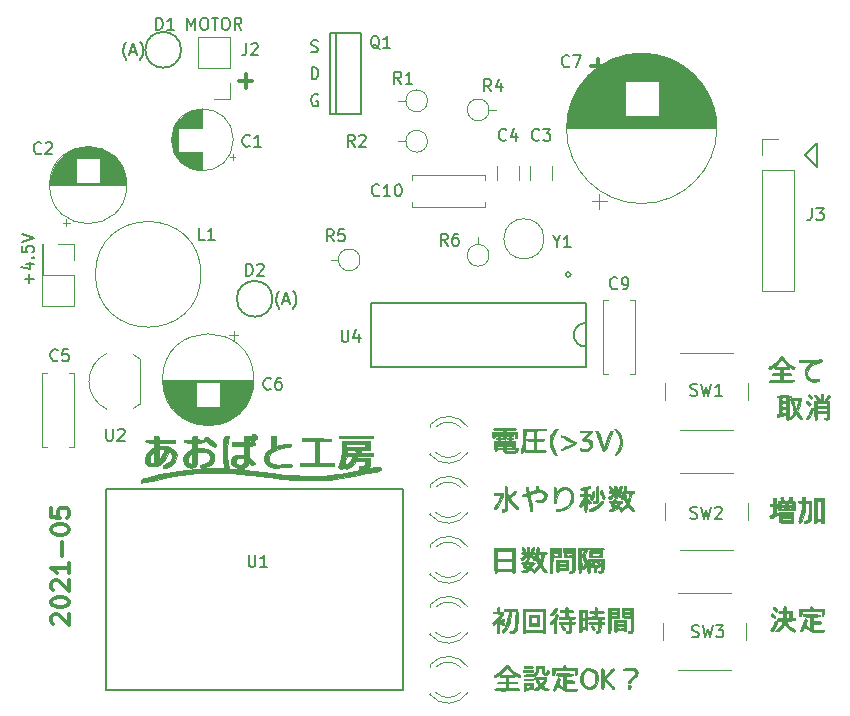
<source format=gto>
G04 #@! TF.GenerationSoftware,KiCad,Pcbnew,(5.1.9)-1*
G04 #@! TF.CreationDate,2021-05-29T13:56:15+09:00*
G04 #@! TF.ProjectId,green_pomp4,67726565-6e5f-4706-9f6d-70342e6b6963,rev?*
G04 #@! TF.SameCoordinates,Original*
G04 #@! TF.FileFunction,Legend,Top*
G04 #@! TF.FilePolarity,Positive*
%FSLAX46Y46*%
G04 Gerber Fmt 4.6, Leading zero omitted, Abs format (unit mm)*
G04 Created by KiCad (PCBNEW (5.1.9)-1) date 2021-05-29 13:56:15*
%MOMM*%
%LPD*%
G01*
G04 APERTURE LIST*
%ADD10C,0.150000*%
%ADD11C,0.300000*%
%ADD12C,0.200000*%
%ADD13C,0.120000*%
%ADD14C,0.010000*%
G04 APERTURE END LIST*
D10*
X55745095Y-35504380D02*
X55745095Y-34504380D01*
X55983190Y-34504380D01*
X56126047Y-34552000D01*
X56221285Y-34647238D01*
X56268904Y-34742476D01*
X56316523Y-34932952D01*
X56316523Y-35075809D01*
X56268904Y-35266285D01*
X56221285Y-35361523D01*
X56126047Y-35456761D01*
X55983190Y-35504380D01*
X55745095Y-35504380D01*
X56268904Y-36838000D02*
X56173666Y-36790380D01*
X56030809Y-36790380D01*
X55887952Y-36838000D01*
X55792714Y-36933238D01*
X55745095Y-37028476D01*
X55697476Y-37218952D01*
X55697476Y-37361809D01*
X55745095Y-37552285D01*
X55792714Y-37647523D01*
X55887952Y-37742761D01*
X56030809Y-37790380D01*
X56126047Y-37790380D01*
X56268904Y-37742761D01*
X56316523Y-37695142D01*
X56316523Y-37361809D01*
X56126047Y-37361809D01*
X55721285Y-33170761D02*
X55864142Y-33218380D01*
X56102238Y-33218380D01*
X56197476Y-33170761D01*
X56245095Y-33123142D01*
X56292714Y-33027904D01*
X56292714Y-32932666D01*
X56245095Y-32837428D01*
X56197476Y-32789809D01*
X56102238Y-32742190D01*
X55911761Y-32694571D01*
X55816523Y-32646952D01*
X55768904Y-32599333D01*
X55721285Y-32504095D01*
X55721285Y-32408857D01*
X55768904Y-32313619D01*
X55816523Y-32266000D01*
X55911761Y-32218380D01*
X56149857Y-32218380D01*
X56292714Y-32266000D01*
D11*
X33865428Y-81636571D02*
X33794000Y-81565142D01*
X33722571Y-81422285D01*
X33722571Y-81065142D01*
X33794000Y-80922285D01*
X33865428Y-80850857D01*
X34008285Y-80779428D01*
X34151142Y-80779428D01*
X34365428Y-80850857D01*
X35222571Y-81708000D01*
X35222571Y-80779428D01*
X33722571Y-79850857D02*
X33722571Y-79708000D01*
X33794000Y-79565142D01*
X33865428Y-79493714D01*
X34008285Y-79422285D01*
X34294000Y-79350857D01*
X34651142Y-79350857D01*
X34936857Y-79422285D01*
X35079714Y-79493714D01*
X35151142Y-79565142D01*
X35222571Y-79708000D01*
X35222571Y-79850857D01*
X35151142Y-79993714D01*
X35079714Y-80065142D01*
X34936857Y-80136571D01*
X34651142Y-80208000D01*
X34294000Y-80208000D01*
X34008285Y-80136571D01*
X33865428Y-80065142D01*
X33794000Y-79993714D01*
X33722571Y-79850857D01*
X33865428Y-78779428D02*
X33794000Y-78708000D01*
X33722571Y-78565142D01*
X33722571Y-78208000D01*
X33794000Y-78065142D01*
X33865428Y-77993714D01*
X34008285Y-77922285D01*
X34151142Y-77922285D01*
X34365428Y-77993714D01*
X35222571Y-78850857D01*
X35222571Y-77922285D01*
X35222571Y-76493714D02*
X35222571Y-77350857D01*
X35222571Y-76922285D02*
X33722571Y-76922285D01*
X33936857Y-77065142D01*
X34079714Y-77208000D01*
X34151142Y-77350857D01*
X34651142Y-75850857D02*
X34651142Y-74708000D01*
X33722571Y-73708000D02*
X33722571Y-73565142D01*
X33794000Y-73422285D01*
X33865428Y-73350857D01*
X34008285Y-73279428D01*
X34294000Y-73208000D01*
X34651142Y-73208000D01*
X34936857Y-73279428D01*
X35079714Y-73350857D01*
X35151142Y-73422285D01*
X35222571Y-73565142D01*
X35222571Y-73708000D01*
X35151142Y-73850857D01*
X35079714Y-73922285D01*
X34936857Y-73993714D01*
X34651142Y-74065142D01*
X34294000Y-74065142D01*
X34008285Y-73993714D01*
X33865428Y-73922285D01*
X33794000Y-73850857D01*
X33722571Y-73708000D01*
X33722571Y-71850857D02*
X33722571Y-72565142D01*
X34436857Y-72636571D01*
X34365428Y-72565142D01*
X34294000Y-72422285D01*
X34294000Y-72065142D01*
X34365428Y-71922285D01*
X34436857Y-71850857D01*
X34579714Y-71779428D01*
X34936857Y-71779428D01*
X35079714Y-71850857D01*
X35151142Y-71922285D01*
X35222571Y-72065142D01*
X35222571Y-72422285D01*
X35151142Y-72565142D01*
X35079714Y-72636571D01*
X49593571Y-35667142D02*
X50736428Y-35667142D01*
X50165000Y-36238571D02*
X50165000Y-35095714D01*
D12*
X98552000Y-42926000D02*
X97536000Y-41910000D01*
X98552000Y-40894000D02*
X98552000Y-42926000D01*
X97536000Y-41910000D02*
X98552000Y-40894000D01*
D11*
X79438571Y-34397142D02*
X80581428Y-34397142D01*
X80010000Y-34968571D02*
X80010000Y-33825714D01*
D13*
G04 #@! TO.C,R4*
X70770000Y-38100000D02*
G75*
G03*
X70770000Y-38100000I-920000J0D01*
G01*
X70770000Y-38100000D02*
X71390000Y-38100000D01*
D10*
G04 #@! TO.C,U4*
X78940000Y-54440000D02*
X78940000Y-59860000D01*
X78940000Y-59860000D02*
X60760000Y-59860000D01*
X60760000Y-59860000D02*
X60760000Y-54440000D01*
X60760000Y-54440000D02*
X78940000Y-54440000D01*
X77670000Y-52040000D02*
G75*
G03*
X77670000Y-52040000I-200000J0D01*
G01*
X77940000Y-57150000D02*
G75*
G03*
X78940000Y-58150000I1000000J0D01*
G01*
X78940000Y-56150000D02*
G75*
G03*
X77940000Y-57150000I0J-1000000D01*
G01*
D14*
G04 #@! TO.C,G\u002A\u002A\u002A*
G36*
X48639841Y-65721804D02*
G01*
X48710902Y-65750991D01*
X48713041Y-65753871D01*
X48716946Y-65821567D01*
X48702773Y-65961291D01*
X48673520Y-66145678D01*
X48665239Y-66190140D01*
X48609354Y-66625679D01*
X48593593Y-67105827D01*
X48617924Y-67581868D01*
X48666391Y-67927831D01*
X48708164Y-68147647D01*
X48731103Y-68286385D01*
X48734709Y-68362899D01*
X48718480Y-68396043D01*
X48681915Y-68404673D01*
X48653700Y-68405770D01*
X48584578Y-68415788D01*
X48597235Y-68433694D01*
X48672570Y-68455289D01*
X48791484Y-68476377D01*
X48934876Y-68492757D01*
X49083424Y-68500229D01*
X49306324Y-68509283D01*
X49566864Y-68529203D01*
X49769224Y-68550978D01*
X50256172Y-68612521D01*
X50648537Y-68661018D01*
X50952396Y-68697199D01*
X51173828Y-68721793D01*
X51274085Y-68731699D01*
X51440844Y-68749468D01*
X51658324Y-68775988D01*
X51858285Y-68802622D01*
X52169966Y-68844850D01*
X52491373Y-68886135D01*
X52800026Y-68923803D01*
X53073444Y-68955181D01*
X53289148Y-68977593D01*
X53416200Y-68987937D01*
X53525065Y-68994753D01*
X53714463Y-69007447D01*
X53963587Y-69024591D01*
X54251633Y-69044757D01*
X54483000Y-69061171D01*
X54915172Y-69084334D01*
X55388737Y-69096523D01*
X55879538Y-69098141D01*
X56363417Y-69089589D01*
X56816218Y-69071270D01*
X57213785Y-69043587D01*
X57505600Y-69010827D01*
X57751054Y-68976313D01*
X58030068Y-68938063D01*
X58242200Y-68909667D01*
X59025226Y-68789791D01*
X59870298Y-68627584D01*
X60096400Y-68579403D01*
X60371923Y-68519631D01*
X60648060Y-68459767D01*
X60889369Y-68407492D01*
X61036200Y-68375719D01*
X61278084Y-68326174D01*
X61438118Y-68304105D01*
X61533013Y-68312329D01*
X61579481Y-68353662D01*
X61594233Y-68430922D01*
X61595000Y-68469905D01*
X61588998Y-68569074D01*
X61554364Y-68626420D01*
X61466148Y-68662849D01*
X61328300Y-68693412D01*
X61170410Y-68726601D01*
X60945127Y-68775375D01*
X60684136Y-68832819D01*
X60452000Y-68884622D01*
X59331063Y-69115543D01*
X58275538Y-69288380D01*
X57268705Y-69404856D01*
X56293846Y-69466698D01*
X55334243Y-69475630D01*
X54864000Y-69461191D01*
X54384263Y-69438234D01*
X53981510Y-69413989D01*
X53631125Y-69386565D01*
X53308496Y-69354072D01*
X53035200Y-69320727D01*
X52823664Y-69294175D01*
X52555218Y-69262083D01*
X52273979Y-69229679D01*
X52146200Y-69215417D01*
X51851432Y-69181239D01*
X51525865Y-69140826D01*
X51225049Y-69101149D01*
X51130200Y-69087916D01*
X50869817Y-69053587D01*
X50554965Y-69016176D01*
X50232419Y-68981083D01*
X50038000Y-68961811D01*
X49744334Y-68933884D01*
X49435390Y-68904021D01*
X49154256Y-68876411D01*
X48996600Y-68860616D01*
X48741074Y-68842892D01*
X48405085Y-68831772D01*
X48009302Y-68826871D01*
X47574394Y-68827805D01*
X47121032Y-68834188D01*
X46669885Y-68845635D01*
X46241624Y-68861763D01*
X45856918Y-68882185D01*
X45536436Y-68906518D01*
X45339000Y-68928707D01*
X44718959Y-69020101D01*
X44133913Y-69116881D01*
X43550409Y-69225242D01*
X42934993Y-69351379D01*
X42291000Y-69493164D01*
X42044688Y-69547401D01*
X41811171Y-69596329D01*
X41623091Y-69633229D01*
X41541700Y-69647419D01*
X41325800Y-69681130D01*
X41325800Y-69509461D01*
X41329498Y-69421089D01*
X41354501Y-69363757D01*
X41421666Y-69322608D01*
X41551855Y-69282783D01*
X41694100Y-69247137D01*
X42893996Y-68971980D01*
X44020699Y-68755821D01*
X45082841Y-68597437D01*
X46089058Y-68495605D01*
X47047983Y-68449101D01*
X47350432Y-68445697D01*
X48371264Y-68443763D01*
X48293584Y-68130881D01*
X48255656Y-67908884D01*
X48229508Y-67614085D01*
X48215344Y-67274618D01*
X48213369Y-66918620D01*
X48223789Y-66574228D01*
X48246808Y-66269576D01*
X48278452Y-66052700D01*
X48316808Y-65872470D01*
X48350588Y-65769961D01*
X48395033Y-65723241D01*
X48465383Y-65710384D01*
X48516754Y-65709800D01*
X48639841Y-65721804D01*
G37*
X48639841Y-65721804D02*
X48710902Y-65750991D01*
X48713041Y-65753871D01*
X48716946Y-65821567D01*
X48702773Y-65961291D01*
X48673520Y-66145678D01*
X48665239Y-66190140D01*
X48609354Y-66625679D01*
X48593593Y-67105827D01*
X48617924Y-67581868D01*
X48666391Y-67927831D01*
X48708164Y-68147647D01*
X48731103Y-68286385D01*
X48734709Y-68362899D01*
X48718480Y-68396043D01*
X48681915Y-68404673D01*
X48653700Y-68405770D01*
X48584578Y-68415788D01*
X48597235Y-68433694D01*
X48672570Y-68455289D01*
X48791484Y-68476377D01*
X48934876Y-68492757D01*
X49083424Y-68500229D01*
X49306324Y-68509283D01*
X49566864Y-68529203D01*
X49769224Y-68550978D01*
X50256172Y-68612521D01*
X50648537Y-68661018D01*
X50952396Y-68697199D01*
X51173828Y-68721793D01*
X51274085Y-68731699D01*
X51440844Y-68749468D01*
X51658324Y-68775988D01*
X51858285Y-68802622D01*
X52169966Y-68844850D01*
X52491373Y-68886135D01*
X52800026Y-68923803D01*
X53073444Y-68955181D01*
X53289148Y-68977593D01*
X53416200Y-68987937D01*
X53525065Y-68994753D01*
X53714463Y-69007447D01*
X53963587Y-69024591D01*
X54251633Y-69044757D01*
X54483000Y-69061171D01*
X54915172Y-69084334D01*
X55388737Y-69096523D01*
X55879538Y-69098141D01*
X56363417Y-69089589D01*
X56816218Y-69071270D01*
X57213785Y-69043587D01*
X57505600Y-69010827D01*
X57751054Y-68976313D01*
X58030068Y-68938063D01*
X58242200Y-68909667D01*
X59025226Y-68789791D01*
X59870298Y-68627584D01*
X60096400Y-68579403D01*
X60371923Y-68519631D01*
X60648060Y-68459767D01*
X60889369Y-68407492D01*
X61036200Y-68375719D01*
X61278084Y-68326174D01*
X61438118Y-68304105D01*
X61533013Y-68312329D01*
X61579481Y-68353662D01*
X61594233Y-68430922D01*
X61595000Y-68469905D01*
X61588998Y-68569074D01*
X61554364Y-68626420D01*
X61466148Y-68662849D01*
X61328300Y-68693412D01*
X61170410Y-68726601D01*
X60945127Y-68775375D01*
X60684136Y-68832819D01*
X60452000Y-68884622D01*
X59331063Y-69115543D01*
X58275538Y-69288380D01*
X57268705Y-69404856D01*
X56293846Y-69466698D01*
X55334243Y-69475630D01*
X54864000Y-69461191D01*
X54384263Y-69438234D01*
X53981510Y-69413989D01*
X53631125Y-69386565D01*
X53308496Y-69354072D01*
X53035200Y-69320727D01*
X52823664Y-69294175D01*
X52555218Y-69262083D01*
X52273979Y-69229679D01*
X52146200Y-69215417D01*
X51851432Y-69181239D01*
X51525865Y-69140826D01*
X51225049Y-69101149D01*
X51130200Y-69087916D01*
X50869817Y-69053587D01*
X50554965Y-69016176D01*
X50232419Y-68981083D01*
X50038000Y-68961811D01*
X49744334Y-68933884D01*
X49435390Y-68904021D01*
X49154256Y-68876411D01*
X48996600Y-68860616D01*
X48741074Y-68842892D01*
X48405085Y-68831772D01*
X48009302Y-68826871D01*
X47574394Y-68827805D01*
X47121032Y-68834188D01*
X46669885Y-68845635D01*
X46241624Y-68861763D01*
X45856918Y-68882185D01*
X45536436Y-68906518D01*
X45339000Y-68928707D01*
X44718959Y-69020101D01*
X44133913Y-69116881D01*
X43550409Y-69225242D01*
X42934993Y-69351379D01*
X42291000Y-69493164D01*
X42044688Y-69547401D01*
X41811171Y-69596329D01*
X41623091Y-69633229D01*
X41541700Y-69647419D01*
X41325800Y-69681130D01*
X41325800Y-69509461D01*
X41329498Y-69421089D01*
X41354501Y-69363757D01*
X41421666Y-69322608D01*
X41551855Y-69282783D01*
X41694100Y-69247137D01*
X42893996Y-68971980D01*
X44020699Y-68755821D01*
X45082841Y-68597437D01*
X46089058Y-68495605D01*
X47047983Y-68449101D01*
X47350432Y-68445697D01*
X48371264Y-68443763D01*
X48293584Y-68130881D01*
X48255656Y-67908884D01*
X48229508Y-67614085D01*
X48215344Y-67274618D01*
X48213369Y-66918620D01*
X48223789Y-66574228D01*
X48246808Y-66269576D01*
X48278452Y-66052700D01*
X48316808Y-65872470D01*
X48350588Y-65769961D01*
X48395033Y-65723241D01*
X48465383Y-65710384D01*
X48516754Y-65709800D01*
X48639841Y-65721804D01*
G36*
X60680600Y-66929000D02*
G01*
X60299600Y-66929000D01*
X60104799Y-66931399D01*
X59990502Y-66942341D01*
X59935652Y-66967440D01*
X59919197Y-67012311D01*
X59918600Y-67030600D01*
X59925287Y-67075925D01*
X59957327Y-67105321D01*
X60032680Y-67122209D01*
X60169309Y-67130011D01*
X60385178Y-67132149D01*
X60452000Y-67132200D01*
X60985400Y-67132200D01*
X60985400Y-67383251D01*
X60312927Y-67397425D01*
X60037406Y-67404608D01*
X59847394Y-67414118D01*
X59726799Y-67428359D01*
X59659529Y-67449738D01*
X59629494Y-67480659D01*
X59623402Y-67500500D01*
X59624933Y-67540152D01*
X59659097Y-67565963D01*
X59742888Y-67580837D01*
X59893302Y-67587680D01*
X60127335Y-67589396D01*
X60143475Y-67589400D01*
X60680600Y-67589400D01*
X60680600Y-67866409D01*
X60659437Y-68132298D01*
X60592829Y-68316622D01*
X60476092Y-68430880D01*
X60444007Y-68447398D01*
X60333342Y-68477883D01*
X60181215Y-68496443D01*
X60018422Y-68502633D01*
X59875754Y-68496012D01*
X59784007Y-68476135D01*
X59766200Y-68457154D01*
X59749443Y-68372021D01*
X59735364Y-68330154D01*
X59733751Y-68279679D01*
X59793464Y-68255704D01*
X59928404Y-68249800D01*
X60118609Y-68229962D01*
X60228268Y-68163083D01*
X60271846Y-68038111D01*
X60274200Y-67985640D01*
X60274200Y-67843400D01*
X59499608Y-67843400D01*
X59296517Y-68074123D01*
X59138491Y-68228162D01*
X58960036Y-68363405D01*
X58789317Y-68461322D01*
X58654498Y-68503378D01*
X58643524Y-68503800D01*
X58567006Y-68467456D01*
X58514462Y-68414900D01*
X58457132Y-68353743D01*
X58417059Y-68375475D01*
X58392038Y-68414900D01*
X58323235Y-68486856D01*
X58227900Y-68490331D01*
X58081192Y-68426125D01*
X58079139Y-68425012D01*
X57941479Y-68350292D01*
X58033938Y-68193418D01*
X58545415Y-68193418D01*
X58549508Y-68199000D01*
X58606299Y-68171552D01*
X58715082Y-68101414D01*
X58791998Y-68047280D01*
X58929143Y-67922014D01*
X59058224Y-67761402D01*
X59157646Y-67597066D01*
X59205816Y-67460624D01*
X59207400Y-67439023D01*
X59161684Y-67408248D01*
X59044595Y-67389270D01*
X58961334Y-67386200D01*
X58715268Y-67386200D01*
X58615864Y-67792600D01*
X58574069Y-67978539D01*
X58549342Y-68119769D01*
X58545415Y-68193418D01*
X58033938Y-68193418D01*
X58038460Y-68185746D01*
X58158374Y-67916756D01*
X58239428Y-67578252D01*
X58283362Y-67160696D01*
X58286756Y-67030600D01*
X58699400Y-67030600D01*
X58707884Y-67081221D01*
X58746963Y-67111560D01*
X58837072Y-67126725D01*
X58998649Y-67131826D01*
X59105800Y-67132200D01*
X59308285Y-67130078D01*
X59429640Y-67120309D01*
X59490301Y-67097781D01*
X59510704Y-67057387D01*
X59512200Y-67030600D01*
X59503715Y-66979978D01*
X59464636Y-66949639D01*
X59374527Y-66934474D01*
X59212950Y-66929373D01*
X59105800Y-66929000D01*
X58903314Y-66931121D01*
X58781959Y-66940890D01*
X58721298Y-66963418D01*
X58700895Y-67003812D01*
X58699400Y-67030600D01*
X58286756Y-67030600D01*
X58293000Y-66791326D01*
X58293000Y-66370200D01*
X58699400Y-66370200D01*
X58699400Y-66675000D01*
X60274200Y-66675000D01*
X60274200Y-66370200D01*
X58699400Y-66370200D01*
X58293000Y-66370200D01*
X58293000Y-66167000D01*
X60680600Y-66167000D01*
X60680600Y-66929000D01*
G37*
X60680600Y-66929000D02*
X60299600Y-66929000D01*
X60104799Y-66931399D01*
X59990502Y-66942341D01*
X59935652Y-66967440D01*
X59919197Y-67012311D01*
X59918600Y-67030600D01*
X59925287Y-67075925D01*
X59957327Y-67105321D01*
X60032680Y-67122209D01*
X60169309Y-67130011D01*
X60385178Y-67132149D01*
X60452000Y-67132200D01*
X60985400Y-67132200D01*
X60985400Y-67383251D01*
X60312927Y-67397425D01*
X60037406Y-67404608D01*
X59847394Y-67414118D01*
X59726799Y-67428359D01*
X59659529Y-67449738D01*
X59629494Y-67480659D01*
X59623402Y-67500500D01*
X59624933Y-67540152D01*
X59659097Y-67565963D01*
X59742888Y-67580837D01*
X59893302Y-67587680D01*
X60127335Y-67589396D01*
X60143475Y-67589400D01*
X60680600Y-67589400D01*
X60680600Y-67866409D01*
X60659437Y-68132298D01*
X60592829Y-68316622D01*
X60476092Y-68430880D01*
X60444007Y-68447398D01*
X60333342Y-68477883D01*
X60181215Y-68496443D01*
X60018422Y-68502633D01*
X59875754Y-68496012D01*
X59784007Y-68476135D01*
X59766200Y-68457154D01*
X59749443Y-68372021D01*
X59735364Y-68330154D01*
X59733751Y-68279679D01*
X59793464Y-68255704D01*
X59928404Y-68249800D01*
X60118609Y-68229962D01*
X60228268Y-68163083D01*
X60271846Y-68038111D01*
X60274200Y-67985640D01*
X60274200Y-67843400D01*
X59499608Y-67843400D01*
X59296517Y-68074123D01*
X59138491Y-68228162D01*
X58960036Y-68363405D01*
X58789317Y-68461322D01*
X58654498Y-68503378D01*
X58643524Y-68503800D01*
X58567006Y-68467456D01*
X58514462Y-68414900D01*
X58457132Y-68353743D01*
X58417059Y-68375475D01*
X58392038Y-68414900D01*
X58323235Y-68486856D01*
X58227900Y-68490331D01*
X58081192Y-68426125D01*
X58079139Y-68425012D01*
X57941479Y-68350292D01*
X58033938Y-68193418D01*
X58545415Y-68193418D01*
X58549508Y-68199000D01*
X58606299Y-68171552D01*
X58715082Y-68101414D01*
X58791998Y-68047280D01*
X58929143Y-67922014D01*
X59058224Y-67761402D01*
X59157646Y-67597066D01*
X59205816Y-67460624D01*
X59207400Y-67439023D01*
X59161684Y-67408248D01*
X59044595Y-67389270D01*
X58961334Y-67386200D01*
X58715268Y-67386200D01*
X58615864Y-67792600D01*
X58574069Y-67978539D01*
X58549342Y-68119769D01*
X58545415Y-68193418D01*
X58033938Y-68193418D01*
X58038460Y-68185746D01*
X58158374Y-67916756D01*
X58239428Y-67578252D01*
X58283362Y-67160696D01*
X58286756Y-67030600D01*
X58699400Y-67030600D01*
X58707884Y-67081221D01*
X58746963Y-67111560D01*
X58837072Y-67126725D01*
X58998649Y-67131826D01*
X59105800Y-67132200D01*
X59308285Y-67130078D01*
X59429640Y-67120309D01*
X59490301Y-67097781D01*
X59510704Y-67057387D01*
X59512200Y-67030600D01*
X59503715Y-66979978D01*
X59464636Y-66949639D01*
X59374527Y-66934474D01*
X59212950Y-66929373D01*
X59105800Y-66929000D01*
X58903314Y-66931121D01*
X58781959Y-66940890D01*
X58721298Y-66963418D01*
X58700895Y-67003812D01*
X58699400Y-67030600D01*
X58286756Y-67030600D01*
X58293000Y-66791326D01*
X58293000Y-66370200D01*
X58699400Y-66370200D01*
X58699400Y-66675000D01*
X60274200Y-66675000D01*
X60274200Y-66370200D01*
X58699400Y-66370200D01*
X58293000Y-66370200D01*
X58293000Y-66167000D01*
X60680600Y-66167000D01*
X60680600Y-66929000D01*
G36*
X50976428Y-65588873D02*
G01*
X51095960Y-65751867D01*
X51156675Y-65894435D01*
X51135086Y-65979985D01*
X51029265Y-66013643D01*
X50997203Y-66014599D01*
X50912590Y-66029509D01*
X50898310Y-66060076D01*
X50884256Y-66111047D01*
X50798985Y-66151625D01*
X50680611Y-66167000D01*
X50596076Y-66127107D01*
X50510503Y-66030782D01*
X50508317Y-66027300D01*
X50421703Y-65887600D01*
X50420351Y-66052700D01*
X50424130Y-66150407D01*
X50454954Y-66199127D01*
X50538917Y-66215910D01*
X50673000Y-66217800D01*
X50823361Y-66221129D01*
X50898341Y-66241601D01*
X50924147Y-66294941D01*
X50927000Y-66370200D01*
X50921450Y-66460417D01*
X50887330Y-66505405D01*
X50798431Y-66520888D01*
X50673000Y-66522600D01*
X50419000Y-66522600D01*
X50419000Y-67479213D01*
X50711100Y-67763856D01*
X50854404Y-67905897D01*
X50933759Y-67996174D01*
X50958926Y-68052845D01*
X50939666Y-68094066D01*
X50904590Y-68123749D01*
X50764339Y-68191960D01*
X50633002Y-68165347D01*
X50520678Y-68072084D01*
X50401447Y-67945168D01*
X50325560Y-68101858D01*
X50238627Y-68234593D01*
X50137561Y-68332007D01*
X49966092Y-68399916D01*
X49741572Y-68430574D01*
X49506416Y-68421492D01*
X49326800Y-68379556D01*
X49098445Y-68254827D01*
X48953837Y-68086108D01*
X48898336Y-67885175D01*
X48901725Y-67865919D01*
X49301400Y-67865919D01*
X49345207Y-67996941D01*
X49456485Y-68091943D01*
X49605016Y-68142829D01*
X49760583Y-68141501D01*
X49892970Y-68079863D01*
X49933519Y-68035296D01*
X49995331Y-67895584D01*
X50012600Y-67786266D01*
X49989065Y-67679350D01*
X49900230Y-67612814D01*
X49852619Y-67594369D01*
X49711708Y-67554914D01*
X49598619Y-67538600D01*
X49474098Y-67582645D01*
X49365307Y-67690669D01*
X49305088Y-67826502D01*
X49301400Y-67865919D01*
X48901725Y-67865919D01*
X48937306Y-67663803D01*
X48968962Y-67593727D01*
X49107445Y-67433233D01*
X49320742Y-67330718D01*
X49597131Y-67290929D01*
X49711947Y-67292992D01*
X50012785Y-67310000D01*
X50012692Y-66916300D01*
X50012600Y-66522600D01*
X48996600Y-66522600D01*
X48996600Y-66217800D01*
X50012600Y-66217800D01*
X50012600Y-65709800D01*
X50342800Y-65709800D01*
X50537816Y-65701779D01*
X50643224Y-65678486D01*
X50660300Y-65654272D01*
X50687073Y-65584822D01*
X50736500Y-65540232D01*
X50854342Y-65514180D01*
X50976428Y-65588873D01*
G37*
X50976428Y-65588873D02*
X51095960Y-65751867D01*
X51156675Y-65894435D01*
X51135086Y-65979985D01*
X51029265Y-66013643D01*
X50997203Y-66014599D01*
X50912590Y-66029509D01*
X50898310Y-66060076D01*
X50884256Y-66111047D01*
X50798985Y-66151625D01*
X50680611Y-66167000D01*
X50596076Y-66127107D01*
X50510503Y-66030782D01*
X50508317Y-66027300D01*
X50421703Y-65887600D01*
X50420351Y-66052700D01*
X50424130Y-66150407D01*
X50454954Y-66199127D01*
X50538917Y-66215910D01*
X50673000Y-66217800D01*
X50823361Y-66221129D01*
X50898341Y-66241601D01*
X50924147Y-66294941D01*
X50927000Y-66370200D01*
X50921450Y-66460417D01*
X50887330Y-66505405D01*
X50798431Y-66520888D01*
X50673000Y-66522600D01*
X50419000Y-66522600D01*
X50419000Y-67479213D01*
X50711100Y-67763856D01*
X50854404Y-67905897D01*
X50933759Y-67996174D01*
X50958926Y-68052845D01*
X50939666Y-68094066D01*
X50904590Y-68123749D01*
X50764339Y-68191960D01*
X50633002Y-68165347D01*
X50520678Y-68072084D01*
X50401447Y-67945168D01*
X50325560Y-68101858D01*
X50238627Y-68234593D01*
X50137561Y-68332007D01*
X49966092Y-68399916D01*
X49741572Y-68430574D01*
X49506416Y-68421492D01*
X49326800Y-68379556D01*
X49098445Y-68254827D01*
X48953837Y-68086108D01*
X48898336Y-67885175D01*
X48901725Y-67865919D01*
X49301400Y-67865919D01*
X49345207Y-67996941D01*
X49456485Y-68091943D01*
X49605016Y-68142829D01*
X49760583Y-68141501D01*
X49892970Y-68079863D01*
X49933519Y-68035296D01*
X49995331Y-67895584D01*
X50012600Y-67786266D01*
X49989065Y-67679350D01*
X49900230Y-67612814D01*
X49852619Y-67594369D01*
X49711708Y-67554914D01*
X49598619Y-67538600D01*
X49474098Y-67582645D01*
X49365307Y-67690669D01*
X49305088Y-67826502D01*
X49301400Y-67865919D01*
X48901725Y-67865919D01*
X48937306Y-67663803D01*
X48968962Y-67593727D01*
X49107445Y-67433233D01*
X49320742Y-67330718D01*
X49597131Y-67290929D01*
X49711947Y-67292992D01*
X50012785Y-67310000D01*
X50012692Y-66916300D01*
X50012600Y-66522600D01*
X48996600Y-66522600D01*
X48996600Y-66217800D01*
X50012600Y-66217800D01*
X50012600Y-65709800D01*
X50342800Y-65709800D01*
X50537816Y-65701779D01*
X50643224Y-65678486D01*
X50660300Y-65654272D01*
X50687073Y-65584822D01*
X50736500Y-65540232D01*
X50854342Y-65514180D01*
X50976428Y-65588873D01*
G36*
X42716491Y-65693778D02*
G01*
X42769941Y-65741202D01*
X42789518Y-65849500D01*
X42805437Y-66014600D01*
X44170600Y-66014600D01*
X44170600Y-66268600D01*
X42799000Y-66268600D01*
X42799000Y-66573400D01*
X43181631Y-66573399D01*
X43557564Y-66605373D01*
X43858944Y-66702923D01*
X44090825Y-66868499D01*
X44251626Y-67091577D01*
X44322877Y-67330083D01*
X44308022Y-67580173D01*
X44218325Y-67824418D01*
X44065048Y-68045392D01*
X43859457Y-68225667D01*
X43612815Y-68347815D01*
X43412172Y-68390377D01*
X43260766Y-68401936D01*
X43184559Y-68391389D01*
X43157772Y-68347854D01*
X43154600Y-68281663D01*
X43180512Y-68173931D01*
X43232823Y-68148200D01*
X43374308Y-68113333D01*
X43543546Y-68024672D01*
X43702834Y-67906129D01*
X43814470Y-67781614D01*
X43816802Y-67777850D01*
X43903644Y-67555177D01*
X43904874Y-67331236D01*
X43821415Y-67132753D01*
X43793323Y-67096932D01*
X43711246Y-67007928D01*
X43668687Y-66991201D01*
X43640901Y-67040336D01*
X43635449Y-67056000D01*
X43457128Y-67474510D01*
X43237183Y-67811124D01*
X42980083Y-68061941D01*
X42690301Y-68223060D01*
X42372304Y-68290580D01*
X42221871Y-68289438D01*
X42039949Y-68269185D01*
X41920075Y-68230052D01*
X41822723Y-68155407D01*
X41769853Y-68099249D01*
X41683949Y-67992372D01*
X41642353Y-67894860D01*
X41633589Y-67765728D01*
X41640614Y-67637730D01*
X41642643Y-67628310D01*
X42037397Y-67628310D01*
X42037605Y-67804043D01*
X42077435Y-67939655D01*
X42125900Y-67991730D01*
X42245632Y-68036929D01*
X42303700Y-68045055D01*
X42345141Y-68035055D01*
X42371393Y-67991130D01*
X42385803Y-67895006D01*
X42391719Y-67728407D01*
X42392600Y-67559766D01*
X42392084Y-67532013D01*
X42806091Y-67532013D01*
X42817335Y-67665471D01*
X42848689Y-67706091D01*
X42905452Y-67658029D01*
X42992922Y-67525444D01*
X43025357Y-67470809D01*
X43122262Y-67285912D01*
X43209012Y-67089188D01*
X43227869Y-67038904D01*
X43304420Y-66821938D01*
X42824400Y-66852800D01*
X42809660Y-67301558D01*
X42806091Y-67532013D01*
X42392084Y-67532013D01*
X42387989Y-67312132D01*
X42370850Y-67160133D01*
X42336222Y-67098086D01*
X42279145Y-67120310D01*
X42194660Y-67221121D01*
X42151300Y-67283328D01*
X42075674Y-67444168D01*
X42037397Y-67628310D01*
X41642643Y-67628310D01*
X41709700Y-67317087D01*
X41865989Y-67048411D01*
X42108082Y-66833945D01*
X42162862Y-66799980D01*
X42299028Y-66712856D01*
X42367260Y-66637640D01*
X42390578Y-66540964D01*
X42392600Y-66466972D01*
X42392600Y-66268600D01*
X42037000Y-66268600D01*
X41851218Y-66266732D01*
X41744891Y-66255858D01*
X41695881Y-66228071D01*
X41682047Y-66175464D01*
X41681400Y-66141600D01*
X41686695Y-66075015D01*
X41717406Y-66037032D01*
X41795771Y-66019633D01*
X41944028Y-66014806D01*
X42033781Y-66014600D01*
X42386162Y-66014600D01*
X42402081Y-65849500D01*
X42422905Y-65738268D01*
X42478354Y-65692882D01*
X42595800Y-65684400D01*
X42716491Y-65693778D01*
G37*
X42716491Y-65693778D02*
X42769941Y-65741202D01*
X42789518Y-65849500D01*
X42805437Y-66014600D01*
X44170600Y-66014600D01*
X44170600Y-66268600D01*
X42799000Y-66268600D01*
X42799000Y-66573400D01*
X43181631Y-66573399D01*
X43557564Y-66605373D01*
X43858944Y-66702923D01*
X44090825Y-66868499D01*
X44251626Y-67091577D01*
X44322877Y-67330083D01*
X44308022Y-67580173D01*
X44218325Y-67824418D01*
X44065048Y-68045392D01*
X43859457Y-68225667D01*
X43612815Y-68347815D01*
X43412172Y-68390377D01*
X43260766Y-68401936D01*
X43184559Y-68391389D01*
X43157772Y-68347854D01*
X43154600Y-68281663D01*
X43180512Y-68173931D01*
X43232823Y-68148200D01*
X43374308Y-68113333D01*
X43543546Y-68024672D01*
X43702834Y-67906129D01*
X43814470Y-67781614D01*
X43816802Y-67777850D01*
X43903644Y-67555177D01*
X43904874Y-67331236D01*
X43821415Y-67132753D01*
X43793323Y-67096932D01*
X43711246Y-67007928D01*
X43668687Y-66991201D01*
X43640901Y-67040336D01*
X43635449Y-67056000D01*
X43457128Y-67474510D01*
X43237183Y-67811124D01*
X42980083Y-68061941D01*
X42690301Y-68223060D01*
X42372304Y-68290580D01*
X42221871Y-68289438D01*
X42039949Y-68269185D01*
X41920075Y-68230052D01*
X41822723Y-68155407D01*
X41769853Y-68099249D01*
X41683949Y-67992372D01*
X41642353Y-67894860D01*
X41633589Y-67765728D01*
X41640614Y-67637730D01*
X41642643Y-67628310D01*
X42037397Y-67628310D01*
X42037605Y-67804043D01*
X42077435Y-67939655D01*
X42125900Y-67991730D01*
X42245632Y-68036929D01*
X42303700Y-68045055D01*
X42345141Y-68035055D01*
X42371393Y-67991130D01*
X42385803Y-67895006D01*
X42391719Y-67728407D01*
X42392600Y-67559766D01*
X42392084Y-67532013D01*
X42806091Y-67532013D01*
X42817335Y-67665471D01*
X42848689Y-67706091D01*
X42905452Y-67658029D01*
X42992922Y-67525444D01*
X43025357Y-67470809D01*
X43122262Y-67285912D01*
X43209012Y-67089188D01*
X43227869Y-67038904D01*
X43304420Y-66821938D01*
X42824400Y-66852800D01*
X42809660Y-67301558D01*
X42806091Y-67532013D01*
X42392084Y-67532013D01*
X42387989Y-67312132D01*
X42370850Y-67160133D01*
X42336222Y-67098086D01*
X42279145Y-67120310D01*
X42194660Y-67221121D01*
X42151300Y-67283328D01*
X42075674Y-67444168D01*
X42037397Y-67628310D01*
X41642643Y-67628310D01*
X41709700Y-67317087D01*
X41865989Y-67048411D01*
X42108082Y-66833945D01*
X42162862Y-66799980D01*
X42299028Y-66712856D01*
X42367260Y-66637640D01*
X42390578Y-66540964D01*
X42392600Y-66466972D01*
X42392600Y-66268600D01*
X42037000Y-66268600D01*
X41851218Y-66266732D01*
X41744891Y-66255858D01*
X41695881Y-66228071D01*
X41682047Y-66175464D01*
X41681400Y-66141600D01*
X41686695Y-66075015D01*
X41717406Y-66037032D01*
X41795771Y-66019633D01*
X41944028Y-66014806D01*
X42033781Y-66014600D01*
X42386162Y-66014600D01*
X42402081Y-65849500D01*
X42422905Y-65738268D01*
X42478354Y-65692882D01*
X42595800Y-65684400D01*
X42716491Y-65693778D01*
G36*
X45977293Y-65715818D02*
G01*
X46035214Y-65748430D01*
X46049879Y-65829475D01*
X46050200Y-65862200D01*
X46054891Y-65949324D01*
X46085638Y-65994672D01*
X46167447Y-66011883D01*
X46325327Y-66014599D01*
X46329600Y-66014600D01*
X46489618Y-66017896D01*
X46572938Y-66035320D01*
X46604422Y-66078173D01*
X46609000Y-66141600D01*
X46601747Y-66214335D01*
X46563414Y-66252208D01*
X46469137Y-66266519D01*
X46329600Y-66268600D01*
X46050200Y-66268600D01*
X46050898Y-66751200D01*
X46449058Y-66754707D01*
X46816552Y-66789348D01*
X47110305Y-66884172D01*
X47326585Y-67036181D01*
X47461663Y-67242376D01*
X47511808Y-67499759D01*
X47508219Y-67605884D01*
X47473916Y-67784592D01*
X47413113Y-67943181D01*
X47386293Y-67986884D01*
X47209816Y-68154022D01*
X46965840Y-68287957D01*
X46687051Y-68372367D01*
X46583902Y-68387546D01*
X46424407Y-68401674D01*
X46341136Y-68395352D01*
X46309322Y-68359263D01*
X46304200Y-68284088D01*
X46304200Y-68282307D01*
X46328391Y-68175747D01*
X46393100Y-68147703D01*
X46515445Y-68121558D01*
X46677690Y-68055966D01*
X46845679Y-67968670D01*
X46985259Y-67877412D01*
X47062160Y-67800148D01*
X47108905Y-67635557D01*
X47109531Y-67442217D01*
X47064694Y-67281786D01*
X46937008Y-67149357D01*
X46724654Y-67065102D01*
X46433554Y-67031206D01*
X46382922Y-67030600D01*
X46050200Y-67030600D01*
X46050200Y-67561167D01*
X46048148Y-67804685D01*
X46039280Y-67969994D01*
X46019526Y-68080449D01*
X45984813Y-68159404D01*
X45934223Y-68226564D01*
X45778515Y-68336744D01*
X45572787Y-68388111D01*
X45353098Y-68375828D01*
X45205499Y-68324335D01*
X45022323Y-68177638D01*
X44915508Y-67967665D01*
X44895064Y-67766119D01*
X45274341Y-67766119D01*
X45306273Y-67924747D01*
X45386065Y-68042507D01*
X45512245Y-68095695D01*
X45531094Y-68096622D01*
X45606055Y-68056935D01*
X45622278Y-68029409D01*
X45632931Y-67948409D01*
X45637291Y-67796256D01*
X45634631Y-67603244D01*
X45633384Y-67567378D01*
X45618400Y-67173338D01*
X45480449Y-67282079D01*
X45359955Y-67421080D01*
X45291744Y-67590328D01*
X45274341Y-67766119D01*
X44895064Y-67766119D01*
X44888555Y-67701953D01*
X44892303Y-67650360D01*
X44966206Y-67364388D01*
X45127223Y-67130267D01*
X45374053Y-66949794D01*
X45413818Y-66929668D01*
X45643800Y-66818336D01*
X45643800Y-66268600D01*
X45288200Y-66268600D01*
X45102418Y-66266732D01*
X44996091Y-66255858D01*
X44947081Y-66228071D01*
X44933247Y-66175464D01*
X44932600Y-66141600D01*
X44937829Y-66075249D01*
X44968275Y-66037275D01*
X45046079Y-66019771D01*
X45193378Y-66014831D01*
X45288200Y-66014600D01*
X45643800Y-66014600D01*
X45643800Y-65862200D01*
X45651824Y-65764479D01*
X45695307Y-65721039D01*
X45803366Y-65710040D01*
X45847000Y-65709800D01*
X45977293Y-65715818D01*
G37*
X45977293Y-65715818D02*
X46035214Y-65748430D01*
X46049879Y-65829475D01*
X46050200Y-65862200D01*
X46054891Y-65949324D01*
X46085638Y-65994672D01*
X46167447Y-66011883D01*
X46325327Y-66014599D01*
X46329600Y-66014600D01*
X46489618Y-66017896D01*
X46572938Y-66035320D01*
X46604422Y-66078173D01*
X46609000Y-66141600D01*
X46601747Y-66214335D01*
X46563414Y-66252208D01*
X46469137Y-66266519D01*
X46329600Y-66268600D01*
X46050200Y-66268600D01*
X46050898Y-66751200D01*
X46449058Y-66754707D01*
X46816552Y-66789348D01*
X47110305Y-66884172D01*
X47326585Y-67036181D01*
X47461663Y-67242376D01*
X47511808Y-67499759D01*
X47508219Y-67605884D01*
X47473916Y-67784592D01*
X47413113Y-67943181D01*
X47386293Y-67986884D01*
X47209816Y-68154022D01*
X46965840Y-68287957D01*
X46687051Y-68372367D01*
X46583902Y-68387546D01*
X46424407Y-68401674D01*
X46341136Y-68395352D01*
X46309322Y-68359263D01*
X46304200Y-68284088D01*
X46304200Y-68282307D01*
X46328391Y-68175747D01*
X46393100Y-68147703D01*
X46515445Y-68121558D01*
X46677690Y-68055966D01*
X46845679Y-67968670D01*
X46985259Y-67877412D01*
X47062160Y-67800148D01*
X47108905Y-67635557D01*
X47109531Y-67442217D01*
X47064694Y-67281786D01*
X46937008Y-67149357D01*
X46724654Y-67065102D01*
X46433554Y-67031206D01*
X46382922Y-67030600D01*
X46050200Y-67030600D01*
X46050200Y-67561167D01*
X46048148Y-67804685D01*
X46039280Y-67969994D01*
X46019526Y-68080449D01*
X45984813Y-68159404D01*
X45934223Y-68226564D01*
X45778515Y-68336744D01*
X45572787Y-68388111D01*
X45353098Y-68375828D01*
X45205499Y-68324335D01*
X45022323Y-68177638D01*
X44915508Y-67967665D01*
X44895064Y-67766119D01*
X45274341Y-67766119D01*
X45306273Y-67924747D01*
X45386065Y-68042507D01*
X45512245Y-68095695D01*
X45531094Y-68096622D01*
X45606055Y-68056935D01*
X45622278Y-68029409D01*
X45632931Y-67948409D01*
X45637291Y-67796256D01*
X45634631Y-67603244D01*
X45633384Y-67567378D01*
X45618400Y-67173338D01*
X45480449Y-67282079D01*
X45359955Y-67421080D01*
X45291744Y-67590328D01*
X45274341Y-67766119D01*
X44895064Y-67766119D01*
X44888555Y-67701953D01*
X44892303Y-67650360D01*
X44966206Y-67364388D01*
X45127223Y-67130267D01*
X45374053Y-66949794D01*
X45413818Y-66929668D01*
X45643800Y-66818336D01*
X45643800Y-66268600D01*
X45288200Y-66268600D01*
X45102418Y-66266732D01*
X44996091Y-66255858D01*
X44947081Y-66228071D01*
X44933247Y-66175464D01*
X44932600Y-66141600D01*
X44937829Y-66075249D01*
X44968275Y-66037275D01*
X45046079Y-66019771D01*
X45193378Y-66014831D01*
X45288200Y-66014600D01*
X45643800Y-66014600D01*
X45643800Y-65862200D01*
X45651824Y-65764479D01*
X45695307Y-65721039D01*
X45803366Y-65710040D01*
X45847000Y-65709800D01*
X45977293Y-65715818D01*
G36*
X52705000Y-66147035D02*
G01*
X52706846Y-66357521D01*
X52715005Y-66484215D01*
X52733409Y-66544897D01*
X52765988Y-66557347D01*
X52793900Y-66549092D01*
X52956067Y-66499773D01*
X53179430Y-66450162D01*
X53423861Y-66407470D01*
X53649233Y-66378908D01*
X53784500Y-66371082D01*
X53930697Y-66375437D01*
X54001876Y-66398606D01*
X54024454Y-66453634D01*
X54025800Y-66490230D01*
X54017563Y-66551887D01*
X53979165Y-66593949D01*
X53890073Y-66625980D01*
X53729758Y-66657545D01*
X53632100Y-66673632D01*
X53273822Y-66748462D01*
X52930176Y-66851597D01*
X52631365Y-66972685D01*
X52429667Y-67085746D01*
X52231325Y-67266866D01*
X52122209Y-67464940D01*
X52099130Y-67663656D01*
X52158895Y-67846700D01*
X52298313Y-67997760D01*
X52514194Y-68100523D01*
X52633241Y-68126334D01*
X52790610Y-68136808D01*
X53014082Y-68134786D01*
X53269041Y-68121128D01*
X53435536Y-68106389D01*
X53663738Y-68085378D01*
X53854679Y-68072967D01*
X53985720Y-68070305D01*
X54032436Y-68076101D01*
X54075400Y-68151890D01*
X54059114Y-68251663D01*
X53992715Y-68324272D01*
X53987700Y-68326499D01*
X53906776Y-68341041D01*
X53745113Y-68355904D01*
X53523555Y-68369636D01*
X53262946Y-68380787D01*
X53162200Y-68383930D01*
X52836129Y-68390094D01*
X52592955Y-68386912D01*
X52414312Y-68373318D01*
X52281834Y-68348244D01*
X52222400Y-68329323D01*
X51981084Y-68193878D01*
X51814055Y-68004936D01*
X51722545Y-67779610D01*
X51707786Y-67535011D01*
X51771009Y-67288254D01*
X51913447Y-67056448D01*
X52117322Y-66869825D01*
X52349400Y-66706241D01*
X52349400Y-65709800D01*
X52705000Y-65709800D01*
X52705000Y-66147035D01*
G37*
X52705000Y-66147035D02*
X52706846Y-66357521D01*
X52715005Y-66484215D01*
X52733409Y-66544897D01*
X52765988Y-66557347D01*
X52793900Y-66549092D01*
X52956067Y-66499773D01*
X53179430Y-66450162D01*
X53423861Y-66407470D01*
X53649233Y-66378908D01*
X53784500Y-66371082D01*
X53930697Y-66375437D01*
X54001876Y-66398606D01*
X54024454Y-66453634D01*
X54025800Y-66490230D01*
X54017563Y-66551887D01*
X53979165Y-66593949D01*
X53890073Y-66625980D01*
X53729758Y-66657545D01*
X53632100Y-66673632D01*
X53273822Y-66748462D01*
X52930176Y-66851597D01*
X52631365Y-66972685D01*
X52429667Y-67085746D01*
X52231325Y-67266866D01*
X52122209Y-67464940D01*
X52099130Y-67663656D01*
X52158895Y-67846700D01*
X52298313Y-67997760D01*
X52514194Y-68100523D01*
X52633241Y-68126334D01*
X52790610Y-68136808D01*
X53014082Y-68134786D01*
X53269041Y-68121128D01*
X53435536Y-68106389D01*
X53663738Y-68085378D01*
X53854679Y-68072967D01*
X53985720Y-68070305D01*
X54032436Y-68076101D01*
X54075400Y-68151890D01*
X54059114Y-68251663D01*
X53992715Y-68324272D01*
X53987700Y-68326499D01*
X53906776Y-68341041D01*
X53745113Y-68355904D01*
X53523555Y-68369636D01*
X53262946Y-68380787D01*
X53162200Y-68383930D01*
X52836129Y-68390094D01*
X52592955Y-68386912D01*
X52414312Y-68373318D01*
X52281834Y-68348244D01*
X52222400Y-68329323D01*
X51981084Y-68193878D01*
X51814055Y-68004936D01*
X51722545Y-67779610D01*
X51707786Y-67535011D01*
X51771009Y-67288254D01*
X51913447Y-67056448D01*
X52117322Y-66869825D01*
X52349400Y-66706241D01*
X52349400Y-65709800D01*
X52705000Y-65709800D01*
X52705000Y-66147035D01*
G36*
X56172100Y-65924796D02*
G01*
X57404000Y-65938400D01*
X57420233Y-66052700D01*
X57423535Y-66103418D01*
X57404496Y-66136356D01*
X57345642Y-66155349D01*
X57229496Y-66164234D01*
X57038585Y-66166846D01*
X56899533Y-66167000D01*
X56362600Y-66167000D01*
X56362600Y-67995800D01*
X57632600Y-67995800D01*
X57632600Y-68249800D01*
X54737000Y-68249800D01*
X54737000Y-67995800D01*
X56007000Y-67995800D01*
X56007000Y-66167000D01*
X54940200Y-66167000D01*
X54940200Y-65911193D01*
X56172100Y-65924796D01*
G37*
X56172100Y-65924796D02*
X57404000Y-65938400D01*
X57420233Y-66052700D01*
X57423535Y-66103418D01*
X57404496Y-66136356D01*
X57345642Y-66155349D01*
X57229496Y-66164234D01*
X57038585Y-66166846D01*
X56899533Y-66167000D01*
X56362600Y-66167000D01*
X56362600Y-67995800D01*
X57632600Y-67995800D01*
X57632600Y-68249800D01*
X54737000Y-68249800D01*
X54737000Y-67995800D01*
X56007000Y-67995800D01*
X56007000Y-66167000D01*
X54940200Y-66167000D01*
X54940200Y-65911193D01*
X56172100Y-65924796D01*
G36*
X46945829Y-65835120D02*
G01*
X47130679Y-65961840D01*
X47154314Y-65979981D01*
X47387077Y-66166456D01*
X47541969Y-66307833D01*
X47626843Y-66413541D01*
X47649554Y-66493009D01*
X47626235Y-66546510D01*
X47511617Y-66616502D01*
X47363807Y-66590795D01*
X47183362Y-66469520D01*
X47141920Y-66432429D01*
X46985177Y-66292654D01*
X46823164Y-66156931D01*
X46760920Y-66107885D01*
X46652489Y-66015323D01*
X46616935Y-65948032D01*
X46639844Y-65879285D01*
X46715162Y-65796730D01*
X46812240Y-65781046D01*
X46945829Y-65835120D01*
G37*
X46945829Y-65835120D02*
X47130679Y-65961840D01*
X47154314Y-65979981D01*
X47387077Y-66166456D01*
X47541969Y-66307833D01*
X47626843Y-66413541D01*
X47649554Y-66493009D01*
X47626235Y-66546510D01*
X47511617Y-66616502D01*
X47363807Y-66590795D01*
X47183362Y-66469520D01*
X47141920Y-66432429D01*
X46985177Y-66292654D01*
X46823164Y-66156931D01*
X46760920Y-66107885D01*
X46652489Y-66015323D01*
X46616935Y-65948032D01*
X46639844Y-65879285D01*
X46715162Y-65796730D01*
X46812240Y-65781046D01*
X46945829Y-65835120D01*
G36*
X60941666Y-65913000D02*
G01*
X58031933Y-65913000D01*
X58048166Y-65798700D01*
X58064400Y-65684400D01*
X60909200Y-65684400D01*
X60941666Y-65913000D01*
G37*
X60941666Y-65913000D02*
X58031933Y-65913000D01*
X58048166Y-65798700D01*
X58064400Y-65684400D01*
X60909200Y-65684400D01*
X60941666Y-65913000D01*
G36*
X95637255Y-70887806D02*
G01*
X95700283Y-71018399D01*
X95756284Y-71138111D01*
X95831320Y-71187543D01*
X95937635Y-71196199D01*
X96060465Y-71183243D01*
X96123157Y-71123980D01*
X96154822Y-71031100D01*
X96200300Y-70916535D01*
X96268711Y-70878330D01*
X96318236Y-70879795D01*
X96426959Y-70899873D01*
X96456317Y-70946094D01*
X96425266Y-71051117D01*
X96422271Y-71059016D01*
X96397124Y-71154485D01*
X96438211Y-71193857D01*
X96509750Y-71205762D01*
X96578858Y-71218298D01*
X96620752Y-71250802D01*
X96643572Y-71325191D01*
X96655458Y-71463382D01*
X96661836Y-71615300D01*
X96676673Y-72009000D01*
X95199200Y-72009000D01*
X95199200Y-71831200D01*
X95192817Y-71780400D01*
X95453200Y-71780400D01*
X95491755Y-71836758D01*
X95614806Y-71856462D01*
X95631000Y-71856600D01*
X95762503Y-71840076D01*
X95808478Y-71787339D01*
X95808800Y-71780400D01*
X96062800Y-71780400D01*
X96101355Y-71836758D01*
X96224406Y-71856462D01*
X96240600Y-71856600D01*
X96372103Y-71840076D01*
X96418078Y-71787339D01*
X96418400Y-71780400D01*
X96379844Y-71724041D01*
X96256793Y-71704337D01*
X96240600Y-71704200D01*
X96109096Y-71720723D01*
X96063121Y-71773460D01*
X96062800Y-71780400D01*
X95808800Y-71780400D01*
X95770244Y-71724041D01*
X95647193Y-71704337D01*
X95631000Y-71704200D01*
X95499496Y-71720723D01*
X95453521Y-71773460D01*
X95453200Y-71780400D01*
X95192817Y-71780400D01*
X95182676Y-71699696D01*
X95129939Y-71653721D01*
X95123000Y-71653400D01*
X95078360Y-71677182D01*
X95054618Y-71761299D01*
X95046884Y-71924908D01*
X95046800Y-71952041D01*
X95046800Y-72250683D01*
X95264982Y-72204149D01*
X95410471Y-72185588D01*
X95623236Y-72173726D01*
X95869090Y-72170020D01*
X96014282Y-72172207D01*
X96545400Y-72186800D01*
X96545400Y-73042004D01*
X95944252Y-73046202D01*
X95708151Y-73046154D01*
X95511907Y-73042906D01*
X95376224Y-73037023D01*
X95321952Y-73029233D01*
X95311077Y-72971375D01*
X95303444Y-72841043D01*
X95301876Y-72745600D01*
X95554800Y-72745600D01*
X95574758Y-72785793D01*
X95646881Y-72809386D01*
X95789543Y-72820054D01*
X95935800Y-72821800D01*
X96136767Y-72817808D01*
X96254732Y-72803383D01*
X96308070Y-72774851D01*
X96316800Y-72745600D01*
X96296841Y-72705406D01*
X96224718Y-72681813D01*
X96082056Y-72671145D01*
X95935800Y-72669400D01*
X95734832Y-72673391D01*
X95616867Y-72687816D01*
X95563529Y-72716348D01*
X95554800Y-72745600D01*
X95301876Y-72745600D01*
X95300800Y-72680113D01*
X95296574Y-72502275D01*
X95286516Y-72440800D01*
X95554800Y-72440800D01*
X95574758Y-72480993D01*
X95646881Y-72504586D01*
X95789543Y-72515254D01*
X95935800Y-72517000D01*
X96136767Y-72513008D01*
X96254732Y-72498583D01*
X96308070Y-72470051D01*
X96316800Y-72440800D01*
X96296841Y-72400606D01*
X96224718Y-72377013D01*
X96082056Y-72366345D01*
X95935800Y-72364600D01*
X95734832Y-72368591D01*
X95616867Y-72383016D01*
X95563529Y-72411548D01*
X95554800Y-72440800D01*
X95286516Y-72440800D01*
X95281704Y-72411393D01*
X95252903Y-72393086D01*
X95237300Y-72402423D01*
X95157970Y-72445870D01*
X95016112Y-72507903D01*
X94873462Y-72563412D01*
X94699982Y-72622015D01*
X94596823Y-72640536D01*
X94542224Y-72621831D01*
X94531340Y-72608269D01*
X94491603Y-72499233D01*
X94542563Y-72429324D01*
X94640400Y-72397620D01*
X94719880Y-72377892D01*
X94765416Y-72342532D01*
X94786464Y-72267508D01*
X94792476Y-72128791D01*
X94792800Y-72010270D01*
X94790948Y-71824081D01*
X94780149Y-71717387D01*
X94752539Y-71668086D01*
X94700252Y-71654077D01*
X94665800Y-71653400D01*
X94563656Y-71626903D01*
X94538800Y-71577200D01*
X94582960Y-71515914D01*
X94665800Y-71501000D01*
X94738535Y-71493747D01*
X94776408Y-71455414D01*
X94790719Y-71361137D01*
X94792800Y-71221600D01*
X94796096Y-71061581D01*
X94813520Y-70978261D01*
X94856373Y-70946777D01*
X94919800Y-70942200D01*
X94992535Y-70949452D01*
X95030408Y-70987785D01*
X95044719Y-71082062D01*
X95046800Y-71221600D01*
X95054261Y-71392437D01*
X95079626Y-71479709D01*
X95119625Y-71501000D01*
X95153457Y-71475600D01*
X95453200Y-71475600D01*
X95491755Y-71531958D01*
X95614806Y-71551662D01*
X95631000Y-71551800D01*
X95762503Y-71535276D01*
X95808478Y-71482539D01*
X95808800Y-71475600D01*
X96062800Y-71475600D01*
X96101355Y-71531958D01*
X96224406Y-71551662D01*
X96240600Y-71551800D01*
X96372103Y-71535276D01*
X96418078Y-71482539D01*
X96418400Y-71475600D01*
X96379844Y-71419241D01*
X96256793Y-71399537D01*
X96240600Y-71399400D01*
X96109096Y-71415923D01*
X96063121Y-71468660D01*
X96062800Y-71475600D01*
X95808800Y-71475600D01*
X95770244Y-71419241D01*
X95647193Y-71399537D01*
X95631000Y-71399400D01*
X95499496Y-71415923D01*
X95453521Y-71468660D01*
X95453200Y-71475600D01*
X95153457Y-71475600D01*
X95179242Y-71456242D01*
X95208525Y-71361300D01*
X95245186Y-71252206D01*
X95341309Y-71208553D01*
X95361849Y-71205762D01*
X95456532Y-71184412D01*
X95472238Y-71129800D01*
X95448780Y-71057576D01*
X95424384Y-70944675D01*
X95463931Y-70883692D01*
X95563992Y-70845160D01*
X95637255Y-70887806D01*
G37*
X95637255Y-70887806D02*
X95700283Y-71018399D01*
X95756284Y-71138111D01*
X95831320Y-71187543D01*
X95937635Y-71196199D01*
X96060465Y-71183243D01*
X96123157Y-71123980D01*
X96154822Y-71031100D01*
X96200300Y-70916535D01*
X96268711Y-70878330D01*
X96318236Y-70879795D01*
X96426959Y-70899873D01*
X96456317Y-70946094D01*
X96425266Y-71051117D01*
X96422271Y-71059016D01*
X96397124Y-71154485D01*
X96438211Y-71193857D01*
X96509750Y-71205762D01*
X96578858Y-71218298D01*
X96620752Y-71250802D01*
X96643572Y-71325191D01*
X96655458Y-71463382D01*
X96661836Y-71615300D01*
X96676673Y-72009000D01*
X95199200Y-72009000D01*
X95199200Y-71831200D01*
X95192817Y-71780400D01*
X95453200Y-71780400D01*
X95491755Y-71836758D01*
X95614806Y-71856462D01*
X95631000Y-71856600D01*
X95762503Y-71840076D01*
X95808478Y-71787339D01*
X95808800Y-71780400D01*
X96062800Y-71780400D01*
X96101355Y-71836758D01*
X96224406Y-71856462D01*
X96240600Y-71856600D01*
X96372103Y-71840076D01*
X96418078Y-71787339D01*
X96418400Y-71780400D01*
X96379844Y-71724041D01*
X96256793Y-71704337D01*
X96240600Y-71704200D01*
X96109096Y-71720723D01*
X96063121Y-71773460D01*
X96062800Y-71780400D01*
X95808800Y-71780400D01*
X95770244Y-71724041D01*
X95647193Y-71704337D01*
X95631000Y-71704200D01*
X95499496Y-71720723D01*
X95453521Y-71773460D01*
X95453200Y-71780400D01*
X95192817Y-71780400D01*
X95182676Y-71699696D01*
X95129939Y-71653721D01*
X95123000Y-71653400D01*
X95078360Y-71677182D01*
X95054618Y-71761299D01*
X95046884Y-71924908D01*
X95046800Y-71952041D01*
X95046800Y-72250683D01*
X95264982Y-72204149D01*
X95410471Y-72185588D01*
X95623236Y-72173726D01*
X95869090Y-72170020D01*
X96014282Y-72172207D01*
X96545400Y-72186800D01*
X96545400Y-73042004D01*
X95944252Y-73046202D01*
X95708151Y-73046154D01*
X95511907Y-73042906D01*
X95376224Y-73037023D01*
X95321952Y-73029233D01*
X95311077Y-72971375D01*
X95303444Y-72841043D01*
X95301876Y-72745600D01*
X95554800Y-72745600D01*
X95574758Y-72785793D01*
X95646881Y-72809386D01*
X95789543Y-72820054D01*
X95935800Y-72821800D01*
X96136767Y-72817808D01*
X96254732Y-72803383D01*
X96308070Y-72774851D01*
X96316800Y-72745600D01*
X96296841Y-72705406D01*
X96224718Y-72681813D01*
X96082056Y-72671145D01*
X95935800Y-72669400D01*
X95734832Y-72673391D01*
X95616867Y-72687816D01*
X95563529Y-72716348D01*
X95554800Y-72745600D01*
X95301876Y-72745600D01*
X95300800Y-72680113D01*
X95296574Y-72502275D01*
X95286516Y-72440800D01*
X95554800Y-72440800D01*
X95574758Y-72480993D01*
X95646881Y-72504586D01*
X95789543Y-72515254D01*
X95935800Y-72517000D01*
X96136767Y-72513008D01*
X96254732Y-72498583D01*
X96308070Y-72470051D01*
X96316800Y-72440800D01*
X96296841Y-72400606D01*
X96224718Y-72377013D01*
X96082056Y-72366345D01*
X95935800Y-72364600D01*
X95734832Y-72368591D01*
X95616867Y-72383016D01*
X95563529Y-72411548D01*
X95554800Y-72440800D01*
X95286516Y-72440800D01*
X95281704Y-72411393D01*
X95252903Y-72393086D01*
X95237300Y-72402423D01*
X95157970Y-72445870D01*
X95016112Y-72507903D01*
X94873462Y-72563412D01*
X94699982Y-72622015D01*
X94596823Y-72640536D01*
X94542224Y-72621831D01*
X94531340Y-72608269D01*
X94491603Y-72499233D01*
X94542563Y-72429324D01*
X94640400Y-72397620D01*
X94719880Y-72377892D01*
X94765416Y-72342532D01*
X94786464Y-72267508D01*
X94792476Y-72128791D01*
X94792800Y-72010270D01*
X94790948Y-71824081D01*
X94780149Y-71717387D01*
X94752539Y-71668086D01*
X94700252Y-71654077D01*
X94665800Y-71653400D01*
X94563656Y-71626903D01*
X94538800Y-71577200D01*
X94582960Y-71515914D01*
X94665800Y-71501000D01*
X94738535Y-71493747D01*
X94776408Y-71455414D01*
X94790719Y-71361137D01*
X94792800Y-71221600D01*
X94796096Y-71061581D01*
X94813520Y-70978261D01*
X94856373Y-70946777D01*
X94919800Y-70942200D01*
X94992535Y-70949452D01*
X95030408Y-70987785D01*
X95044719Y-71082062D01*
X95046800Y-71221600D01*
X95054261Y-71392437D01*
X95079626Y-71479709D01*
X95119625Y-71501000D01*
X95153457Y-71475600D01*
X95453200Y-71475600D01*
X95491755Y-71531958D01*
X95614806Y-71551662D01*
X95631000Y-71551800D01*
X95762503Y-71535276D01*
X95808478Y-71482539D01*
X95808800Y-71475600D01*
X96062800Y-71475600D01*
X96101355Y-71531958D01*
X96224406Y-71551662D01*
X96240600Y-71551800D01*
X96372103Y-71535276D01*
X96418078Y-71482539D01*
X96418400Y-71475600D01*
X96379844Y-71419241D01*
X96256793Y-71399537D01*
X96240600Y-71399400D01*
X96109096Y-71415923D01*
X96063121Y-71468660D01*
X96062800Y-71475600D01*
X95808800Y-71475600D01*
X95770244Y-71419241D01*
X95647193Y-71399537D01*
X95631000Y-71399400D01*
X95499496Y-71415923D01*
X95453521Y-71468660D01*
X95453200Y-71475600D01*
X95153457Y-71475600D01*
X95179242Y-71456242D01*
X95208525Y-71361300D01*
X95245186Y-71252206D01*
X95341309Y-71208553D01*
X95361849Y-71205762D01*
X95456532Y-71184412D01*
X95472238Y-71129800D01*
X95448780Y-71057576D01*
X95424384Y-70944675D01*
X95463931Y-70883692D01*
X95563992Y-70845160D01*
X95637255Y-70887806D01*
G36*
X97495352Y-70854158D02*
G01*
X97530350Y-70914846D01*
X97536000Y-71015745D01*
X97536000Y-71190890D01*
X98069400Y-71221600D01*
X98068984Y-71907400D01*
X98065914Y-72242692D01*
X98055299Y-72493284D01*
X98034329Y-72675966D01*
X98000195Y-72807525D01*
X97950090Y-72904752D01*
X97890307Y-72975492D01*
X97806054Y-73025123D01*
X97683513Y-73063074D01*
X97557661Y-73083278D01*
X97463473Y-73079671D01*
X97434400Y-73054554D01*
X97418596Y-72994840D01*
X97403564Y-72952954D01*
X97403953Y-72895704D01*
X97478333Y-72874023D01*
X97528777Y-72872600D01*
X97631298Y-72858484D01*
X97706810Y-72807283D01*
X97760036Y-72705715D01*
X97795700Y-72540497D01*
X97818523Y-72298349D01*
X97831371Y-72021700D01*
X97853065Y-71399400D01*
X97694532Y-71399400D01*
X97598925Y-71405019D01*
X97552290Y-71439804D01*
X97536860Y-71530647D01*
X97535117Y-71640700D01*
X97510341Y-71949574D01*
X97445107Y-72283453D01*
X97349970Y-72598432D01*
X97250856Y-72823344D01*
X97160082Y-72980377D01*
X97096146Y-73056275D01*
X97043011Y-73062011D01*
X96984640Y-73008558D01*
X96983020Y-73006612D01*
X96960051Y-72940358D01*
X96981725Y-72832311D01*
X97052508Y-72660219D01*
X97052611Y-72659996D01*
X97193778Y-72259707D01*
X97271099Y-71834182D01*
X97282000Y-71621066D01*
X97277834Y-71483380D01*
X97250323Y-71419215D01*
X97176948Y-71400496D01*
X97104200Y-71399400D01*
X96981656Y-71388034D01*
X96932211Y-71343666D01*
X96926400Y-71297800D01*
X96946288Y-71227775D01*
X97023933Y-71199521D01*
X97104200Y-71196200D01*
X97223367Y-71188336D01*
X97272238Y-71143968D01*
X97281977Y-71031933D01*
X97282000Y-71018400D01*
X97291488Y-70898161D01*
X97334187Y-70848937D01*
X97409000Y-70840600D01*
X97495352Y-70854158D01*
G37*
X97495352Y-70854158D02*
X97530350Y-70914846D01*
X97536000Y-71015745D01*
X97536000Y-71190890D01*
X98069400Y-71221600D01*
X98068984Y-71907400D01*
X98065914Y-72242692D01*
X98055299Y-72493284D01*
X98034329Y-72675966D01*
X98000195Y-72807525D01*
X97950090Y-72904752D01*
X97890307Y-72975492D01*
X97806054Y-73025123D01*
X97683513Y-73063074D01*
X97557661Y-73083278D01*
X97463473Y-73079671D01*
X97434400Y-73054554D01*
X97418596Y-72994840D01*
X97403564Y-72952954D01*
X97403953Y-72895704D01*
X97478333Y-72874023D01*
X97528777Y-72872600D01*
X97631298Y-72858484D01*
X97706810Y-72807283D01*
X97760036Y-72705715D01*
X97795700Y-72540497D01*
X97818523Y-72298349D01*
X97831371Y-72021700D01*
X97853065Y-71399400D01*
X97694532Y-71399400D01*
X97598925Y-71405019D01*
X97552290Y-71439804D01*
X97536860Y-71530647D01*
X97535117Y-71640700D01*
X97510341Y-71949574D01*
X97445107Y-72283453D01*
X97349970Y-72598432D01*
X97250856Y-72823344D01*
X97160082Y-72980377D01*
X97096146Y-73056275D01*
X97043011Y-73062011D01*
X96984640Y-73008558D01*
X96983020Y-73006612D01*
X96960051Y-72940358D01*
X96981725Y-72832311D01*
X97052508Y-72660219D01*
X97052611Y-72659996D01*
X97193778Y-72259707D01*
X97271099Y-71834182D01*
X97282000Y-71621066D01*
X97277834Y-71483380D01*
X97250323Y-71419215D01*
X97176948Y-71400496D01*
X97104200Y-71399400D01*
X96981656Y-71388034D01*
X96932211Y-71343666D01*
X96926400Y-71297800D01*
X96946288Y-71227775D01*
X97023933Y-71199521D01*
X97104200Y-71196200D01*
X97223367Y-71188336D01*
X97272238Y-71143968D01*
X97281977Y-71031933D01*
X97282000Y-71018400D01*
X97291488Y-70898161D01*
X97334187Y-70848937D01*
X97409000Y-70840600D01*
X97495352Y-70854158D01*
G36*
X99110800Y-73075800D02*
G01*
X98983800Y-73075800D01*
X98884211Y-73051987D01*
X98856800Y-72974200D01*
X98836911Y-72904175D01*
X98759266Y-72875921D01*
X98679000Y-72872600D01*
X98556456Y-72883965D01*
X98507011Y-72928333D01*
X98501200Y-72974200D01*
X98471434Y-73053870D01*
X98374200Y-73075800D01*
X98247200Y-73075800D01*
X98247200Y-71196200D01*
X98501200Y-71196200D01*
X98501200Y-72720200D01*
X98856800Y-72720200D01*
X98856800Y-71196200D01*
X98501200Y-71196200D01*
X98247200Y-71196200D01*
X98247200Y-70993000D01*
X99110800Y-70993000D01*
X99110800Y-73075800D01*
G37*
X99110800Y-73075800D02*
X98983800Y-73075800D01*
X98884211Y-73051987D01*
X98856800Y-72974200D01*
X98836911Y-72904175D01*
X98759266Y-72875921D01*
X98679000Y-72872600D01*
X98556456Y-72883965D01*
X98507011Y-72928333D01*
X98501200Y-72974200D01*
X98471434Y-73053870D01*
X98374200Y-73075800D01*
X98247200Y-73075800D01*
X98247200Y-71196200D01*
X98501200Y-71196200D01*
X98501200Y-72720200D01*
X98856800Y-72720200D01*
X98856800Y-71196200D01*
X98501200Y-71196200D01*
X98247200Y-71196200D01*
X98247200Y-70993000D01*
X99110800Y-70993000D01*
X99110800Y-73075800D01*
G36*
X72948800Y-76276200D02*
G01*
X72947947Y-76630730D01*
X72944775Y-76896034D01*
X72938359Y-77084473D01*
X72927775Y-77208410D01*
X72912101Y-77280208D01*
X72890413Y-77312230D01*
X72871005Y-77317600D01*
X72786242Y-77276501D01*
X72763970Y-77241400D01*
X72734179Y-77209028D01*
X72663660Y-77186976D01*
X72536814Y-77173490D01*
X72338044Y-77166821D01*
X72085200Y-77165200D01*
X71808486Y-77167237D01*
X71617715Y-77174517D01*
X71497288Y-77188791D01*
X71431607Y-77211810D01*
X71406429Y-77241400D01*
X71338538Y-77308978D01*
X71299394Y-77317600D01*
X71272910Y-77306191D01*
X71253091Y-77263723D01*
X71239014Y-77177833D01*
X71229756Y-77036157D01*
X71224393Y-76826334D01*
X71222001Y-76536000D01*
X71221640Y-76301600D01*
X71424800Y-76301600D01*
X71424800Y-77012800D01*
X72745600Y-77012800D01*
X72745600Y-76301600D01*
X71424800Y-76301600D01*
X71221640Y-76301600D01*
X71221600Y-76276200D01*
X71221600Y-75438000D01*
X71424800Y-75438000D01*
X71424800Y-76149200D01*
X72745600Y-76149200D01*
X72745600Y-75438000D01*
X71424800Y-75438000D01*
X71221600Y-75438000D01*
X71221600Y-75234800D01*
X72948800Y-75234800D01*
X72948800Y-76276200D01*
G37*
X72948800Y-76276200D02*
X72947947Y-76630730D01*
X72944775Y-76896034D01*
X72938359Y-77084473D01*
X72927775Y-77208410D01*
X72912101Y-77280208D01*
X72890413Y-77312230D01*
X72871005Y-77317600D01*
X72786242Y-77276501D01*
X72763970Y-77241400D01*
X72734179Y-77209028D01*
X72663660Y-77186976D01*
X72536814Y-77173490D01*
X72338044Y-77166821D01*
X72085200Y-77165200D01*
X71808486Y-77167237D01*
X71617715Y-77174517D01*
X71497288Y-77188791D01*
X71431607Y-77211810D01*
X71406429Y-77241400D01*
X71338538Y-77308978D01*
X71299394Y-77317600D01*
X71272910Y-77306191D01*
X71253091Y-77263723D01*
X71239014Y-77177833D01*
X71229756Y-77036157D01*
X71224393Y-76826334D01*
X71222001Y-76536000D01*
X71221640Y-76301600D01*
X71424800Y-76301600D01*
X71424800Y-77012800D01*
X72745600Y-77012800D01*
X72745600Y-76301600D01*
X71424800Y-76301600D01*
X71221640Y-76301600D01*
X71221600Y-76276200D01*
X71221600Y-75438000D01*
X71424800Y-75438000D01*
X71424800Y-76149200D01*
X72745600Y-76149200D01*
X72745600Y-75438000D01*
X71424800Y-75438000D01*
X71221600Y-75438000D01*
X71221600Y-75234800D01*
X72948800Y-75234800D01*
X72948800Y-76276200D01*
G36*
X74053700Y-75091813D02*
G01*
X74117558Y-75137380D01*
X74151414Y-75256059D01*
X74158220Y-75324138D01*
X74183038Y-75474824D01*
X74231786Y-75536698D01*
X74250118Y-75539600D01*
X74302819Y-75517647D01*
X74299600Y-75496244D01*
X74294328Y-75411051D01*
X74333814Y-75294530D01*
X74397863Y-75188368D01*
X74466282Y-75134252D01*
X74475470Y-75133199D01*
X74570090Y-75153300D01*
X74594184Y-75223910D01*
X74552814Y-75360491D01*
X74551176Y-75364425D01*
X74509882Y-75479810D01*
X74515918Y-75536376D01*
X74553191Y-75559578D01*
X74626857Y-75617939D01*
X74617449Y-75684361D01*
X74537811Y-75733408D01*
X74460100Y-75743929D01*
X74295000Y-75745059D01*
X74422000Y-75844400D01*
X74519145Y-75913948D01*
X74578476Y-75944799D01*
X74579383Y-75944870D01*
X74613958Y-75901082D01*
X74642238Y-75831107D01*
X74890319Y-75831107D01*
X74918920Y-75955016D01*
X74962702Y-76101879D01*
X75046204Y-76377800D01*
X75108028Y-76225400D01*
X75164181Y-76057821D01*
X75201056Y-75907900D01*
X75215310Y-75797249D01*
X75183114Y-75751948D01*
X75078808Y-75742845D01*
X75055729Y-75742800D01*
X74953358Y-75745708D01*
X74900009Y-75768241D01*
X74890319Y-75831107D01*
X74642238Y-75831107D01*
X74659689Y-75787927D01*
X74707570Y-75635619D01*
X74748598Y-75474371D01*
X74773767Y-75334396D01*
X74777600Y-75279766D01*
X74794308Y-75171686D01*
X74857582Y-75134564D01*
X74884535Y-75133200D01*
X74952203Y-75145694D01*
X74977656Y-75201630D01*
X74972820Y-75328685D01*
X74972093Y-75336400D01*
X74952715Y-75539600D01*
X75296957Y-75539600D01*
X75480211Y-75542519D01*
X75583974Y-75555614D01*
X75630285Y-75585390D01*
X75641188Y-75638352D01*
X75641200Y-75641200D01*
X75605148Y-75726236D01*
X75540567Y-75742800D01*
X75449852Y-75785366D01*
X75409133Y-75882500D01*
X75375034Y-76019600D01*
X75325929Y-76197601D01*
X75272675Y-76379187D01*
X75226131Y-76527045D01*
X75202588Y-76592339D01*
X75222968Y-76656581D01*
X75301307Y-76766524D01*
X75420925Y-76898935D01*
X75427300Y-76905338D01*
X75562352Y-77054037D01*
X75634679Y-77164449D01*
X75640622Y-77216935D01*
X75565855Y-77256499D01*
X75452780Y-77219214D01*
X75318493Y-77113394D01*
X75233758Y-77019105D01*
X75081276Y-76829361D01*
X74822417Y-77078867D01*
X74563559Y-77328373D01*
X74419443Y-77170586D01*
X74315402Y-77062399D01*
X74243505Y-77022759D01*
X74167625Y-77044973D01*
X74074242Y-77106630D01*
X73877749Y-77219990D01*
X73709056Y-77272776D01*
X73586427Y-77260539D01*
X73552089Y-77233796D01*
X73515754Y-77162332D01*
X73561666Y-77111306D01*
X73671092Y-77068261D01*
X73710800Y-77062762D01*
X73810652Y-77031629D01*
X73881602Y-76988714D01*
X73936401Y-76938781D01*
X73918841Y-76907036D01*
X73816070Y-76873571D01*
X73805402Y-76870663D01*
X73687264Y-76828991D01*
X73651212Y-76771489D01*
X73679252Y-76664818D01*
X73685520Y-76648542D01*
X73685459Y-76646038D01*
X73923853Y-76646038D01*
X73939400Y-76708000D01*
X73997151Y-76742597D01*
X74086055Y-76759755D01*
X74155890Y-76752982D01*
X74168000Y-76737554D01*
X74183803Y-76677840D01*
X74198835Y-76635954D01*
X74196907Y-76575157D01*
X74114665Y-76555762D01*
X74100233Y-76555600D01*
X73976777Y-76581009D01*
X73923853Y-76646038D01*
X73685459Y-76646038D01*
X73683784Y-76577424D01*
X73604362Y-76546942D01*
X73491987Y-76508142D01*
X73470102Y-76455052D01*
X73535580Y-76412856D01*
X73622212Y-76403200D01*
X73757609Y-76383986D01*
X73835523Y-76312121D01*
X73853500Y-76277201D01*
X73926349Y-76191860D01*
X74006567Y-76186399D01*
X74060082Y-76256043D01*
X74066400Y-76307035D01*
X74080204Y-76362850D01*
X74137395Y-76391919D01*
X74261637Y-76402387D01*
X74345800Y-76403200D01*
X74514294Y-76410041D01*
X74601043Y-76434045D01*
X74625200Y-76479400D01*
X74585203Y-76546764D01*
X74550304Y-76555600D01*
X74477469Y-76596774D01*
X74402557Y-76696687D01*
X74398304Y-76704703D01*
X74351067Y-76808097D01*
X74359468Y-76857699D01*
X74426073Y-76887093D01*
X74501350Y-76941953D01*
X74503468Y-76991989D01*
X74501849Y-77054687D01*
X74519283Y-77063600D01*
X74574511Y-77028442D01*
X74667851Y-76941140D01*
X74774029Y-76828954D01*
X74867768Y-76719141D01*
X74923794Y-76638959D01*
X74930000Y-76620652D01*
X74913255Y-76555062D01*
X74870948Y-76431344D01*
X74846755Y-76366424D01*
X74788976Y-76235448D01*
X74741836Y-76187888D01*
X74694355Y-76205846D01*
X74603643Y-76235069D01*
X74531509Y-76194071D01*
X74509233Y-76112872D01*
X74535673Y-76053559D01*
X74574529Y-75999266D01*
X74545720Y-76014320D01*
X74509410Y-76042356D01*
X74437502Y-76081886D01*
X74368302Y-76059291D01*
X74293510Y-75995400D01*
X74168000Y-75877489D01*
X74168000Y-76013344D01*
X74147415Y-76117268D01*
X74074138Y-76149076D01*
X74066400Y-76149200D01*
X73985217Y-76117636D01*
X73964800Y-76028901D01*
X73960593Y-75961412D01*
X73935328Y-75949758D01*
X73870039Y-75999248D01*
X73783382Y-76079701D01*
X73650458Y-76196407D01*
X73564305Y-76241593D01*
X73504188Y-76219671D01*
X73456800Y-76149200D01*
X73430874Y-76068231D01*
X73451115Y-76047600D01*
X73517246Y-76017391D01*
X73624487Y-75941697D01*
X73666191Y-75907899D01*
X73832579Y-75768200D01*
X73661427Y-75742800D01*
X73532834Y-75703730D01*
X73470226Y-75645882D01*
X73484637Y-75587997D01*
X73551498Y-75556124D01*
X73619542Y-75529744D01*
X73626579Y-75480852D01*
X73580174Y-75380188D01*
X73532200Y-75235666D01*
X73551790Y-75150774D01*
X73618413Y-75134530D01*
X73711539Y-75195947D01*
X73782349Y-75291406D01*
X73839035Y-75403141D01*
X73837800Y-75464865D01*
X73806002Y-75493829D01*
X73776363Y-75527457D01*
X73840146Y-75538688D01*
X73850500Y-75538822D01*
X73920886Y-75527909D01*
X73954513Y-75476224D01*
X73964470Y-75357252D01*
X73964800Y-75307275D01*
X73971070Y-75164206D01*
X73996106Y-75099665D01*
X74049248Y-75091017D01*
X74053700Y-75091813D01*
G37*
X74053700Y-75091813D02*
X74117558Y-75137380D01*
X74151414Y-75256059D01*
X74158220Y-75324138D01*
X74183038Y-75474824D01*
X74231786Y-75536698D01*
X74250118Y-75539600D01*
X74302819Y-75517647D01*
X74299600Y-75496244D01*
X74294328Y-75411051D01*
X74333814Y-75294530D01*
X74397863Y-75188368D01*
X74466282Y-75134252D01*
X74475470Y-75133199D01*
X74570090Y-75153300D01*
X74594184Y-75223910D01*
X74552814Y-75360491D01*
X74551176Y-75364425D01*
X74509882Y-75479810D01*
X74515918Y-75536376D01*
X74553191Y-75559578D01*
X74626857Y-75617939D01*
X74617449Y-75684361D01*
X74537811Y-75733408D01*
X74460100Y-75743929D01*
X74295000Y-75745059D01*
X74422000Y-75844400D01*
X74519145Y-75913948D01*
X74578476Y-75944799D01*
X74579383Y-75944870D01*
X74613958Y-75901082D01*
X74642238Y-75831107D01*
X74890319Y-75831107D01*
X74918920Y-75955016D01*
X74962702Y-76101879D01*
X75046204Y-76377800D01*
X75108028Y-76225400D01*
X75164181Y-76057821D01*
X75201056Y-75907900D01*
X75215310Y-75797249D01*
X75183114Y-75751948D01*
X75078808Y-75742845D01*
X75055729Y-75742800D01*
X74953358Y-75745708D01*
X74900009Y-75768241D01*
X74890319Y-75831107D01*
X74642238Y-75831107D01*
X74659689Y-75787927D01*
X74707570Y-75635619D01*
X74748598Y-75474371D01*
X74773767Y-75334396D01*
X74777600Y-75279766D01*
X74794308Y-75171686D01*
X74857582Y-75134564D01*
X74884535Y-75133200D01*
X74952203Y-75145694D01*
X74977656Y-75201630D01*
X74972820Y-75328685D01*
X74972093Y-75336400D01*
X74952715Y-75539600D01*
X75296957Y-75539600D01*
X75480211Y-75542519D01*
X75583974Y-75555614D01*
X75630285Y-75585390D01*
X75641188Y-75638352D01*
X75641200Y-75641200D01*
X75605148Y-75726236D01*
X75540567Y-75742800D01*
X75449852Y-75785366D01*
X75409133Y-75882500D01*
X75375034Y-76019600D01*
X75325929Y-76197601D01*
X75272675Y-76379187D01*
X75226131Y-76527045D01*
X75202588Y-76592339D01*
X75222968Y-76656581D01*
X75301307Y-76766524D01*
X75420925Y-76898935D01*
X75427300Y-76905338D01*
X75562352Y-77054037D01*
X75634679Y-77164449D01*
X75640622Y-77216935D01*
X75565855Y-77256499D01*
X75452780Y-77219214D01*
X75318493Y-77113394D01*
X75233758Y-77019105D01*
X75081276Y-76829361D01*
X74822417Y-77078867D01*
X74563559Y-77328373D01*
X74419443Y-77170586D01*
X74315402Y-77062399D01*
X74243505Y-77022759D01*
X74167625Y-77044973D01*
X74074242Y-77106630D01*
X73877749Y-77219990D01*
X73709056Y-77272776D01*
X73586427Y-77260539D01*
X73552089Y-77233796D01*
X73515754Y-77162332D01*
X73561666Y-77111306D01*
X73671092Y-77068261D01*
X73710800Y-77062762D01*
X73810652Y-77031629D01*
X73881602Y-76988714D01*
X73936401Y-76938781D01*
X73918841Y-76907036D01*
X73816070Y-76873571D01*
X73805402Y-76870663D01*
X73687264Y-76828991D01*
X73651212Y-76771489D01*
X73679252Y-76664818D01*
X73685520Y-76648542D01*
X73685459Y-76646038D01*
X73923853Y-76646038D01*
X73939400Y-76708000D01*
X73997151Y-76742597D01*
X74086055Y-76759755D01*
X74155890Y-76752982D01*
X74168000Y-76737554D01*
X74183803Y-76677840D01*
X74198835Y-76635954D01*
X74196907Y-76575157D01*
X74114665Y-76555762D01*
X74100233Y-76555600D01*
X73976777Y-76581009D01*
X73923853Y-76646038D01*
X73685459Y-76646038D01*
X73683784Y-76577424D01*
X73604362Y-76546942D01*
X73491987Y-76508142D01*
X73470102Y-76455052D01*
X73535580Y-76412856D01*
X73622212Y-76403200D01*
X73757609Y-76383986D01*
X73835523Y-76312121D01*
X73853500Y-76277201D01*
X73926349Y-76191860D01*
X74006567Y-76186399D01*
X74060082Y-76256043D01*
X74066400Y-76307035D01*
X74080204Y-76362850D01*
X74137395Y-76391919D01*
X74261637Y-76402387D01*
X74345800Y-76403200D01*
X74514294Y-76410041D01*
X74601043Y-76434045D01*
X74625200Y-76479400D01*
X74585203Y-76546764D01*
X74550304Y-76555600D01*
X74477469Y-76596774D01*
X74402557Y-76696687D01*
X74398304Y-76704703D01*
X74351067Y-76808097D01*
X74359468Y-76857699D01*
X74426073Y-76887093D01*
X74501350Y-76941953D01*
X74503468Y-76991989D01*
X74501849Y-77054687D01*
X74519283Y-77063600D01*
X74574511Y-77028442D01*
X74667851Y-76941140D01*
X74774029Y-76828954D01*
X74867768Y-76719141D01*
X74923794Y-76638959D01*
X74930000Y-76620652D01*
X74913255Y-76555062D01*
X74870948Y-76431344D01*
X74846755Y-76366424D01*
X74788976Y-76235448D01*
X74741836Y-76187888D01*
X74694355Y-76205846D01*
X74603643Y-76235069D01*
X74531509Y-76194071D01*
X74509233Y-76112872D01*
X74535673Y-76053559D01*
X74574529Y-75999266D01*
X74545720Y-76014320D01*
X74509410Y-76042356D01*
X74437502Y-76081886D01*
X74368302Y-76059291D01*
X74293510Y-75995400D01*
X74168000Y-75877489D01*
X74168000Y-76013344D01*
X74147415Y-76117268D01*
X74074138Y-76149076D01*
X74066400Y-76149200D01*
X73985217Y-76117636D01*
X73964800Y-76028901D01*
X73960593Y-75961412D01*
X73935328Y-75949758D01*
X73870039Y-75999248D01*
X73783382Y-76079701D01*
X73650458Y-76196407D01*
X73564305Y-76241593D01*
X73504188Y-76219671D01*
X73456800Y-76149200D01*
X73430874Y-76068231D01*
X73451115Y-76047600D01*
X73517246Y-76017391D01*
X73624487Y-75941697D01*
X73666191Y-75907899D01*
X73832579Y-75768200D01*
X73661427Y-75742800D01*
X73532834Y-75703730D01*
X73470226Y-75645882D01*
X73484637Y-75587997D01*
X73551498Y-75556124D01*
X73619542Y-75529744D01*
X73626579Y-75480852D01*
X73580174Y-75380188D01*
X73532200Y-75235666D01*
X73551790Y-75150774D01*
X73618413Y-75134530D01*
X73711539Y-75195947D01*
X73782349Y-75291406D01*
X73839035Y-75403141D01*
X73837800Y-75464865D01*
X73806002Y-75493829D01*
X73776363Y-75527457D01*
X73840146Y-75538688D01*
X73850500Y-75538822D01*
X73920886Y-75527909D01*
X73954513Y-75476224D01*
X73964470Y-75357252D01*
X73964800Y-75307275D01*
X73971070Y-75164206D01*
X73996106Y-75099665D01*
X74049248Y-75091017D01*
X74053700Y-75091813D01*
G36*
X76860400Y-75996800D02*
G01*
X76152235Y-75996800D01*
X76138017Y-76643876D01*
X76130089Y-76917567D01*
X76119003Y-77105145D01*
X76102587Y-77222095D01*
X76078668Y-77283899D01*
X76045122Y-77306033D01*
X75954805Y-77299703D01*
X75930822Y-77285489D01*
X75920041Y-77226059D01*
X75910570Y-77080816D01*
X75902936Y-76865542D01*
X75897665Y-76596021D01*
X75895283Y-76288035D01*
X75895200Y-76216933D01*
X75895200Y-75742800D01*
X76149200Y-75742800D01*
X76162572Y-75803740D01*
X76219334Y-75834133D01*
X76344450Y-75843965D01*
X76403200Y-75844400D01*
X76555550Y-75839050D01*
X76631533Y-75816346D01*
X76656113Y-75766299D01*
X76657200Y-75742800D01*
X76643827Y-75681859D01*
X76587065Y-75651466D01*
X76461949Y-75641634D01*
X76403200Y-75641200D01*
X76250849Y-75646549D01*
X76174866Y-75669253D01*
X76150286Y-75719300D01*
X76149200Y-75742800D01*
X75895200Y-75742800D01*
X75895200Y-75412600D01*
X76149200Y-75412600D01*
X76176391Y-75460519D01*
X76270536Y-75483923D01*
X76403200Y-75488800D01*
X76562931Y-75480642D01*
X76640946Y-75452399D01*
X76657200Y-75412600D01*
X76630008Y-75364680D01*
X76535863Y-75341276D01*
X76403200Y-75336400D01*
X76243468Y-75344557D01*
X76165453Y-75372800D01*
X76149200Y-75412600D01*
X75895200Y-75412600D01*
X75895200Y-75184000D01*
X76860400Y-75184000D01*
X76860400Y-75996800D01*
G37*
X76860400Y-75996800D02*
X76152235Y-75996800D01*
X76138017Y-76643876D01*
X76130089Y-76917567D01*
X76119003Y-77105145D01*
X76102587Y-77222095D01*
X76078668Y-77283899D01*
X76045122Y-77306033D01*
X75954805Y-77299703D01*
X75930822Y-77285489D01*
X75920041Y-77226059D01*
X75910570Y-77080816D01*
X75902936Y-76865542D01*
X75897665Y-76596021D01*
X75895283Y-76288035D01*
X75895200Y-76216933D01*
X75895200Y-75742800D01*
X76149200Y-75742800D01*
X76162572Y-75803740D01*
X76219334Y-75834133D01*
X76344450Y-75843965D01*
X76403200Y-75844400D01*
X76555550Y-75839050D01*
X76631533Y-75816346D01*
X76656113Y-75766299D01*
X76657200Y-75742800D01*
X76643827Y-75681859D01*
X76587065Y-75651466D01*
X76461949Y-75641634D01*
X76403200Y-75641200D01*
X76250849Y-75646549D01*
X76174866Y-75669253D01*
X76150286Y-75719300D01*
X76149200Y-75742800D01*
X75895200Y-75742800D01*
X75895200Y-75412600D01*
X76149200Y-75412600D01*
X76176391Y-75460519D01*
X76270536Y-75483923D01*
X76403200Y-75488800D01*
X76562931Y-75480642D01*
X76640946Y-75452399D01*
X76657200Y-75412600D01*
X76630008Y-75364680D01*
X76535863Y-75341276D01*
X76403200Y-75336400D01*
X76243468Y-75344557D01*
X76165453Y-75372800D01*
X76149200Y-75412600D01*
X75895200Y-75412600D01*
X75895200Y-75184000D01*
X76860400Y-75184000D01*
X76860400Y-75996800D01*
G36*
X78028022Y-76161900D02*
G01*
X78025706Y-76469951D01*
X78019724Y-76745061D01*
X78010760Y-76970320D01*
X77999496Y-77128817D01*
X77986619Y-77203642D01*
X77985811Y-77205099D01*
X77911525Y-77255896D01*
X77782588Y-77296157D01*
X77757989Y-77300646D01*
X77635178Y-77313753D01*
X77582552Y-77290790D01*
X77571600Y-77222646D01*
X77598340Y-77138670D01*
X77694444Y-77114417D01*
X77698600Y-77114400D01*
X77825600Y-77114400D01*
X77825600Y-76001251D01*
X77457300Y-75986325D01*
X77089000Y-75971400D01*
X77080485Y-75745454D01*
X77266800Y-75745454D01*
X77277255Y-75805839D01*
X77325193Y-75834233D01*
X77435469Y-75838935D01*
X77533024Y-75834354D01*
X77699318Y-75816461D01*
X77786666Y-75781902D01*
X77816149Y-75730100D01*
X77811868Y-75678914D01*
X77759630Y-75651966D01*
X77637818Y-75642039D01*
X77549924Y-75641200D01*
X77387418Y-75645348D01*
X77302273Y-75663708D01*
X77270389Y-75705154D01*
X77266800Y-75745454D01*
X77080485Y-75745454D01*
X77067942Y-75412600D01*
X77266800Y-75412600D01*
X77291883Y-75458553D01*
X77379901Y-75482211D01*
X77546200Y-75488800D01*
X77714694Y-75481958D01*
X77801443Y-75457954D01*
X77825600Y-75412600D01*
X77800516Y-75366646D01*
X77712498Y-75342988D01*
X77546200Y-75336400D01*
X77377705Y-75343241D01*
X77290956Y-75367245D01*
X77266800Y-75412600D01*
X77067942Y-75412600D01*
X77059326Y-75184000D01*
X78028800Y-75184000D01*
X78028022Y-76161900D01*
G37*
X78028022Y-76161900D02*
X78025706Y-76469951D01*
X78019724Y-76745061D01*
X78010760Y-76970320D01*
X77999496Y-77128817D01*
X77986619Y-77203642D01*
X77985811Y-77205099D01*
X77911525Y-77255896D01*
X77782588Y-77296157D01*
X77757989Y-77300646D01*
X77635178Y-77313753D01*
X77582552Y-77290790D01*
X77571600Y-77222646D01*
X77598340Y-77138670D01*
X77694444Y-77114417D01*
X77698600Y-77114400D01*
X77825600Y-77114400D01*
X77825600Y-76001251D01*
X77457300Y-75986325D01*
X77089000Y-75971400D01*
X77080485Y-75745454D01*
X77266800Y-75745454D01*
X77277255Y-75805839D01*
X77325193Y-75834233D01*
X77435469Y-75838935D01*
X77533024Y-75834354D01*
X77699318Y-75816461D01*
X77786666Y-75781902D01*
X77816149Y-75730100D01*
X77811868Y-75678914D01*
X77759630Y-75651966D01*
X77637818Y-75642039D01*
X77549924Y-75641200D01*
X77387418Y-75645348D01*
X77302273Y-75663708D01*
X77270389Y-75705154D01*
X77266800Y-75745454D01*
X77080485Y-75745454D01*
X77067942Y-75412600D01*
X77266800Y-75412600D01*
X77291883Y-75458553D01*
X77379901Y-75482211D01*
X77546200Y-75488800D01*
X77714694Y-75481958D01*
X77801443Y-75457954D01*
X77825600Y-75412600D01*
X77800516Y-75366646D01*
X77712498Y-75342988D01*
X77546200Y-75336400D01*
X77377705Y-75343241D01*
X77290956Y-75367245D01*
X77266800Y-75412600D01*
X77067942Y-75412600D01*
X77059326Y-75184000D01*
X78028800Y-75184000D01*
X78028022Y-76161900D01*
G36*
X78896719Y-75188665D02*
G01*
X79031443Y-75201005D01*
X79093945Y-75218537D01*
X79095610Y-75222100D01*
X79079592Y-75286211D01*
X79037684Y-75416815D01*
X78981774Y-75577673D01*
X78922084Y-75755541D01*
X78898640Y-75869379D01*
X78908445Y-75948875D01*
X78938325Y-76007871D01*
X79010603Y-76150328D01*
X79047795Y-76249198D01*
X79076293Y-76334786D01*
X79087636Y-76326229D01*
X79091233Y-76263500D01*
X79096390Y-76217634D01*
X79118452Y-76186043D01*
X79173482Y-76166066D01*
X79277545Y-76155043D01*
X79446704Y-76150314D01*
X79697023Y-76149218D01*
X79781400Y-76149200D01*
X80467200Y-76149200D01*
X80467200Y-76656028D01*
X80465744Y-76888374D01*
X80458310Y-77040880D01*
X80440295Y-77135295D01*
X80407097Y-77193370D01*
X80354113Y-77236856D01*
X80342697Y-77244434D01*
X80201493Y-77303497D01*
X80086099Y-77292075D01*
X80022030Y-77213462D01*
X80019558Y-77202716D01*
X80034110Y-77135048D01*
X80126379Y-77114440D01*
X80133275Y-77114400D01*
X80210808Y-77106659D01*
X80249484Y-77066076D01*
X80262706Y-76966611D01*
X80264000Y-76860400D01*
X80258858Y-76708407D01*
X80236493Y-76632583D01*
X80186490Y-76607726D01*
X80159060Y-76606400D01*
X80003144Y-76575394D01*
X79893136Y-76495677D01*
X79857600Y-76401412D01*
X79851221Y-76377800D01*
X80060800Y-76377800D01*
X80103151Y-76439856D01*
X80162400Y-76454000D01*
X80245142Y-76422236D01*
X80264000Y-76377800D01*
X80221648Y-76315743D01*
X80162400Y-76301600D01*
X80079657Y-76333363D01*
X80060800Y-76377800D01*
X79851221Y-76377800D01*
X79834779Y-76316940D01*
X79777721Y-76313636D01*
X79703531Y-76384997D01*
X79648124Y-76481054D01*
X79565649Y-76657200D01*
X79864024Y-76657200D01*
X80038886Y-76663277D01*
X80131851Y-76684772D01*
X80162078Y-76726577D01*
X80162400Y-76733400D01*
X80116963Y-76793895D01*
X80010000Y-76809600D01*
X79916286Y-76816226D01*
X79871901Y-76854488D01*
X79858461Y-76951958D01*
X79857600Y-77038200D01*
X79850952Y-77181056D01*
X79823348Y-77248609D01*
X79763298Y-77266712D01*
X79756000Y-77266800D01*
X79692508Y-77251842D01*
X79662484Y-77189734D01*
X79654438Y-77054622D01*
X79654400Y-77038200D01*
X79650030Y-76897645D01*
X79624521Y-76831075D01*
X79559274Y-76810907D01*
X79500262Y-76809600D01*
X79392982Y-76798063D01*
X79359362Y-76748632D01*
X79362865Y-76695300D01*
X79401865Y-76556570D01*
X79440803Y-76470039D01*
X79492974Y-76361010D01*
X79483147Y-76312790D01*
X79405620Y-76301612D01*
X79400400Y-76301600D01*
X79354296Y-76308528D01*
X79324723Y-76341531D01*
X79308044Y-76418932D01*
X79300620Y-76559058D01*
X79298812Y-76780232D01*
X79298800Y-76813324D01*
X79297165Y-77045858D01*
X79290181Y-77194173D01*
X79274731Y-77275625D01*
X79247696Y-77307572D01*
X79209900Y-77308157D01*
X79159672Y-77278375D01*
X79125961Y-77198440D01*
X79102278Y-77047894D01*
X79091870Y-76936132D01*
X79076713Y-76775074D01*
X79063430Y-76675813D01*
X79054574Y-76656710D01*
X79053770Y-76662026D01*
X78995336Y-76780269D01*
X78866335Y-76883072D01*
X78730161Y-76937431D01*
X78626560Y-76988031D01*
X78582717Y-77092399D01*
X78577761Y-77131472D01*
X78538125Y-77252895D01*
X78464096Y-77313694D01*
X78380469Y-77295555D01*
X78369222Y-77285489D01*
X78358441Y-77226059D01*
X78348970Y-77080816D01*
X78341336Y-76865542D01*
X78336065Y-76596021D01*
X78333683Y-76288035D01*
X78333600Y-76216933D01*
X78333600Y-75336400D01*
X78587600Y-75336400D01*
X78587600Y-76047600D01*
X78591111Y-76344332D01*
X78601194Y-76568116D01*
X78617167Y-76709442D01*
X78638353Y-76758799D01*
X78638400Y-76758800D01*
X78708040Y-76725981D01*
X78794109Y-76653890D01*
X78867332Y-76512071D01*
X78852175Y-76323584D01*
X78748937Y-76091340D01*
X78733359Y-76065125D01*
X78679469Y-75968949D01*
X78661973Y-75892218D01*
X78681364Y-75797144D01*
X78738133Y-75645935D01*
X78738839Y-75644145D01*
X78803511Y-75478300D01*
X78830967Y-75386098D01*
X78819509Y-75345991D01*
X78767442Y-75336433D01*
X78714600Y-75336400D01*
X78587600Y-75336400D01*
X78333600Y-75336400D01*
X78333600Y-75184000D01*
X78714600Y-75184000D01*
X78896719Y-75188665D01*
G37*
X78896719Y-75188665D02*
X79031443Y-75201005D01*
X79093945Y-75218537D01*
X79095610Y-75222100D01*
X79079592Y-75286211D01*
X79037684Y-75416815D01*
X78981774Y-75577673D01*
X78922084Y-75755541D01*
X78898640Y-75869379D01*
X78908445Y-75948875D01*
X78938325Y-76007871D01*
X79010603Y-76150328D01*
X79047795Y-76249198D01*
X79076293Y-76334786D01*
X79087636Y-76326229D01*
X79091233Y-76263500D01*
X79096390Y-76217634D01*
X79118452Y-76186043D01*
X79173482Y-76166066D01*
X79277545Y-76155043D01*
X79446704Y-76150314D01*
X79697023Y-76149218D01*
X79781400Y-76149200D01*
X80467200Y-76149200D01*
X80467200Y-76656028D01*
X80465744Y-76888374D01*
X80458310Y-77040880D01*
X80440295Y-77135295D01*
X80407097Y-77193370D01*
X80354113Y-77236856D01*
X80342697Y-77244434D01*
X80201493Y-77303497D01*
X80086099Y-77292075D01*
X80022030Y-77213462D01*
X80019558Y-77202716D01*
X80034110Y-77135048D01*
X80126379Y-77114440D01*
X80133275Y-77114400D01*
X80210808Y-77106659D01*
X80249484Y-77066076D01*
X80262706Y-76966611D01*
X80264000Y-76860400D01*
X80258858Y-76708407D01*
X80236493Y-76632583D01*
X80186490Y-76607726D01*
X80159060Y-76606400D01*
X80003144Y-76575394D01*
X79893136Y-76495677D01*
X79857600Y-76401412D01*
X79851221Y-76377800D01*
X80060800Y-76377800D01*
X80103151Y-76439856D01*
X80162400Y-76454000D01*
X80245142Y-76422236D01*
X80264000Y-76377800D01*
X80221648Y-76315743D01*
X80162400Y-76301600D01*
X80079657Y-76333363D01*
X80060800Y-76377800D01*
X79851221Y-76377800D01*
X79834779Y-76316940D01*
X79777721Y-76313636D01*
X79703531Y-76384997D01*
X79648124Y-76481054D01*
X79565649Y-76657200D01*
X79864024Y-76657200D01*
X80038886Y-76663277D01*
X80131851Y-76684772D01*
X80162078Y-76726577D01*
X80162400Y-76733400D01*
X80116963Y-76793895D01*
X80010000Y-76809600D01*
X79916286Y-76816226D01*
X79871901Y-76854488D01*
X79858461Y-76951958D01*
X79857600Y-77038200D01*
X79850952Y-77181056D01*
X79823348Y-77248609D01*
X79763298Y-77266712D01*
X79756000Y-77266800D01*
X79692508Y-77251842D01*
X79662484Y-77189734D01*
X79654438Y-77054622D01*
X79654400Y-77038200D01*
X79650030Y-76897645D01*
X79624521Y-76831075D01*
X79559274Y-76810907D01*
X79500262Y-76809600D01*
X79392982Y-76798063D01*
X79359362Y-76748632D01*
X79362865Y-76695300D01*
X79401865Y-76556570D01*
X79440803Y-76470039D01*
X79492974Y-76361010D01*
X79483147Y-76312790D01*
X79405620Y-76301612D01*
X79400400Y-76301600D01*
X79354296Y-76308528D01*
X79324723Y-76341531D01*
X79308044Y-76418932D01*
X79300620Y-76559058D01*
X79298812Y-76780232D01*
X79298800Y-76813324D01*
X79297165Y-77045858D01*
X79290181Y-77194173D01*
X79274731Y-77275625D01*
X79247696Y-77307572D01*
X79209900Y-77308157D01*
X79159672Y-77278375D01*
X79125961Y-77198440D01*
X79102278Y-77047894D01*
X79091870Y-76936132D01*
X79076713Y-76775074D01*
X79063430Y-76675813D01*
X79054574Y-76656710D01*
X79053770Y-76662026D01*
X78995336Y-76780269D01*
X78866335Y-76883072D01*
X78730161Y-76937431D01*
X78626560Y-76988031D01*
X78582717Y-77092399D01*
X78577761Y-77131472D01*
X78538125Y-77252895D01*
X78464096Y-77313694D01*
X78380469Y-77295555D01*
X78369222Y-77285489D01*
X78358441Y-77226059D01*
X78348970Y-77080816D01*
X78341336Y-76865542D01*
X78336065Y-76596021D01*
X78333683Y-76288035D01*
X78333600Y-76216933D01*
X78333600Y-75336400D01*
X78587600Y-75336400D01*
X78587600Y-76047600D01*
X78591111Y-76344332D01*
X78601194Y-76568116D01*
X78617167Y-76709442D01*
X78638353Y-76758799D01*
X78638400Y-76758800D01*
X78708040Y-76725981D01*
X78794109Y-76653890D01*
X78867332Y-76512071D01*
X78852175Y-76323584D01*
X78748937Y-76091340D01*
X78733359Y-76065125D01*
X78679469Y-75968949D01*
X78661973Y-75892218D01*
X78681364Y-75797144D01*
X78738133Y-75645935D01*
X78738839Y-75644145D01*
X78803511Y-75478300D01*
X78830967Y-75386098D01*
X78819509Y-75345991D01*
X78767442Y-75336433D01*
X78714600Y-75336400D01*
X78587600Y-75336400D01*
X78333600Y-75336400D01*
X78333600Y-75184000D01*
X78714600Y-75184000D01*
X78896719Y-75188665D01*
G36*
X77470000Y-77104792D02*
G01*
X77063600Y-77076937D01*
X76859918Y-77065437D01*
X76737545Y-77067135D01*
X76676732Y-77084733D01*
X76657732Y-77120932D01*
X76657200Y-77132541D01*
X76614985Y-77202288D01*
X76555600Y-77216000D01*
X76509358Y-77209027D01*
X76479755Y-77175851D01*
X76463115Y-77098082D01*
X76455758Y-76957330D01*
X76454595Y-76809600D01*
X76657200Y-76809600D01*
X76668321Y-76866345D01*
X76717175Y-76897008D01*
X76826998Y-76909332D01*
X76962000Y-76911200D01*
X77132236Y-76907492D01*
X77224224Y-76891208D01*
X77261196Y-76854600D01*
X77266800Y-76809600D01*
X77255678Y-76752854D01*
X77206824Y-76722191D01*
X77097001Y-76709867D01*
X76962000Y-76708000D01*
X76791763Y-76711707D01*
X76699775Y-76727991D01*
X76662803Y-76764599D01*
X76657200Y-76809600D01*
X76454595Y-76809600D01*
X76454008Y-76735206D01*
X76454000Y-76708000D01*
X76454000Y-76454000D01*
X76657200Y-76454000D01*
X76668321Y-76510745D01*
X76717175Y-76541408D01*
X76826998Y-76553732D01*
X76962000Y-76555600D01*
X77132236Y-76551892D01*
X77224224Y-76535608D01*
X77261196Y-76499000D01*
X77266800Y-76454000D01*
X77255678Y-76397254D01*
X77206824Y-76366591D01*
X77097001Y-76354267D01*
X76962000Y-76352400D01*
X76791763Y-76356107D01*
X76699775Y-76372391D01*
X76662803Y-76408999D01*
X76657200Y-76454000D01*
X76454000Y-76454000D01*
X76454000Y-76200000D01*
X77470000Y-76200000D01*
X77470000Y-77104792D01*
G37*
X77470000Y-77104792D02*
X77063600Y-77076937D01*
X76859918Y-77065437D01*
X76737545Y-77067135D01*
X76676732Y-77084733D01*
X76657732Y-77120932D01*
X76657200Y-77132541D01*
X76614985Y-77202288D01*
X76555600Y-77216000D01*
X76509358Y-77209027D01*
X76479755Y-77175851D01*
X76463115Y-77098082D01*
X76455758Y-76957330D01*
X76454595Y-76809600D01*
X76657200Y-76809600D01*
X76668321Y-76866345D01*
X76717175Y-76897008D01*
X76826998Y-76909332D01*
X76962000Y-76911200D01*
X77132236Y-76907492D01*
X77224224Y-76891208D01*
X77261196Y-76854600D01*
X77266800Y-76809600D01*
X77255678Y-76752854D01*
X77206824Y-76722191D01*
X77097001Y-76709867D01*
X76962000Y-76708000D01*
X76791763Y-76711707D01*
X76699775Y-76727991D01*
X76662803Y-76764599D01*
X76657200Y-76809600D01*
X76454595Y-76809600D01*
X76454008Y-76735206D01*
X76454000Y-76708000D01*
X76454000Y-76454000D01*
X76657200Y-76454000D01*
X76668321Y-76510745D01*
X76717175Y-76541408D01*
X76826998Y-76553732D01*
X76962000Y-76555600D01*
X77132236Y-76551892D01*
X77224224Y-76535608D01*
X77261196Y-76499000D01*
X77266800Y-76454000D01*
X77255678Y-76397254D01*
X77206824Y-76366591D01*
X77097001Y-76354267D01*
X76962000Y-76352400D01*
X76791763Y-76356107D01*
X76699775Y-76372391D01*
X76662803Y-76408999D01*
X76657200Y-76454000D01*
X76454000Y-76454000D01*
X76454000Y-76200000D01*
X77470000Y-76200000D01*
X77470000Y-77104792D01*
G36*
X80365600Y-75996800D02*
G01*
X79248000Y-75996800D01*
X79248000Y-75742800D01*
X79451200Y-75742800D01*
X79460793Y-75796193D01*
X79504057Y-75826782D01*
X79602716Y-75840772D01*
X79778494Y-75844371D01*
X79806800Y-75844400D01*
X79993678Y-75841658D01*
X80100738Y-75829297D01*
X80149704Y-75801109D01*
X80162300Y-75750887D01*
X80162400Y-75742800D01*
X80152806Y-75689406D01*
X80109542Y-75658817D01*
X80010883Y-75644827D01*
X79835105Y-75641228D01*
X79806800Y-75641200D01*
X79619921Y-75643941D01*
X79512861Y-75656302D01*
X79463895Y-75684490D01*
X79451299Y-75734712D01*
X79451200Y-75742800D01*
X79248000Y-75742800D01*
X79248000Y-75488800D01*
X80365600Y-75488800D01*
X80365600Y-75996800D01*
G37*
X80365600Y-75996800D02*
X79248000Y-75996800D01*
X79248000Y-75742800D01*
X79451200Y-75742800D01*
X79460793Y-75796193D01*
X79504057Y-75826782D01*
X79602716Y-75840772D01*
X79778494Y-75844371D01*
X79806800Y-75844400D01*
X79993678Y-75841658D01*
X80100738Y-75829297D01*
X80149704Y-75801109D01*
X80162300Y-75750887D01*
X80162400Y-75742800D01*
X80152806Y-75689406D01*
X80109542Y-75658817D01*
X80010883Y-75644827D01*
X79835105Y-75641228D01*
X79806800Y-75641200D01*
X79619921Y-75643941D01*
X79512861Y-75656302D01*
X79463895Y-75684490D01*
X79451299Y-75734712D01*
X79451200Y-75742800D01*
X79248000Y-75742800D01*
X79248000Y-75488800D01*
X80365600Y-75488800D01*
X80365600Y-75996800D01*
G36*
X80081843Y-75185698D02*
G01*
X80270355Y-75191948D01*
X80387362Y-75204485D01*
X80447894Y-75225043D01*
X80466979Y-75255355D01*
X80467200Y-75260200D01*
X80452482Y-75291935D01*
X80398309Y-75313687D01*
X80289654Y-75327188D01*
X80111488Y-75334172D01*
X79848781Y-75336374D01*
X79806800Y-75336400D01*
X79531756Y-75334701D01*
X79343244Y-75328451D01*
X79226237Y-75315914D01*
X79165705Y-75295356D01*
X79146620Y-75265044D01*
X79146400Y-75260200D01*
X79161117Y-75228464D01*
X79215290Y-75206712D01*
X79323945Y-75193211D01*
X79502111Y-75186227D01*
X79764818Y-75184025D01*
X79806800Y-75184000D01*
X80081843Y-75185698D01*
G37*
X80081843Y-75185698D02*
X80270355Y-75191948D01*
X80387362Y-75204485D01*
X80447894Y-75225043D01*
X80466979Y-75255355D01*
X80467200Y-75260200D01*
X80452482Y-75291935D01*
X80398309Y-75313687D01*
X80289654Y-75327188D01*
X80111488Y-75334172D01*
X79848781Y-75336374D01*
X79806800Y-75336400D01*
X79531756Y-75334701D01*
X79343244Y-75328451D01*
X79226237Y-75315914D01*
X79165705Y-75295356D01*
X79146620Y-75265044D01*
X79146400Y-75260200D01*
X79161117Y-75228464D01*
X79215290Y-75206712D01*
X79323945Y-75193211D01*
X79502111Y-75186227D01*
X79764818Y-75184025D01*
X79806800Y-75184000D01*
X80081843Y-75185698D01*
G36*
X97999852Y-80807539D02*
G01*
X98056069Y-80808666D01*
X98337409Y-80815655D01*
X98532954Y-80824796D01*
X98658508Y-80838364D01*
X98729875Y-80858639D01*
X98762859Y-80887897D01*
X98770993Y-80911700D01*
X98767367Y-80961207D01*
X98718318Y-80988201D01*
X98602795Y-80999102D01*
X98479524Y-81000600D01*
X98171000Y-81000600D01*
X98171000Y-81407000D01*
X98526600Y-81407000D01*
X98713478Y-81409741D01*
X98820538Y-81422102D01*
X98869504Y-81450290D01*
X98882100Y-81500512D01*
X98882200Y-81508600D01*
X98872606Y-81561993D01*
X98829342Y-81592582D01*
X98730683Y-81606572D01*
X98554905Y-81610171D01*
X98526600Y-81610200D01*
X98171000Y-81610200D01*
X98171000Y-82118200D01*
X98657324Y-82118200D01*
X98882923Y-82119972D01*
X99024680Y-82127529D01*
X99100328Y-82144228D01*
X99127595Y-82173428D01*
X99126673Y-82207100D01*
X99101995Y-82253880D01*
X99035994Y-82282295D01*
X98907685Y-82297451D01*
X98729249Y-82303823D01*
X98514086Y-82302783D01*
X98314080Y-82292561D01*
X98172145Y-82275362D01*
X98171000Y-82275129D01*
X97852832Y-82162707D01*
X97625100Y-82001584D01*
X97540644Y-81935114D01*
X97494771Y-81918559D01*
X97494349Y-81919033D01*
X97457364Y-81970840D01*
X97386123Y-82073064D01*
X97363689Y-82105500D01*
X97276576Y-82221136D01*
X97212883Y-82263032D01*
X97143862Y-82244632D01*
X97109700Y-82224274D01*
X97072737Y-82179429D01*
X97094646Y-82107757D01*
X97148632Y-82025542D01*
X97272971Y-81823180D01*
X97375651Y-81605217D01*
X97441866Y-81406649D01*
X97458684Y-81292700D01*
X97484494Y-81180637D01*
X97537594Y-81153000D01*
X97623173Y-81194977D01*
X97654701Y-81313879D01*
X97629816Y-81499159D01*
X97621896Y-81529076D01*
X97590355Y-81664550D01*
X97603131Y-81749776D01*
X97674187Y-81831467D01*
X97725858Y-81876900D01*
X97835225Y-81963737D01*
X97913753Y-82012644D01*
X97927781Y-82016600D01*
X97944579Y-81969391D01*
X97957905Y-81842100D01*
X97966066Y-81656229D01*
X97967800Y-81508600D01*
X97967800Y-81000600D01*
X97663000Y-81000600D01*
X97492903Y-80996966D01*
X97400995Y-80980813D01*
X97363971Y-80944263D01*
X97358200Y-80897566D01*
X97362873Y-80856593D01*
X97387412Y-80828688D01*
X97447599Y-80811841D01*
X97559214Y-80804040D01*
X97738038Y-80803276D01*
X97999852Y-80807539D01*
G37*
X97999852Y-80807539D02*
X98056069Y-80808666D01*
X98337409Y-80815655D01*
X98532954Y-80824796D01*
X98658508Y-80838364D01*
X98729875Y-80858639D01*
X98762859Y-80887897D01*
X98770993Y-80911700D01*
X98767367Y-80961207D01*
X98718318Y-80988201D01*
X98602795Y-80999102D01*
X98479524Y-81000600D01*
X98171000Y-81000600D01*
X98171000Y-81407000D01*
X98526600Y-81407000D01*
X98713478Y-81409741D01*
X98820538Y-81422102D01*
X98869504Y-81450290D01*
X98882100Y-81500512D01*
X98882200Y-81508600D01*
X98872606Y-81561993D01*
X98829342Y-81592582D01*
X98730683Y-81606572D01*
X98554905Y-81610171D01*
X98526600Y-81610200D01*
X98171000Y-81610200D01*
X98171000Y-82118200D01*
X98657324Y-82118200D01*
X98882923Y-82119972D01*
X99024680Y-82127529D01*
X99100328Y-82144228D01*
X99127595Y-82173428D01*
X99126673Y-82207100D01*
X99101995Y-82253880D01*
X99035994Y-82282295D01*
X98907685Y-82297451D01*
X98729249Y-82303823D01*
X98514086Y-82302783D01*
X98314080Y-82292561D01*
X98172145Y-82275362D01*
X98171000Y-82275129D01*
X97852832Y-82162707D01*
X97625100Y-82001584D01*
X97540644Y-81935114D01*
X97494771Y-81918559D01*
X97494349Y-81919033D01*
X97457364Y-81970840D01*
X97386123Y-82073064D01*
X97363689Y-82105500D01*
X97276576Y-82221136D01*
X97212883Y-82263032D01*
X97143862Y-82244632D01*
X97109700Y-82224274D01*
X97072737Y-82179429D01*
X97094646Y-82107757D01*
X97148632Y-82025542D01*
X97272971Y-81823180D01*
X97375651Y-81605217D01*
X97441866Y-81406649D01*
X97458684Y-81292700D01*
X97484494Y-81180637D01*
X97537594Y-81153000D01*
X97623173Y-81194977D01*
X97654701Y-81313879D01*
X97629816Y-81499159D01*
X97621896Y-81529076D01*
X97590355Y-81664550D01*
X97603131Y-81749776D01*
X97674187Y-81831467D01*
X97725858Y-81876900D01*
X97835225Y-81963737D01*
X97913753Y-82012644D01*
X97927781Y-82016600D01*
X97944579Y-81969391D01*
X97957905Y-81842100D01*
X97966066Y-81656229D01*
X97967800Y-81508600D01*
X97967800Y-81000600D01*
X97663000Y-81000600D01*
X97492903Y-80996966D01*
X97400995Y-80980813D01*
X97363971Y-80944263D01*
X97358200Y-80897566D01*
X97362873Y-80856593D01*
X97387412Y-80828688D01*
X97447599Y-80811841D01*
X97559214Y-80804040D01*
X97738038Y-80803276D01*
X97999852Y-80807539D01*
G36*
X95136442Y-81367618D02*
G01*
X95181935Y-81411069D01*
X95191241Y-81466565D01*
X95161204Y-81561243D01*
X95097351Y-81703611D01*
X94994986Y-81906013D01*
X94891663Y-82081036D01*
X94800680Y-82208411D01*
X94735339Y-82267866D01*
X94725840Y-82269822D01*
X94656974Y-82245003D01*
X94620913Y-82224529D01*
X94587580Y-82180433D01*
X94612059Y-82107919D01*
X94682957Y-82006521D01*
X94781898Y-81855823D01*
X94885548Y-81666528D01*
X94932282Y-81567932D01*
X95001962Y-81420197D01*
X95052036Y-81351292D01*
X95098966Y-81345066D01*
X95136442Y-81367618D01*
G37*
X95136442Y-81367618D02*
X95181935Y-81411069D01*
X95191241Y-81466565D01*
X95161204Y-81561243D01*
X95097351Y-81703611D01*
X94994986Y-81906013D01*
X94891663Y-82081036D01*
X94800680Y-82208411D01*
X94735339Y-82267866D01*
X94725840Y-82269822D01*
X94656974Y-82245003D01*
X94620913Y-82224529D01*
X94587580Y-82180433D01*
X94612059Y-82107919D01*
X94682957Y-82006521D01*
X94781898Y-81855823D01*
X94885548Y-81666528D01*
X94932282Y-81567932D01*
X95001962Y-81420197D01*
X95052036Y-81351292D01*
X95098966Y-81345066D01*
X95136442Y-81367618D01*
G36*
X95851300Y-80101528D02*
G01*
X95877815Y-80161927D01*
X95884981Y-80299444D01*
X95885000Y-80311075D01*
X95885000Y-80543400D01*
X96393000Y-80543400D01*
X96393000Y-81153000D01*
X96549124Y-81153000D01*
X96658893Y-81166213D01*
X96691090Y-81215079D01*
X96688286Y-81241900D01*
X96661849Y-81289944D01*
X96591043Y-81319927D01*
X96454867Y-81337515D01*
X96303663Y-81345723D01*
X95936003Y-81360646D01*
X96037032Y-81558680D01*
X96198333Y-81781029D01*
X96422879Y-81967255D01*
X96608154Y-82062288D01*
X96699375Y-82128063D01*
X96716315Y-82205392D01*
X96660157Y-82261136D01*
X96600710Y-82270600D01*
X96477789Y-82235711D01*
X96318373Y-82145409D01*
X96152300Y-82021240D01*
X96009405Y-81884750D01*
X95938539Y-81792433D01*
X95823777Y-81606743D01*
X95682749Y-81829120D01*
X95551668Y-81998336D01*
X95402638Y-82133546D01*
X95253953Y-82224875D01*
X95123906Y-82262447D01*
X95030791Y-82236385D01*
X95003557Y-82195776D01*
X95025292Y-82118737D01*
X95144356Y-82040514D01*
X95382287Y-81880293D01*
X95554287Y-81650899D01*
X95603857Y-81546006D01*
X95683163Y-81356200D01*
X95428481Y-81356200D01*
X95275882Y-81350880D01*
X95199677Y-81328287D01*
X95174926Y-81278471D01*
X95173800Y-81254600D01*
X95187172Y-81193659D01*
X95243934Y-81163266D01*
X95369050Y-81153434D01*
X95427800Y-81153000D01*
X95681800Y-81153000D01*
X95681800Y-80924400D01*
X95885000Y-80924400D01*
X95889417Y-81064969D01*
X95914925Y-81131548D01*
X95979905Y-81151707D01*
X96037400Y-81153000D01*
X96131113Y-81146373D01*
X96175498Y-81108111D01*
X96188938Y-81010641D01*
X96189800Y-80924400D01*
X96185382Y-80783830D01*
X96159874Y-80717251D01*
X96094894Y-80697092D01*
X96037400Y-80695800D01*
X95943686Y-80702426D01*
X95899301Y-80740688D01*
X95885861Y-80838158D01*
X95885000Y-80924400D01*
X95681800Y-80924400D01*
X95681800Y-80695800D01*
X95478600Y-80695800D01*
X95337308Y-80683217D01*
X95279087Y-80641506D01*
X95275400Y-80619600D01*
X95309449Y-80566262D01*
X95421915Y-80544602D01*
X95475679Y-80543400D01*
X95601575Y-80538402D01*
X95661726Y-80504488D01*
X95684575Y-80413271D01*
X95691579Y-80327938D01*
X95716363Y-80176473D01*
X95767825Y-80105510D01*
X95796100Y-80095613D01*
X95851300Y-80101528D01*
G37*
X95851300Y-80101528D02*
X95877815Y-80161927D01*
X95884981Y-80299444D01*
X95885000Y-80311075D01*
X95885000Y-80543400D01*
X96393000Y-80543400D01*
X96393000Y-81153000D01*
X96549124Y-81153000D01*
X96658893Y-81166213D01*
X96691090Y-81215079D01*
X96688286Y-81241900D01*
X96661849Y-81289944D01*
X96591043Y-81319927D01*
X96454867Y-81337515D01*
X96303663Y-81345723D01*
X95936003Y-81360646D01*
X96037032Y-81558680D01*
X96198333Y-81781029D01*
X96422879Y-81967255D01*
X96608154Y-82062288D01*
X96699375Y-82128063D01*
X96716315Y-82205392D01*
X96660157Y-82261136D01*
X96600710Y-82270600D01*
X96477789Y-82235711D01*
X96318373Y-82145409D01*
X96152300Y-82021240D01*
X96009405Y-81884750D01*
X95938539Y-81792433D01*
X95823777Y-81606743D01*
X95682749Y-81829120D01*
X95551668Y-81998336D01*
X95402638Y-82133546D01*
X95253953Y-82224875D01*
X95123906Y-82262447D01*
X95030791Y-82236385D01*
X95003557Y-82195776D01*
X95025292Y-82118737D01*
X95144356Y-82040514D01*
X95382287Y-81880293D01*
X95554287Y-81650899D01*
X95603857Y-81546006D01*
X95683163Y-81356200D01*
X95428481Y-81356200D01*
X95275882Y-81350880D01*
X95199677Y-81328287D01*
X95174926Y-81278471D01*
X95173800Y-81254600D01*
X95187172Y-81193659D01*
X95243934Y-81163266D01*
X95369050Y-81153434D01*
X95427800Y-81153000D01*
X95681800Y-81153000D01*
X95681800Y-80924400D01*
X95885000Y-80924400D01*
X95889417Y-81064969D01*
X95914925Y-81131548D01*
X95979905Y-81151707D01*
X96037400Y-81153000D01*
X96131113Y-81146373D01*
X96175498Y-81108111D01*
X96188938Y-81010641D01*
X96189800Y-80924400D01*
X96185382Y-80783830D01*
X96159874Y-80717251D01*
X96094894Y-80697092D01*
X96037400Y-80695800D01*
X95943686Y-80702426D01*
X95899301Y-80740688D01*
X95885861Y-80838158D01*
X95885000Y-80924400D01*
X95681800Y-80924400D01*
X95681800Y-80695800D01*
X95478600Y-80695800D01*
X95337308Y-80683217D01*
X95279087Y-80641506D01*
X95275400Y-80619600D01*
X95309449Y-80566262D01*
X95421915Y-80544602D01*
X95475679Y-80543400D01*
X95601575Y-80538402D01*
X95661726Y-80504488D01*
X95684575Y-80413271D01*
X95691579Y-80327938D01*
X95716363Y-80176473D01*
X95767825Y-80105510D01*
X95796100Y-80095613D01*
X95851300Y-80101528D01*
G36*
X94781677Y-80790425D02*
G01*
X94870554Y-80875203D01*
X94970596Y-80985505D01*
X95005655Y-81053895D01*
X94985671Y-81107078D01*
X94965182Y-81129388D01*
X94912566Y-81166552D01*
X94858428Y-81150737D01*
X94779421Y-81069897D01*
X94727726Y-81006844D01*
X94634766Y-80879747D01*
X94606155Y-80802090D01*
X94633098Y-80752659D01*
X94694509Y-80737824D01*
X94781677Y-80790425D01*
G37*
X94781677Y-80790425D02*
X94870554Y-80875203D01*
X94970596Y-80985505D01*
X95005655Y-81053895D01*
X94985671Y-81107078D01*
X94965182Y-81129388D01*
X94912566Y-81166552D01*
X94858428Y-81150737D01*
X94779421Y-81069897D01*
X94727726Y-81006844D01*
X94634766Y-80879747D01*
X94606155Y-80802090D01*
X94633098Y-80752659D01*
X94694509Y-80737824D01*
X94781677Y-80790425D01*
G36*
X98133184Y-80157067D02*
G01*
X98161674Y-80251300D01*
X98177748Y-80391000D01*
X98659629Y-80391000D01*
X99141509Y-80390999D01*
X99126154Y-80657224D01*
X99108261Y-80823518D01*
X99073702Y-80910866D01*
X99021900Y-80940349D01*
X98964245Y-80933258D01*
X98938237Y-80867404D01*
X98933000Y-80750324D01*
X98933000Y-80543400D01*
X97262733Y-80543400D01*
X97246966Y-80733477D01*
X97211228Y-80871866D01*
X97143397Y-80944806D01*
X97061273Y-80936590D01*
X97038222Y-80917689D01*
X97017315Y-80849729D01*
X97004501Y-80717404D01*
X97002600Y-80636533D01*
X97002600Y-80391000D01*
X97481825Y-80391000D01*
X97961051Y-80390999D01*
X97977125Y-80251300D01*
X98014277Y-80143952D01*
X98069400Y-80111600D01*
X98133184Y-80157067D01*
G37*
X98133184Y-80157067D02*
X98161674Y-80251300D01*
X98177748Y-80391000D01*
X98659629Y-80391000D01*
X99141509Y-80390999D01*
X99126154Y-80657224D01*
X99108261Y-80823518D01*
X99073702Y-80910866D01*
X99021900Y-80940349D01*
X98964245Y-80933258D01*
X98938237Y-80867404D01*
X98933000Y-80750324D01*
X98933000Y-80543400D01*
X97262733Y-80543400D01*
X97246966Y-80733477D01*
X97211228Y-80871866D01*
X97143397Y-80944806D01*
X97061273Y-80936590D01*
X97038222Y-80917689D01*
X97017315Y-80849729D01*
X97004501Y-80717404D01*
X97002600Y-80636533D01*
X97002600Y-80391000D01*
X97481825Y-80391000D01*
X97961051Y-80390999D01*
X97977125Y-80251300D01*
X98014277Y-80143952D01*
X98069400Y-80111600D01*
X98133184Y-80157067D01*
G36*
X94975301Y-80220875D02*
G01*
X95070848Y-80311928D01*
X95141020Y-80414569D01*
X95160045Y-80503556D01*
X95157173Y-80513455D01*
X95106877Y-80583743D01*
X95035117Y-80570051D01*
X94932646Y-80468950D01*
X94889168Y-80414056D01*
X94806013Y-80288914D01*
X94789738Y-80210603D01*
X94811164Y-80174515D01*
X94880150Y-80166656D01*
X94975301Y-80220875D01*
G37*
X94975301Y-80220875D02*
X95070848Y-80311928D01*
X95141020Y-80414569D01*
X95160045Y-80503556D01*
X95157173Y-80513455D01*
X95106877Y-80583743D01*
X95035117Y-80570051D01*
X94932646Y-80468950D01*
X94889168Y-80414056D01*
X94806013Y-80288914D01*
X94789738Y-80210603D01*
X94811164Y-80174515D01*
X94880150Y-80166656D01*
X94975301Y-80220875D01*
G36*
X95995424Y-62282710D02*
G01*
X96172241Y-62289737D01*
X96278593Y-62303823D01*
X96330024Y-62326911D01*
X96342200Y-62357000D01*
X96299848Y-62419056D01*
X96240600Y-62433200D01*
X96203764Y-62437686D01*
X96177103Y-62460551D01*
X96158977Y-62515903D01*
X96147745Y-62617852D01*
X96141766Y-62780505D01*
X96139398Y-63017972D01*
X96139000Y-63306765D01*
X96139000Y-64180330D01*
X96320969Y-64005265D01*
X96464502Y-63859486D01*
X96543099Y-63743691D01*
X96563557Y-63625682D01*
X96532676Y-63473261D01*
X96471331Y-63293128D01*
X96389142Y-63048067D01*
X96350394Y-62882515D01*
X96354295Y-62784518D01*
X96400047Y-62742123D01*
X96434409Y-62738000D01*
X96494070Y-62764419D01*
X96550336Y-62854488D01*
X96612447Y-63024417D01*
X96629858Y-63080900D01*
X96733098Y-63423800D01*
X96812392Y-63246000D01*
X96878123Y-63067170D01*
X96926360Y-62883195D01*
X96926959Y-62880030D01*
X96962232Y-62691861D01*
X96588716Y-62676830D01*
X96388006Y-62664100D01*
X96271266Y-62643053D01*
X96220944Y-62609404D01*
X96215200Y-62585600D01*
X96232471Y-62549276D01*
X96295642Y-62526288D01*
X96421742Y-62513949D01*
X96627806Y-62509567D01*
X96697800Y-62509400D01*
X97180400Y-62509400D01*
X97164789Y-62705608D01*
X97134298Y-62872315D01*
X97069082Y-63100989D01*
X96978482Y-63362051D01*
X96880391Y-63606212D01*
X96891941Y-63694037D01*
X96982834Y-63833584D01*
X97075961Y-63943312D01*
X97196132Y-64081615D01*
X97254920Y-64167745D01*
X97261746Y-64222401D01*
X97226028Y-64266278D01*
X97223798Y-64268142D01*
X97169258Y-64297193D01*
X97108983Y-64278713D01*
X97021460Y-64200762D01*
X96936077Y-64108442D01*
X96730943Y-63880201D01*
X96516512Y-64107153D01*
X96391791Y-64231552D01*
X96310509Y-64288146D01*
X96252494Y-64288356D01*
X96226473Y-64271356D01*
X96159727Y-64236322D01*
X96121126Y-64286103D01*
X96053573Y-64354490D01*
X96013594Y-64363600D01*
X95963180Y-64335957D01*
X95939682Y-64240152D01*
X95935800Y-64129564D01*
X95930703Y-63988239D01*
X95909106Y-63927010D01*
X95861549Y-63924618D01*
X95846900Y-63929786D01*
X95716692Y-63971395D01*
X95552181Y-64012844D01*
X95384137Y-64047909D01*
X95243328Y-64070363D01*
X95160524Y-64073979D01*
X95151612Y-64070478D01*
X95117518Y-63982556D01*
X95147811Y-63894742D01*
X95224600Y-63855600D01*
X95264804Y-63850324D01*
X95292726Y-63824087D01*
X95310594Y-63761276D01*
X95320640Y-63646277D01*
X95321109Y-63627000D01*
X95529400Y-63627000D01*
X95534998Y-63741734D01*
X95568862Y-63792693D01*
X95656598Y-63794975D01*
X95777050Y-63773050D01*
X95889754Y-63734959D01*
X95931706Y-63661005D01*
X95935800Y-63595250D01*
X95927157Y-63501531D01*
X95881875Y-63459867D01*
X95770924Y-63449391D01*
X95732600Y-63449200D01*
X95602498Y-63454582D01*
X95544680Y-63487817D01*
X95529854Y-63574535D01*
X95529400Y-63627000D01*
X95321109Y-63627000D01*
X95325095Y-63463476D01*
X95326188Y-63197261D01*
X95326200Y-63144400D01*
X95326132Y-63119000D01*
X95529400Y-63119000D01*
X95535551Y-63232839D01*
X95573534Y-63283429D01*
X95672640Y-63296402D01*
X95732600Y-63296800D01*
X95862701Y-63291417D01*
X95920519Y-63258182D01*
X95935345Y-63171464D01*
X95935800Y-63119000D01*
X95929648Y-63005160D01*
X95891665Y-62954570D01*
X95792559Y-62941597D01*
X95732600Y-62941200D01*
X95602498Y-62946582D01*
X95544680Y-62979817D01*
X95529854Y-63066535D01*
X95529400Y-63119000D01*
X95326132Y-63119000D01*
X95325446Y-62862967D01*
X95321698Y-62667517D01*
X95317644Y-62611000D01*
X95529400Y-62611000D01*
X95535551Y-62724839D01*
X95573534Y-62775429D01*
X95672640Y-62788402D01*
X95732600Y-62788800D01*
X95862701Y-62783417D01*
X95920519Y-62750182D01*
X95935345Y-62663464D01*
X95935800Y-62611000D01*
X95929648Y-62497160D01*
X95891665Y-62446570D01*
X95792559Y-62433597D01*
X95732600Y-62433200D01*
X95602498Y-62438582D01*
X95544680Y-62471817D01*
X95529854Y-62558535D01*
X95529400Y-62611000D01*
X95317644Y-62611000D01*
X95312725Y-62542438D01*
X95296296Y-62472115D01*
X95270182Y-62440934D01*
X95232151Y-62433283D01*
X95224600Y-62433200D01*
X95141857Y-62401436D01*
X95123000Y-62357000D01*
X95138284Y-62324146D01*
X95194499Y-62302044D01*
X95307187Y-62288750D01*
X95491891Y-62282321D01*
X95732600Y-62280800D01*
X95995424Y-62282710D01*
G37*
X95995424Y-62282710D02*
X96172241Y-62289737D01*
X96278593Y-62303823D01*
X96330024Y-62326911D01*
X96342200Y-62357000D01*
X96299848Y-62419056D01*
X96240600Y-62433200D01*
X96203764Y-62437686D01*
X96177103Y-62460551D01*
X96158977Y-62515903D01*
X96147745Y-62617852D01*
X96141766Y-62780505D01*
X96139398Y-63017972D01*
X96139000Y-63306765D01*
X96139000Y-64180330D01*
X96320969Y-64005265D01*
X96464502Y-63859486D01*
X96543099Y-63743691D01*
X96563557Y-63625682D01*
X96532676Y-63473261D01*
X96471331Y-63293128D01*
X96389142Y-63048067D01*
X96350394Y-62882515D01*
X96354295Y-62784518D01*
X96400047Y-62742123D01*
X96434409Y-62738000D01*
X96494070Y-62764419D01*
X96550336Y-62854488D01*
X96612447Y-63024417D01*
X96629858Y-63080900D01*
X96733098Y-63423800D01*
X96812392Y-63246000D01*
X96878123Y-63067170D01*
X96926360Y-62883195D01*
X96926959Y-62880030D01*
X96962232Y-62691861D01*
X96588716Y-62676830D01*
X96388006Y-62664100D01*
X96271266Y-62643053D01*
X96220944Y-62609404D01*
X96215200Y-62585600D01*
X96232471Y-62549276D01*
X96295642Y-62526288D01*
X96421742Y-62513949D01*
X96627806Y-62509567D01*
X96697800Y-62509400D01*
X97180400Y-62509400D01*
X97164789Y-62705608D01*
X97134298Y-62872315D01*
X97069082Y-63100989D01*
X96978482Y-63362051D01*
X96880391Y-63606212D01*
X96891941Y-63694037D01*
X96982834Y-63833584D01*
X97075961Y-63943312D01*
X97196132Y-64081615D01*
X97254920Y-64167745D01*
X97261746Y-64222401D01*
X97226028Y-64266278D01*
X97223798Y-64268142D01*
X97169258Y-64297193D01*
X97108983Y-64278713D01*
X97021460Y-64200762D01*
X96936077Y-64108442D01*
X96730943Y-63880201D01*
X96516512Y-64107153D01*
X96391791Y-64231552D01*
X96310509Y-64288146D01*
X96252494Y-64288356D01*
X96226473Y-64271356D01*
X96159727Y-64236322D01*
X96121126Y-64286103D01*
X96053573Y-64354490D01*
X96013594Y-64363600D01*
X95963180Y-64335957D01*
X95939682Y-64240152D01*
X95935800Y-64129564D01*
X95930703Y-63988239D01*
X95909106Y-63927010D01*
X95861549Y-63924618D01*
X95846900Y-63929786D01*
X95716692Y-63971395D01*
X95552181Y-64012844D01*
X95384137Y-64047909D01*
X95243328Y-64070363D01*
X95160524Y-64073979D01*
X95151612Y-64070478D01*
X95117518Y-63982556D01*
X95147811Y-63894742D01*
X95224600Y-63855600D01*
X95264804Y-63850324D01*
X95292726Y-63824087D01*
X95310594Y-63761276D01*
X95320640Y-63646277D01*
X95321109Y-63627000D01*
X95529400Y-63627000D01*
X95534998Y-63741734D01*
X95568862Y-63792693D01*
X95656598Y-63794975D01*
X95777050Y-63773050D01*
X95889754Y-63734959D01*
X95931706Y-63661005D01*
X95935800Y-63595250D01*
X95927157Y-63501531D01*
X95881875Y-63459867D01*
X95770924Y-63449391D01*
X95732600Y-63449200D01*
X95602498Y-63454582D01*
X95544680Y-63487817D01*
X95529854Y-63574535D01*
X95529400Y-63627000D01*
X95321109Y-63627000D01*
X95325095Y-63463476D01*
X95326188Y-63197261D01*
X95326200Y-63144400D01*
X95326132Y-63119000D01*
X95529400Y-63119000D01*
X95535551Y-63232839D01*
X95573534Y-63283429D01*
X95672640Y-63296402D01*
X95732600Y-63296800D01*
X95862701Y-63291417D01*
X95920519Y-63258182D01*
X95935345Y-63171464D01*
X95935800Y-63119000D01*
X95929648Y-63005160D01*
X95891665Y-62954570D01*
X95792559Y-62941597D01*
X95732600Y-62941200D01*
X95602498Y-62946582D01*
X95544680Y-62979817D01*
X95529854Y-63066535D01*
X95529400Y-63119000D01*
X95326132Y-63119000D01*
X95325446Y-62862967D01*
X95321698Y-62667517D01*
X95317644Y-62611000D01*
X95529400Y-62611000D01*
X95535551Y-62724839D01*
X95573534Y-62775429D01*
X95672640Y-62788402D01*
X95732600Y-62788800D01*
X95862701Y-62783417D01*
X95920519Y-62750182D01*
X95935345Y-62663464D01*
X95935800Y-62611000D01*
X95929648Y-62497160D01*
X95891665Y-62446570D01*
X95792559Y-62433597D01*
X95732600Y-62433200D01*
X95602498Y-62438582D01*
X95544680Y-62471817D01*
X95529854Y-62558535D01*
X95529400Y-62611000D01*
X95317644Y-62611000D01*
X95312725Y-62542438D01*
X95296296Y-62472115D01*
X95270182Y-62440934D01*
X95232151Y-62433283D01*
X95224600Y-62433200D01*
X95141857Y-62401436D01*
X95123000Y-62357000D01*
X95138284Y-62324146D01*
X95194499Y-62302044D01*
X95307187Y-62288750D01*
X95491891Y-62282321D01*
X95732600Y-62280800D01*
X95995424Y-62282710D01*
G36*
X98993703Y-62141152D02*
G01*
X99020677Y-62187652D01*
X99032373Y-62297895D01*
X99034600Y-62454875D01*
X99034600Y-62788800D01*
X99593400Y-62788800D01*
X99592622Y-63487300D01*
X99589330Y-63747781D01*
X99580851Y-63974495D01*
X99568374Y-64146649D01*
X99553088Y-64243448D01*
X99548771Y-64253753D01*
X99467737Y-64310796D01*
X99347455Y-64331906D01*
X99229226Y-64317541D01*
X99154354Y-64268160D01*
X99147015Y-64249300D01*
X99159758Y-64181436D01*
X99249604Y-64160481D01*
X99259475Y-64160400D01*
X99347754Y-64147741D01*
X99383915Y-64089703D01*
X99390200Y-63982600D01*
X99390200Y-63804800D01*
X98531909Y-63804800D01*
X98516554Y-64071024D01*
X98498661Y-64237318D01*
X98464102Y-64324666D01*
X98412300Y-64354149D01*
X98378588Y-64353129D01*
X98354626Y-64325656D01*
X98338773Y-64257430D01*
X98329386Y-64134149D01*
X98324822Y-63941512D01*
X98323440Y-63665218D01*
X98323400Y-63579924D01*
X98323400Y-63474600D01*
X98526600Y-63474600D01*
X98530564Y-63536099D01*
X98555868Y-63573632D01*
X98622627Y-63593116D01*
X98750955Y-63600466D01*
X98958400Y-63601600D01*
X99167497Y-63600433D01*
X99295111Y-63592991D01*
X99361355Y-63573356D01*
X99386347Y-63535613D01*
X99390200Y-63474600D01*
X99386235Y-63413100D01*
X99360931Y-63375567D01*
X99294172Y-63356083D01*
X99165844Y-63348733D01*
X98958400Y-63347600D01*
X98749302Y-63348766D01*
X98621688Y-63356208D01*
X98555444Y-63375843D01*
X98530452Y-63413586D01*
X98526600Y-63474600D01*
X98323400Y-63474600D01*
X98323400Y-63068200D01*
X98526600Y-63068200D01*
X98530564Y-63129699D01*
X98555868Y-63167232D01*
X98622627Y-63186716D01*
X98750955Y-63194066D01*
X98958400Y-63195200D01*
X99167497Y-63194033D01*
X99295111Y-63186591D01*
X99361355Y-63166956D01*
X99386347Y-63129213D01*
X99390200Y-63068200D01*
X99386235Y-63006700D01*
X99360931Y-62969167D01*
X99294172Y-62949683D01*
X99165844Y-62942333D01*
X98958400Y-62941200D01*
X98749302Y-62942366D01*
X98621688Y-62949808D01*
X98555444Y-62969443D01*
X98530452Y-63007186D01*
X98526600Y-63068200D01*
X98323400Y-63068200D01*
X98323400Y-62788800D01*
X98826551Y-62788800D01*
X98841675Y-62471810D01*
X98856003Y-62290209D01*
X98881721Y-62188161D01*
X98925665Y-62143720D01*
X98945700Y-62137885D01*
X98993703Y-62141152D01*
G37*
X98993703Y-62141152D02*
X99020677Y-62187652D01*
X99032373Y-62297895D01*
X99034600Y-62454875D01*
X99034600Y-62788800D01*
X99593400Y-62788800D01*
X99592622Y-63487300D01*
X99589330Y-63747781D01*
X99580851Y-63974495D01*
X99568374Y-64146649D01*
X99553088Y-64243448D01*
X99548771Y-64253753D01*
X99467737Y-64310796D01*
X99347455Y-64331906D01*
X99229226Y-64317541D01*
X99154354Y-64268160D01*
X99147015Y-64249300D01*
X99159758Y-64181436D01*
X99249604Y-64160481D01*
X99259475Y-64160400D01*
X99347754Y-64147741D01*
X99383915Y-64089703D01*
X99390200Y-63982600D01*
X99390200Y-63804800D01*
X98531909Y-63804800D01*
X98516554Y-64071024D01*
X98498661Y-64237318D01*
X98464102Y-64324666D01*
X98412300Y-64354149D01*
X98378588Y-64353129D01*
X98354626Y-64325656D01*
X98338773Y-64257430D01*
X98329386Y-64134149D01*
X98324822Y-63941512D01*
X98323440Y-63665218D01*
X98323400Y-63579924D01*
X98323400Y-63474600D01*
X98526600Y-63474600D01*
X98530564Y-63536099D01*
X98555868Y-63573632D01*
X98622627Y-63593116D01*
X98750955Y-63600466D01*
X98958400Y-63601600D01*
X99167497Y-63600433D01*
X99295111Y-63592991D01*
X99361355Y-63573356D01*
X99386347Y-63535613D01*
X99390200Y-63474600D01*
X99386235Y-63413100D01*
X99360931Y-63375567D01*
X99294172Y-63356083D01*
X99165844Y-63348733D01*
X98958400Y-63347600D01*
X98749302Y-63348766D01*
X98621688Y-63356208D01*
X98555444Y-63375843D01*
X98530452Y-63413586D01*
X98526600Y-63474600D01*
X98323400Y-63474600D01*
X98323400Y-63068200D01*
X98526600Y-63068200D01*
X98530564Y-63129699D01*
X98555868Y-63167232D01*
X98622627Y-63186716D01*
X98750955Y-63194066D01*
X98958400Y-63195200D01*
X99167497Y-63194033D01*
X99295111Y-63186591D01*
X99361355Y-63166956D01*
X99386347Y-63129213D01*
X99390200Y-63068200D01*
X99386235Y-63006700D01*
X99360931Y-62969167D01*
X99294172Y-62949683D01*
X99165844Y-62942333D01*
X98958400Y-62941200D01*
X98749302Y-62942366D01*
X98621688Y-62949808D01*
X98555444Y-62969443D01*
X98530452Y-63007186D01*
X98526600Y-63068200D01*
X98323400Y-63068200D01*
X98323400Y-62788800D01*
X98826551Y-62788800D01*
X98841675Y-62471810D01*
X98856003Y-62290209D01*
X98881721Y-62188161D01*
X98925665Y-62143720D01*
X98945700Y-62137885D01*
X98993703Y-62141152D01*
G36*
X98160669Y-63340140D02*
G01*
X98191548Y-63384082D01*
X98184895Y-63469174D01*
X98137927Y-63618023D01*
X98120682Y-63664849D01*
X98029133Y-63879067D01*
X97926852Y-64070686D01*
X97827978Y-64216399D01*
X97746651Y-64292900D01*
X97737295Y-64296818D01*
X97659228Y-64280924D01*
X97627078Y-64256558D01*
X97607566Y-64195203D01*
X97650011Y-64094927D01*
X97715018Y-63998255D01*
X97822352Y-63821139D01*
X97918129Y-63616285D01*
X97943618Y-63547132D01*
X98000175Y-63390942D01*
X98046527Y-63316684D01*
X98099470Y-63308340D01*
X98160669Y-63340140D01*
G37*
X98160669Y-63340140D02*
X98191548Y-63384082D01*
X98184895Y-63469174D01*
X98137927Y-63618023D01*
X98120682Y-63664849D01*
X98029133Y-63879067D01*
X97926852Y-64070686D01*
X97827978Y-64216399D01*
X97746651Y-64292900D01*
X97737295Y-64296818D01*
X97659228Y-64280924D01*
X97627078Y-64256558D01*
X97607566Y-64195203D01*
X97650011Y-64094927D01*
X97715018Y-63998255D01*
X97822352Y-63821139D01*
X97918129Y-63616285D01*
X97943618Y-63547132D01*
X98000175Y-63390942D01*
X98046527Y-63316684D01*
X98099470Y-63308340D01*
X98160669Y-63340140D01*
G36*
X97750144Y-62768969D02*
G01*
X97858864Y-62842955D01*
X97959024Y-62931575D01*
X98015434Y-63006447D01*
X98018600Y-63020733D01*
X97982856Y-63103444D01*
X97955100Y-63131615D01*
X97887286Y-63140034D01*
X97785213Y-63072844D01*
X97721846Y-63013513D01*
X97618841Y-62887216D01*
X97588108Y-62792140D01*
X97632370Y-62742229D01*
X97668055Y-62738000D01*
X97750144Y-62768969D01*
G37*
X97750144Y-62768969D02*
X97858864Y-62842955D01*
X97959024Y-62931575D01*
X98015434Y-63006447D01*
X98018600Y-63020733D01*
X97982856Y-63103444D01*
X97955100Y-63131615D01*
X97887286Y-63140034D01*
X97785213Y-63072844D01*
X97721846Y-63013513D01*
X97618841Y-62887216D01*
X97588108Y-62792140D01*
X97632370Y-62742229D01*
X97668055Y-62738000D01*
X97750144Y-62768969D01*
G36*
X98517519Y-62290327D02*
G01*
X98642351Y-62431720D01*
X98724607Y-62552736D01*
X98751535Y-62619197D01*
X98727578Y-62658705D01*
X98683133Y-62684987D01*
X98616410Y-62705483D01*
X98554009Y-62674842D01*
X98472953Y-62577762D01*
X98429687Y-62516213D01*
X98349813Y-62386761D01*
X98308235Y-62292000D01*
X98308471Y-62261861D01*
X98401794Y-62230345D01*
X98517519Y-62290327D01*
G37*
X98517519Y-62290327D02*
X98642351Y-62431720D01*
X98724607Y-62552736D01*
X98751535Y-62619197D01*
X98727578Y-62658705D01*
X98683133Y-62684987D01*
X98616410Y-62705483D01*
X98554009Y-62674842D01*
X98472953Y-62577762D01*
X98429687Y-62516213D01*
X98349813Y-62386761D01*
X98308235Y-62292000D01*
X98308471Y-62261861D01*
X98401794Y-62230345D01*
X98517519Y-62290327D01*
G36*
X99560224Y-62228878D02*
G01*
X99582521Y-62248149D01*
X99622475Y-62341542D01*
X99575481Y-62461542D01*
X99438643Y-62615277D01*
X99430068Y-62623344D01*
X99331672Y-62696231D01*
X99264650Y-62691489D01*
X99250013Y-62679093D01*
X99230612Y-62619893D01*
X99269621Y-62522404D01*
X99351371Y-62398725D01*
X99447859Y-62272903D01*
X99510854Y-62220601D01*
X99560224Y-62228878D01*
G37*
X99560224Y-62228878D02*
X99582521Y-62248149D01*
X99622475Y-62341542D01*
X99575481Y-62461542D01*
X99438643Y-62615277D01*
X99430068Y-62623344D01*
X99331672Y-62696231D01*
X99264650Y-62691489D01*
X99250013Y-62679093D01*
X99230612Y-62619893D01*
X99269621Y-62522404D01*
X99351371Y-62398725D01*
X99447859Y-62272903D01*
X99510854Y-62220601D01*
X99560224Y-62228878D01*
G36*
X97963554Y-62260804D02*
G01*
X98093348Y-62380796D01*
X98156622Y-62464256D01*
X98148462Y-62513968D01*
X98118180Y-62537123D01*
X98046891Y-62574815D01*
X97988708Y-62568535D01*
X97912555Y-62506617D01*
X97840479Y-62432865D01*
X97748652Y-62318748D01*
X97735600Y-62244930D01*
X97749321Y-62224958D01*
X97839137Y-62200676D01*
X97963554Y-62260804D01*
G37*
X97963554Y-62260804D02*
X98093348Y-62380796D01*
X98156622Y-62464256D01*
X98148462Y-62513968D01*
X98118180Y-62537123D01*
X98046891Y-62574815D01*
X97988708Y-62568535D01*
X97912555Y-62506617D01*
X97840479Y-62432865D01*
X97748652Y-62318748D01*
X97735600Y-62244930D01*
X97749321Y-62224958D01*
X97839137Y-62200676D01*
X97963554Y-62260804D01*
G36*
X95637109Y-59035259D02*
G01*
X95764962Y-59181193D01*
X95785387Y-59210289D01*
X96010734Y-59469258D01*
X96288419Y-59684165D01*
X96492531Y-59790743D01*
X96607548Y-59847052D01*
X96640687Y-59900702D01*
X96607184Y-59978883D01*
X96602313Y-59986648D01*
X96557654Y-60020546D01*
X96477891Y-60006790D01*
X96349091Y-59947515D01*
X96221452Y-59884455D01*
X96160027Y-59867176D01*
X96140591Y-59895154D01*
X96139000Y-59942967D01*
X96125925Y-60004479D01*
X96070007Y-60035160D01*
X95946201Y-60045130D01*
X95885000Y-60045600D01*
X95631000Y-60045600D01*
X95631000Y-60401200D01*
X95986600Y-60401200D01*
X96179803Y-60405681D01*
X96290379Y-60421794D01*
X96337015Y-60453544D01*
X96342200Y-60477400D01*
X96321287Y-60518800D01*
X96246091Y-60542495D01*
X96097927Y-60552489D01*
X95986600Y-60553600D01*
X95631000Y-60553600D01*
X95631000Y-60960000D01*
X96117324Y-60960000D01*
X96342915Y-60961771D01*
X96484661Y-60969324D01*
X96560289Y-60986017D01*
X96587526Y-61015208D01*
X96586563Y-61048900D01*
X96572768Y-61079281D01*
X96535929Y-61102273D01*
X96462973Y-61119164D01*
X96340826Y-61131244D01*
X96156414Y-61139799D01*
X95896662Y-61146120D01*
X95548498Y-61151494D01*
X95545079Y-61151540D01*
X95157406Y-61154127D01*
X94853207Y-61150535D01*
X94637467Y-61140942D01*
X94515171Y-61125530D01*
X94488642Y-61113440D01*
X94472080Y-61045285D01*
X94527170Y-60998954D01*
X94662753Y-60971650D01*
X94887668Y-60960575D01*
X94973598Y-60960000D01*
X95427800Y-60960000D01*
X95427800Y-60553600D01*
X95072200Y-60553600D01*
X94878996Y-60549118D01*
X94768420Y-60533005D01*
X94721784Y-60501255D01*
X94716600Y-60477400D01*
X94737512Y-60435999D01*
X94812708Y-60412304D01*
X94960872Y-60402310D01*
X95072200Y-60401200D01*
X95427800Y-60401200D01*
X95427800Y-60045600D01*
X95173800Y-60045600D01*
X95021567Y-60040317D01*
X94945636Y-60017722D01*
X94920962Y-59967697D01*
X94919800Y-59942967D01*
X94915590Y-59882762D01*
X94886813Y-59867435D01*
X94809246Y-59897513D01*
X94709708Y-59947515D01*
X94573876Y-60009306D01*
X94497305Y-60019710D01*
X94456486Y-59986648D01*
X94421900Y-59919144D01*
X94434797Y-59869533D01*
X94473878Y-59842400D01*
X94965761Y-59842400D01*
X96102937Y-59842400D01*
X95829052Y-59550300D01*
X95669100Y-59382648D01*
X95565208Y-59282764D01*
X95506389Y-59242075D01*
X95481656Y-59252014D01*
X95478600Y-59276947D01*
X95444955Y-59336565D01*
X95356437Y-59443882D01*
X95231674Y-59576452D01*
X95222180Y-59585980D01*
X94965761Y-59842400D01*
X94473878Y-59842400D01*
X94511256Y-59816450D01*
X94629320Y-59756965D01*
X94967169Y-59545328D01*
X95233016Y-59277955D01*
X95306158Y-59173511D01*
X95418599Y-59032254D01*
X95525285Y-58985891D01*
X95637109Y-59035259D01*
G37*
X95637109Y-59035259D02*
X95764962Y-59181193D01*
X95785387Y-59210289D01*
X96010734Y-59469258D01*
X96288419Y-59684165D01*
X96492531Y-59790743D01*
X96607548Y-59847052D01*
X96640687Y-59900702D01*
X96607184Y-59978883D01*
X96602313Y-59986648D01*
X96557654Y-60020546D01*
X96477891Y-60006790D01*
X96349091Y-59947515D01*
X96221452Y-59884455D01*
X96160027Y-59867176D01*
X96140591Y-59895154D01*
X96139000Y-59942967D01*
X96125925Y-60004479D01*
X96070007Y-60035160D01*
X95946201Y-60045130D01*
X95885000Y-60045600D01*
X95631000Y-60045600D01*
X95631000Y-60401200D01*
X95986600Y-60401200D01*
X96179803Y-60405681D01*
X96290379Y-60421794D01*
X96337015Y-60453544D01*
X96342200Y-60477400D01*
X96321287Y-60518800D01*
X96246091Y-60542495D01*
X96097927Y-60552489D01*
X95986600Y-60553600D01*
X95631000Y-60553600D01*
X95631000Y-60960000D01*
X96117324Y-60960000D01*
X96342915Y-60961771D01*
X96484661Y-60969324D01*
X96560289Y-60986017D01*
X96587526Y-61015208D01*
X96586563Y-61048900D01*
X96572768Y-61079281D01*
X96535929Y-61102273D01*
X96462973Y-61119164D01*
X96340826Y-61131244D01*
X96156414Y-61139799D01*
X95896662Y-61146120D01*
X95548498Y-61151494D01*
X95545079Y-61151540D01*
X95157406Y-61154127D01*
X94853207Y-61150535D01*
X94637467Y-61140942D01*
X94515171Y-61125530D01*
X94488642Y-61113440D01*
X94472080Y-61045285D01*
X94527170Y-60998954D01*
X94662753Y-60971650D01*
X94887668Y-60960575D01*
X94973598Y-60960000D01*
X95427800Y-60960000D01*
X95427800Y-60553600D01*
X95072200Y-60553600D01*
X94878996Y-60549118D01*
X94768420Y-60533005D01*
X94721784Y-60501255D01*
X94716600Y-60477400D01*
X94737512Y-60435999D01*
X94812708Y-60412304D01*
X94960872Y-60402310D01*
X95072200Y-60401200D01*
X95427800Y-60401200D01*
X95427800Y-60045600D01*
X95173800Y-60045600D01*
X95021567Y-60040317D01*
X94945636Y-60017722D01*
X94920962Y-59967697D01*
X94919800Y-59942967D01*
X94915590Y-59882762D01*
X94886813Y-59867435D01*
X94809246Y-59897513D01*
X94709708Y-59947515D01*
X94573876Y-60009306D01*
X94497305Y-60019710D01*
X94456486Y-59986648D01*
X94421900Y-59919144D01*
X94434797Y-59869533D01*
X94473878Y-59842400D01*
X94965761Y-59842400D01*
X96102937Y-59842400D01*
X95829052Y-59550300D01*
X95669100Y-59382648D01*
X95565208Y-59282764D01*
X95506389Y-59242075D01*
X95481656Y-59252014D01*
X95478600Y-59276947D01*
X95444955Y-59336565D01*
X95356437Y-59443882D01*
X95231674Y-59576452D01*
X95222180Y-59585980D01*
X94965761Y-59842400D01*
X94473878Y-59842400D01*
X94511256Y-59816450D01*
X94629320Y-59756965D01*
X94967169Y-59545328D01*
X95233016Y-59277955D01*
X95306158Y-59173511D01*
X95418599Y-59032254D01*
X95525285Y-58985891D01*
X95637109Y-59035259D01*
G36*
X98964455Y-59252713D02*
G01*
X98982438Y-59290744D01*
X98983441Y-59314245D01*
X98963591Y-59370851D01*
X98891985Y-59417951D01*
X98749823Y-59465136D01*
X98625414Y-59496856D01*
X98269024Y-59609323D01*
X98005081Y-59754949D01*
X97828450Y-59938597D01*
X97733998Y-60165132D01*
X97713989Y-60360267D01*
X97733698Y-60553914D01*
X97803383Y-60699586D01*
X97836517Y-60741267D01*
X97907188Y-60814358D01*
X97981755Y-60857023D01*
X98089114Y-60877371D01*
X98258160Y-60883507D01*
X98344522Y-60883800D01*
X98544062Y-60887171D01*
X98661721Y-60900082D01*
X98717074Y-60926726D01*
X98729804Y-60966350D01*
X98684300Y-61035707D01*
X98565374Y-61083472D01*
X98399391Y-61107155D01*
X98212719Y-61104268D01*
X98031723Y-61072321D01*
X97942400Y-61040688D01*
X97724019Y-60901477D01*
X97587086Y-60708587D01*
X97523333Y-60449977D01*
X97521242Y-60427247D01*
X97524572Y-60155914D01*
X97594539Y-59937679D01*
X97744244Y-59739290D01*
X97821482Y-59665148D01*
X98018892Y-59486799D01*
X97510746Y-59486799D01*
X97279497Y-59485406D01*
X97131448Y-59478774D01*
X97048214Y-59463227D01*
X97011408Y-59435090D01*
X97002642Y-59390686D01*
X97002600Y-59385200D01*
X97008643Y-59342085D01*
X97038069Y-59313259D01*
X97107816Y-59295862D01*
X97234826Y-59287035D01*
X97436039Y-59283918D01*
X97604535Y-59283599D01*
X97891122Y-59280589D01*
X98186923Y-59272466D01*
X98450925Y-59260589D01*
X98595135Y-59250745D01*
X98791575Y-59236110D01*
X98907758Y-59235633D01*
X98964455Y-59252713D01*
G37*
X98964455Y-59252713D02*
X98982438Y-59290744D01*
X98983441Y-59314245D01*
X98963591Y-59370851D01*
X98891985Y-59417951D01*
X98749823Y-59465136D01*
X98625414Y-59496856D01*
X98269024Y-59609323D01*
X98005081Y-59754949D01*
X97828450Y-59938597D01*
X97733998Y-60165132D01*
X97713989Y-60360267D01*
X97733698Y-60553914D01*
X97803383Y-60699586D01*
X97836517Y-60741267D01*
X97907188Y-60814358D01*
X97981755Y-60857023D01*
X98089114Y-60877371D01*
X98258160Y-60883507D01*
X98344522Y-60883800D01*
X98544062Y-60887171D01*
X98661721Y-60900082D01*
X98717074Y-60926726D01*
X98729804Y-60966350D01*
X98684300Y-61035707D01*
X98565374Y-61083472D01*
X98399391Y-61107155D01*
X98212719Y-61104268D01*
X98031723Y-61072321D01*
X97942400Y-61040688D01*
X97724019Y-60901477D01*
X97587086Y-60708587D01*
X97523333Y-60449977D01*
X97521242Y-60427247D01*
X97524572Y-60155914D01*
X97594539Y-59937679D01*
X97744244Y-59739290D01*
X97821482Y-59665148D01*
X98018892Y-59486799D01*
X97510746Y-59486799D01*
X97279497Y-59485406D01*
X97131448Y-59478774D01*
X97048214Y-59463227D01*
X97011408Y-59435090D01*
X97002642Y-59390686D01*
X97002600Y-59385200D01*
X97008643Y-59342085D01*
X97038069Y-59313259D01*
X97107816Y-59295862D01*
X97234826Y-59287035D01*
X97436039Y-59283918D01*
X97604535Y-59283599D01*
X97891122Y-59280589D01*
X98186923Y-59272466D01*
X98450925Y-59260589D01*
X98595135Y-59250745D01*
X98791575Y-59236110D01*
X98907758Y-59235633D01*
X98964455Y-59252713D01*
G36*
X74472800Y-87172800D02*
G01*
X74198835Y-87172800D01*
X74017798Y-87183128D01*
X73920348Y-87216821D01*
X73895629Y-87249000D01*
X73827738Y-87316578D01*
X73788594Y-87325200D01*
X73746509Y-87305504D01*
X73722408Y-87233659D01*
X73712104Y-87090527D01*
X73710800Y-86969600D01*
X73710800Y-86893400D01*
X73914000Y-86893400D01*
X73927284Y-86979284D01*
X73987062Y-87014444D01*
X74091800Y-87020400D01*
X74212038Y-87010911D01*
X74261262Y-86968212D01*
X74269600Y-86893400D01*
X74256315Y-86807515D01*
X74196537Y-86772355D01*
X74091800Y-86766400D01*
X73971561Y-86775888D01*
X73922337Y-86818587D01*
X73914000Y-86893400D01*
X73710800Y-86893400D01*
X73710800Y-86614000D01*
X74472800Y-86614000D01*
X74472800Y-87172800D01*
G37*
X74472800Y-87172800D02*
X74198835Y-87172800D01*
X74017798Y-87183128D01*
X73920348Y-87216821D01*
X73895629Y-87249000D01*
X73827738Y-87316578D01*
X73788594Y-87325200D01*
X73746509Y-87305504D01*
X73722408Y-87233659D01*
X73712104Y-87090527D01*
X73710800Y-86969600D01*
X73710800Y-86893400D01*
X73914000Y-86893400D01*
X73927284Y-86979284D01*
X73987062Y-87014444D01*
X74091800Y-87020400D01*
X74212038Y-87010911D01*
X74261262Y-86968212D01*
X74269600Y-86893400D01*
X74256315Y-86807515D01*
X74196537Y-86772355D01*
X74091800Y-86766400D01*
X73971561Y-86775888D01*
X73922337Y-86818587D01*
X73914000Y-86893400D01*
X73710800Y-86893400D01*
X73710800Y-86614000D01*
X74472800Y-86614000D01*
X74472800Y-87172800D01*
G36*
X77095652Y-85811339D02*
G01*
X77151869Y-85812466D01*
X77433209Y-85819455D01*
X77628754Y-85828596D01*
X77754308Y-85842164D01*
X77825675Y-85862439D01*
X77858659Y-85891697D01*
X77866793Y-85915500D01*
X77863167Y-85965007D01*
X77814118Y-85992001D01*
X77698595Y-86002902D01*
X77575324Y-86004400D01*
X77266800Y-86004400D01*
X77266800Y-86410800D01*
X77622400Y-86410800D01*
X77809278Y-86413541D01*
X77916338Y-86425902D01*
X77965304Y-86454090D01*
X77977900Y-86504312D01*
X77978000Y-86512400D01*
X77968406Y-86565793D01*
X77925142Y-86596382D01*
X77826483Y-86610372D01*
X77650705Y-86613971D01*
X77622400Y-86614000D01*
X77266800Y-86614000D01*
X77266800Y-87122000D01*
X77753124Y-87122000D01*
X77978723Y-87123772D01*
X78120480Y-87131329D01*
X78196128Y-87148028D01*
X78223395Y-87177228D01*
X78222473Y-87210900D01*
X78197795Y-87257680D01*
X78131794Y-87286095D01*
X78003485Y-87301251D01*
X77825049Y-87307623D01*
X77609886Y-87306583D01*
X77409880Y-87296361D01*
X77267945Y-87279162D01*
X77266800Y-87278929D01*
X76948632Y-87166507D01*
X76720900Y-87005384D01*
X76636444Y-86938914D01*
X76590571Y-86922359D01*
X76590149Y-86922833D01*
X76553164Y-86974640D01*
X76481923Y-87076864D01*
X76459489Y-87109300D01*
X76372376Y-87224936D01*
X76308683Y-87266832D01*
X76239662Y-87248432D01*
X76205500Y-87228074D01*
X76168537Y-87183229D01*
X76190446Y-87111557D01*
X76244432Y-87029342D01*
X76368771Y-86826980D01*
X76471451Y-86609017D01*
X76537666Y-86410449D01*
X76554484Y-86296500D01*
X76580294Y-86184437D01*
X76633394Y-86156800D01*
X76718973Y-86198777D01*
X76750501Y-86317679D01*
X76725616Y-86502959D01*
X76717696Y-86532876D01*
X76686155Y-86668350D01*
X76698931Y-86753576D01*
X76769987Y-86835267D01*
X76821658Y-86880700D01*
X76931025Y-86967537D01*
X77009553Y-87016444D01*
X77023581Y-87020400D01*
X77040379Y-86973191D01*
X77053705Y-86845900D01*
X77061866Y-86660029D01*
X77063600Y-86512400D01*
X77063600Y-86004400D01*
X76758800Y-86004400D01*
X76588703Y-86000766D01*
X76496795Y-85984613D01*
X76459771Y-85948063D01*
X76454000Y-85901366D01*
X76458673Y-85860393D01*
X76483212Y-85832488D01*
X76543399Y-85815641D01*
X76655014Y-85807840D01*
X76833838Y-85807076D01*
X77095652Y-85811339D01*
G37*
X77095652Y-85811339D02*
X77151869Y-85812466D01*
X77433209Y-85819455D01*
X77628754Y-85828596D01*
X77754308Y-85842164D01*
X77825675Y-85862439D01*
X77858659Y-85891697D01*
X77866793Y-85915500D01*
X77863167Y-85965007D01*
X77814118Y-85992001D01*
X77698595Y-86002902D01*
X77575324Y-86004400D01*
X77266800Y-86004400D01*
X77266800Y-86410800D01*
X77622400Y-86410800D01*
X77809278Y-86413541D01*
X77916338Y-86425902D01*
X77965304Y-86454090D01*
X77977900Y-86504312D01*
X77978000Y-86512400D01*
X77968406Y-86565793D01*
X77925142Y-86596382D01*
X77826483Y-86610372D01*
X77650705Y-86613971D01*
X77622400Y-86614000D01*
X77266800Y-86614000D01*
X77266800Y-87122000D01*
X77753124Y-87122000D01*
X77978723Y-87123772D01*
X78120480Y-87131329D01*
X78196128Y-87148028D01*
X78223395Y-87177228D01*
X78222473Y-87210900D01*
X78197795Y-87257680D01*
X78131794Y-87286095D01*
X78003485Y-87301251D01*
X77825049Y-87307623D01*
X77609886Y-87306583D01*
X77409880Y-87296361D01*
X77267945Y-87279162D01*
X77266800Y-87278929D01*
X76948632Y-87166507D01*
X76720900Y-87005384D01*
X76636444Y-86938914D01*
X76590571Y-86922359D01*
X76590149Y-86922833D01*
X76553164Y-86974640D01*
X76481923Y-87076864D01*
X76459489Y-87109300D01*
X76372376Y-87224936D01*
X76308683Y-87266832D01*
X76239662Y-87248432D01*
X76205500Y-87228074D01*
X76168537Y-87183229D01*
X76190446Y-87111557D01*
X76244432Y-87029342D01*
X76368771Y-86826980D01*
X76471451Y-86609017D01*
X76537666Y-86410449D01*
X76554484Y-86296500D01*
X76580294Y-86184437D01*
X76633394Y-86156800D01*
X76718973Y-86198777D01*
X76750501Y-86317679D01*
X76725616Y-86502959D01*
X76717696Y-86532876D01*
X76686155Y-86668350D01*
X76698931Y-86753576D01*
X76769987Y-86835267D01*
X76821658Y-86880700D01*
X76931025Y-86967537D01*
X77009553Y-87016444D01*
X77023581Y-87020400D01*
X77040379Y-86973191D01*
X77053705Y-86845900D01*
X77061866Y-86660029D01*
X77063600Y-86512400D01*
X77063600Y-86004400D01*
X76758800Y-86004400D01*
X76588703Y-86000766D01*
X76496795Y-85984613D01*
X76459771Y-85948063D01*
X76454000Y-85901366D01*
X76458673Y-85860393D01*
X76483212Y-85832488D01*
X76543399Y-85815641D01*
X76655014Y-85807840D01*
X76833838Y-85807076D01*
X77095652Y-85811339D01*
G36*
X72396109Y-85146459D02*
G01*
X72523962Y-85292393D01*
X72544387Y-85321489D01*
X72769734Y-85580458D01*
X73047419Y-85795365D01*
X73251531Y-85901943D01*
X73366548Y-85958252D01*
X73399687Y-86011902D01*
X73366184Y-86090083D01*
X73361313Y-86097848D01*
X73316654Y-86131746D01*
X73236891Y-86117990D01*
X73108091Y-86058715D01*
X72980452Y-85995655D01*
X72919027Y-85978376D01*
X72899591Y-86006354D01*
X72898000Y-86054167D01*
X72884925Y-86115679D01*
X72829007Y-86146360D01*
X72705201Y-86156330D01*
X72644000Y-86156800D01*
X72390000Y-86156800D01*
X72390000Y-86512400D01*
X72745600Y-86512400D01*
X72938803Y-86516881D01*
X73049379Y-86532994D01*
X73096015Y-86564744D01*
X73101200Y-86588600D01*
X73080287Y-86630000D01*
X73005091Y-86653695D01*
X72856927Y-86663689D01*
X72745600Y-86664800D01*
X72390000Y-86664800D01*
X72390000Y-87071200D01*
X72876324Y-87071200D01*
X73101915Y-87072971D01*
X73243661Y-87080524D01*
X73319289Y-87097217D01*
X73346526Y-87126408D01*
X73345563Y-87160100D01*
X73331768Y-87190481D01*
X73294929Y-87213473D01*
X73221973Y-87230364D01*
X73099826Y-87242444D01*
X72915414Y-87250999D01*
X72655662Y-87257320D01*
X72307498Y-87262694D01*
X72304079Y-87262740D01*
X71916406Y-87265327D01*
X71612207Y-87261735D01*
X71396467Y-87252142D01*
X71274171Y-87236730D01*
X71247642Y-87224640D01*
X71231080Y-87156485D01*
X71286170Y-87110154D01*
X71421753Y-87082850D01*
X71646668Y-87071775D01*
X71732598Y-87071200D01*
X72186800Y-87071200D01*
X72186800Y-86664800D01*
X71831200Y-86664800D01*
X71637996Y-86660318D01*
X71527420Y-86644205D01*
X71480784Y-86612455D01*
X71475600Y-86588600D01*
X71496512Y-86547199D01*
X71571708Y-86523504D01*
X71719872Y-86513510D01*
X71831200Y-86512400D01*
X72186800Y-86512400D01*
X72186800Y-86156800D01*
X71932800Y-86156800D01*
X71780567Y-86151517D01*
X71704636Y-86128922D01*
X71679962Y-86078897D01*
X71678800Y-86054167D01*
X71674590Y-85993962D01*
X71645813Y-85978635D01*
X71568246Y-86008713D01*
X71468708Y-86058715D01*
X71332876Y-86120506D01*
X71256305Y-86130910D01*
X71215486Y-86097848D01*
X71180900Y-86030344D01*
X71193797Y-85980733D01*
X71232878Y-85953600D01*
X71724761Y-85953600D01*
X72861937Y-85953600D01*
X72588052Y-85661500D01*
X72428100Y-85493848D01*
X72324208Y-85393964D01*
X72265389Y-85353275D01*
X72240656Y-85363214D01*
X72237600Y-85388147D01*
X72203955Y-85447765D01*
X72115437Y-85555082D01*
X71990674Y-85687652D01*
X71981180Y-85697180D01*
X71724761Y-85953600D01*
X71232878Y-85953600D01*
X71270256Y-85927650D01*
X71388320Y-85868165D01*
X71726169Y-85656528D01*
X71992016Y-85389155D01*
X72065158Y-85284711D01*
X72177599Y-85143454D01*
X72284285Y-85097091D01*
X72396109Y-85146459D01*
G37*
X72396109Y-85146459D02*
X72523962Y-85292393D01*
X72544387Y-85321489D01*
X72769734Y-85580458D01*
X73047419Y-85795365D01*
X73251531Y-85901943D01*
X73366548Y-85958252D01*
X73399687Y-86011902D01*
X73366184Y-86090083D01*
X73361313Y-86097848D01*
X73316654Y-86131746D01*
X73236891Y-86117990D01*
X73108091Y-86058715D01*
X72980452Y-85995655D01*
X72919027Y-85978376D01*
X72899591Y-86006354D01*
X72898000Y-86054167D01*
X72884925Y-86115679D01*
X72829007Y-86146360D01*
X72705201Y-86156330D01*
X72644000Y-86156800D01*
X72390000Y-86156800D01*
X72390000Y-86512400D01*
X72745600Y-86512400D01*
X72938803Y-86516881D01*
X73049379Y-86532994D01*
X73096015Y-86564744D01*
X73101200Y-86588600D01*
X73080287Y-86630000D01*
X73005091Y-86653695D01*
X72856927Y-86663689D01*
X72745600Y-86664800D01*
X72390000Y-86664800D01*
X72390000Y-87071200D01*
X72876324Y-87071200D01*
X73101915Y-87072971D01*
X73243661Y-87080524D01*
X73319289Y-87097217D01*
X73346526Y-87126408D01*
X73345563Y-87160100D01*
X73331768Y-87190481D01*
X73294929Y-87213473D01*
X73221973Y-87230364D01*
X73099826Y-87242444D01*
X72915414Y-87250999D01*
X72655662Y-87257320D01*
X72307498Y-87262694D01*
X72304079Y-87262740D01*
X71916406Y-87265327D01*
X71612207Y-87261735D01*
X71396467Y-87252142D01*
X71274171Y-87236730D01*
X71247642Y-87224640D01*
X71231080Y-87156485D01*
X71286170Y-87110154D01*
X71421753Y-87082850D01*
X71646668Y-87071775D01*
X71732598Y-87071200D01*
X72186800Y-87071200D01*
X72186800Y-86664800D01*
X71831200Y-86664800D01*
X71637996Y-86660318D01*
X71527420Y-86644205D01*
X71480784Y-86612455D01*
X71475600Y-86588600D01*
X71496512Y-86547199D01*
X71571708Y-86523504D01*
X71719872Y-86513510D01*
X71831200Y-86512400D01*
X72186800Y-86512400D01*
X72186800Y-86156800D01*
X71932800Y-86156800D01*
X71780567Y-86151517D01*
X71704636Y-86128922D01*
X71679962Y-86078897D01*
X71678800Y-86054167D01*
X71674590Y-85993962D01*
X71645813Y-85978635D01*
X71568246Y-86008713D01*
X71468708Y-86058715D01*
X71332876Y-86120506D01*
X71256305Y-86130910D01*
X71215486Y-86097848D01*
X71180900Y-86030344D01*
X71193797Y-85980733D01*
X71232878Y-85953600D01*
X71724761Y-85953600D01*
X72861937Y-85953600D01*
X72588052Y-85661500D01*
X72428100Y-85493848D01*
X72324208Y-85393964D01*
X72265389Y-85353275D01*
X72240656Y-85363214D01*
X72237600Y-85388147D01*
X72203955Y-85447765D01*
X72115437Y-85555082D01*
X71990674Y-85687652D01*
X71981180Y-85697180D01*
X71724761Y-85953600D01*
X71232878Y-85953600D01*
X71270256Y-85927650D01*
X71388320Y-85868165D01*
X71726169Y-85656528D01*
X71992016Y-85389155D01*
X72065158Y-85284711D01*
X72177599Y-85143454D01*
X72284285Y-85097091D01*
X72396109Y-85146459D01*
G36*
X75489061Y-86118909D02*
G01*
X75577428Y-86137084D01*
X75617365Y-86169368D01*
X75620698Y-86176648D01*
X75615327Y-86263939D01*
X75570079Y-86405938D01*
X75497952Y-86570597D01*
X75411947Y-86725867D01*
X75376886Y-86777733D01*
X75342719Y-86855034D01*
X75387992Y-86921548D01*
X75413721Y-86942238D01*
X75538592Y-87013158D01*
X75666600Y-87061134D01*
X75773138Y-87111358D01*
X75818964Y-87174441D01*
X75819000Y-87176029D01*
X75779720Y-87245370D01*
X75671707Y-87257682D01*
X75509702Y-87213859D01*
X75369270Y-87148778D01*
X75125339Y-87019078D01*
X74986471Y-87117961D01*
X74836177Y-87204281D01*
X74691873Y-87253804D01*
X74585361Y-87257185D01*
X74560170Y-87243236D01*
X74526400Y-87174058D01*
X74579187Y-87108030D01*
X74688700Y-87049900D01*
X74854540Y-86971761D01*
X74937771Y-86908170D01*
X74949312Y-86833993D01*
X74900082Y-86724094D01*
X74860256Y-86655000D01*
X74783722Y-86508477D01*
X74764249Y-86418677D01*
X74788470Y-86369449D01*
X74799650Y-86347300D01*
X74930189Y-86347300D01*
X74954587Y-86413717D01*
X75012496Y-86519024D01*
X75081510Y-86627091D01*
X75139226Y-86701794D01*
X75158600Y-86715600D01*
X75199679Y-86676612D01*
X75267755Y-86579971D01*
X75286156Y-86550500D01*
X75351570Y-86434104D01*
X75385633Y-86355715D01*
X75387010Y-86347300D01*
X75341704Y-86324574D01*
X75226860Y-86310945D01*
X75158600Y-86309200D01*
X75022286Y-86316769D01*
X74940607Y-86335921D01*
X74930189Y-86347300D01*
X74799650Y-86347300D01*
X74810360Y-86326084D01*
X74747846Y-86310042D01*
X74707835Y-86309200D01*
X74605826Y-86293116D01*
X74581735Y-86235338D01*
X74583963Y-86220300D01*
X74605138Y-86178380D01*
X74661845Y-86150461D01*
X74772662Y-86132793D01*
X74956164Y-86121628D01*
X75096572Y-86116849D01*
X75334648Y-86112834D01*
X75489061Y-86118909D01*
G37*
X75489061Y-86118909D02*
X75577428Y-86137084D01*
X75617365Y-86169368D01*
X75620698Y-86176648D01*
X75615327Y-86263939D01*
X75570079Y-86405938D01*
X75497952Y-86570597D01*
X75411947Y-86725867D01*
X75376886Y-86777733D01*
X75342719Y-86855034D01*
X75387992Y-86921548D01*
X75413721Y-86942238D01*
X75538592Y-87013158D01*
X75666600Y-87061134D01*
X75773138Y-87111358D01*
X75818964Y-87174441D01*
X75819000Y-87176029D01*
X75779720Y-87245370D01*
X75671707Y-87257682D01*
X75509702Y-87213859D01*
X75369270Y-87148778D01*
X75125339Y-87019078D01*
X74986471Y-87117961D01*
X74836177Y-87204281D01*
X74691873Y-87253804D01*
X74585361Y-87257185D01*
X74560170Y-87243236D01*
X74526400Y-87174058D01*
X74579187Y-87108030D01*
X74688700Y-87049900D01*
X74854540Y-86971761D01*
X74937771Y-86908170D01*
X74949312Y-86833993D01*
X74900082Y-86724094D01*
X74860256Y-86655000D01*
X74783722Y-86508477D01*
X74764249Y-86418677D01*
X74788470Y-86369449D01*
X74799650Y-86347300D01*
X74930189Y-86347300D01*
X74954587Y-86413717D01*
X75012496Y-86519024D01*
X75081510Y-86627091D01*
X75139226Y-86701794D01*
X75158600Y-86715600D01*
X75199679Y-86676612D01*
X75267755Y-86579971D01*
X75286156Y-86550500D01*
X75351570Y-86434104D01*
X75385633Y-86355715D01*
X75387010Y-86347300D01*
X75341704Y-86324574D01*
X75226860Y-86310945D01*
X75158600Y-86309200D01*
X75022286Y-86316769D01*
X74940607Y-86335921D01*
X74930189Y-86347300D01*
X74799650Y-86347300D01*
X74810360Y-86326084D01*
X74747846Y-86310042D01*
X74707835Y-86309200D01*
X74605826Y-86293116D01*
X74581735Y-86235338D01*
X74583963Y-86220300D01*
X74605138Y-86178380D01*
X74661845Y-86150461D01*
X74772662Y-86132793D01*
X74956164Y-86121628D01*
X75096572Y-86116849D01*
X75334648Y-86112834D01*
X75489061Y-86118909D01*
G36*
X79524675Y-85417911D02*
G01*
X79572701Y-85437933D01*
X79787990Y-85580499D01*
X79928428Y-85786482D01*
X79995648Y-86059397D01*
X79996211Y-86349466D01*
X79933462Y-86647722D01*
X79805911Y-86885032D01*
X79626096Y-87053283D01*
X79406552Y-87144362D01*
X79159815Y-87150155D01*
X78898421Y-87062551D01*
X78896158Y-87061375D01*
X78695902Y-86921106D01*
X78566830Y-86737802D01*
X78500244Y-86494450D01*
X78486078Y-86259192D01*
X78488925Y-86234072D01*
X78696372Y-86234072D01*
X78720590Y-86480377D01*
X78795355Y-86699921D01*
X78920264Y-86864412D01*
X78949137Y-86886760D01*
X79114021Y-86952441D01*
X79312913Y-86965953D01*
X79490900Y-86924279D01*
X79504813Y-86917294D01*
X79640542Y-86792877D01*
X79721910Y-86591480D01*
X79750400Y-86308524D01*
X79747210Y-86169230D01*
X79733241Y-85967910D01*
X79709993Y-85838664D01*
X79668002Y-85751964D01*
X79597806Y-85678285D01*
X79586802Y-85668714D01*
X79427405Y-85583000D01*
X79232493Y-85547340D01*
X79044617Y-85565054D01*
X78931038Y-85617521D01*
X78801193Y-85774351D01*
X78723105Y-85989299D01*
X78696372Y-86234072D01*
X78488925Y-86234072D01*
X78522676Y-85936295D01*
X78626159Y-85677187D01*
X78787314Y-85488831D01*
X78996927Y-85378191D01*
X79245785Y-85352230D01*
X79524675Y-85417911D01*
G37*
X79524675Y-85417911D02*
X79572701Y-85437933D01*
X79787990Y-85580499D01*
X79928428Y-85786482D01*
X79995648Y-86059397D01*
X79996211Y-86349466D01*
X79933462Y-86647722D01*
X79805911Y-86885032D01*
X79626096Y-87053283D01*
X79406552Y-87144362D01*
X79159815Y-87150155D01*
X78898421Y-87062551D01*
X78896158Y-87061375D01*
X78695902Y-86921106D01*
X78566830Y-86737802D01*
X78500244Y-86494450D01*
X78486078Y-86259192D01*
X78488925Y-86234072D01*
X78696372Y-86234072D01*
X78720590Y-86480377D01*
X78795355Y-86699921D01*
X78920264Y-86864412D01*
X78949137Y-86886760D01*
X79114021Y-86952441D01*
X79312913Y-86965953D01*
X79490900Y-86924279D01*
X79504813Y-86917294D01*
X79640542Y-86792877D01*
X79721910Y-86591480D01*
X79750400Y-86308524D01*
X79747210Y-86169230D01*
X79733241Y-85967910D01*
X79709993Y-85838664D01*
X79668002Y-85751964D01*
X79597806Y-85678285D01*
X79586802Y-85668714D01*
X79427405Y-85583000D01*
X79232493Y-85547340D01*
X79044617Y-85565054D01*
X78931038Y-85617521D01*
X78801193Y-85774351D01*
X78723105Y-85989299D01*
X78696372Y-86234072D01*
X78488925Y-86234072D01*
X78522676Y-85936295D01*
X78626159Y-85677187D01*
X78787314Y-85488831D01*
X78996927Y-85378191D01*
X79245785Y-85352230D01*
X79524675Y-85417911D01*
G36*
X80418336Y-85404251D02*
G01*
X80449167Y-85446850D01*
X80464128Y-85543962D01*
X80469253Y-85716952D01*
X80469632Y-85763100D01*
X80472065Y-86131400D01*
X80817573Y-85758563D01*
X80989574Y-85579411D01*
X81113675Y-85468106D01*
X81205211Y-85412970D01*
X81279516Y-85402327D01*
X81284580Y-85402963D01*
X81333293Y-85416182D01*
X81344543Y-85446314D01*
X81310241Y-85506628D01*
X81222300Y-85610394D01*
X81072631Y-85770881D01*
X81038240Y-85807101D01*
X80886759Y-85968696D01*
X80765578Y-86102279D01*
X80689318Y-86191462D01*
X80670400Y-86219376D01*
X80702236Y-86265101D01*
X80788634Y-86369914D01*
X80915924Y-86517621D01*
X81051313Y-86670675D01*
X81214592Y-86855673D01*
X81316264Y-86979424D01*
X81364150Y-87054855D01*
X81366075Y-87094895D01*
X81329860Y-87112470D01*
X81319728Y-87114272D01*
X81269168Y-87117001D01*
X81217667Y-87100899D01*
X81153064Y-87055049D01*
X81063200Y-86968535D01*
X80935912Y-86830438D01*
X80759041Y-86629844D01*
X80683100Y-86542768D01*
X80467200Y-86294895D01*
X80467200Y-86708447D01*
X80465148Y-86913057D01*
X80455672Y-87036369D01*
X80433791Y-87098653D01*
X80394526Y-87120181D01*
X80365600Y-87122000D01*
X80328582Y-87117473D01*
X80301848Y-87094434D01*
X80283728Y-87038694D01*
X80272553Y-86936064D01*
X80266653Y-86772354D01*
X80264360Y-86533376D01*
X80264000Y-86258400D01*
X80264532Y-85943749D01*
X80267242Y-85716509D01*
X80273800Y-85562489D01*
X80285874Y-85467501D01*
X80305134Y-85417355D01*
X80333249Y-85397864D01*
X80365600Y-85394800D01*
X80418336Y-85404251D01*
G37*
X80418336Y-85404251D02*
X80449167Y-85446850D01*
X80464128Y-85543962D01*
X80469253Y-85716952D01*
X80469632Y-85763100D01*
X80472065Y-86131400D01*
X80817573Y-85758563D01*
X80989574Y-85579411D01*
X81113675Y-85468106D01*
X81205211Y-85412970D01*
X81279516Y-85402327D01*
X81284580Y-85402963D01*
X81333293Y-85416182D01*
X81344543Y-85446314D01*
X81310241Y-85506628D01*
X81222300Y-85610394D01*
X81072631Y-85770881D01*
X81038240Y-85807101D01*
X80886759Y-85968696D01*
X80765578Y-86102279D01*
X80689318Y-86191462D01*
X80670400Y-86219376D01*
X80702236Y-86265101D01*
X80788634Y-86369914D01*
X80915924Y-86517621D01*
X81051313Y-86670675D01*
X81214592Y-86855673D01*
X81316264Y-86979424D01*
X81364150Y-87054855D01*
X81366075Y-87094895D01*
X81329860Y-87112470D01*
X81319728Y-87114272D01*
X81269168Y-87117001D01*
X81217667Y-87100899D01*
X81153064Y-87055049D01*
X81063200Y-86968535D01*
X80935912Y-86830438D01*
X80759041Y-86629844D01*
X80683100Y-86542768D01*
X80467200Y-86294895D01*
X80467200Y-86708447D01*
X80465148Y-86913057D01*
X80455672Y-87036369D01*
X80433791Y-87098653D01*
X80394526Y-87120181D01*
X80365600Y-87122000D01*
X80328582Y-87117473D01*
X80301848Y-87094434D01*
X80283728Y-87038694D01*
X80272553Y-86936064D01*
X80266653Y-86772354D01*
X80264360Y-86533376D01*
X80264000Y-86258400D01*
X80264532Y-85943749D01*
X80267242Y-85716509D01*
X80273800Y-85562489D01*
X80285874Y-85467501D01*
X80305134Y-85417355D01*
X80333249Y-85397864D01*
X80365600Y-85394800D01*
X80418336Y-85404251D01*
G36*
X82716963Y-86833602D02*
G01*
X82750167Y-86903327D01*
X82753200Y-86969600D01*
X82739531Y-87078516D01*
X82681427Y-87118360D01*
X82626200Y-87122000D01*
X82535436Y-87105597D01*
X82502232Y-87035872D01*
X82499200Y-86969600D01*
X82512868Y-86860683D01*
X82570972Y-86820839D01*
X82626200Y-86817200D01*
X82716963Y-86833602D01*
G37*
X82716963Y-86833602D02*
X82750167Y-86903327D01*
X82753200Y-86969600D01*
X82739531Y-87078516D01*
X82681427Y-87118360D01*
X82626200Y-87122000D01*
X82535436Y-87105597D01*
X82502232Y-87035872D01*
X82499200Y-86969600D01*
X82512868Y-86860683D01*
X82570972Y-86820839D01*
X82626200Y-86817200D01*
X82716963Y-86833602D01*
G36*
X83026904Y-85385414D02*
G01*
X83213541Y-85475413D01*
X83325317Y-85613401D01*
X83352893Y-85792190D01*
X83331187Y-85905908D01*
X83274577Y-86000939D01*
X83162585Y-86105074D01*
X83069686Y-86176503D01*
X82925689Y-86297996D01*
X82817339Y-86415909D01*
X82772079Y-86494894D01*
X82712045Y-86591712D01*
X82617269Y-86614000D01*
X82528189Y-86599477D01*
X82515900Y-86536959D01*
X82525150Y-86499700D01*
X82552763Y-86434395D01*
X82607077Y-86360361D01*
X82701897Y-86263176D01*
X82851029Y-86128420D01*
X83019900Y-85982860D01*
X83132992Y-85854100D01*
X83149028Y-85736313D01*
X83073244Y-85620501D01*
X83012678Y-85577424D01*
X82923546Y-85555018D01*
X82781558Y-85550386D01*
X82568445Y-85560251D01*
X82346493Y-85569665D01*
X82208858Y-85563298D01*
X82139269Y-85539679D01*
X82124608Y-85520182D01*
X82122109Y-85468252D01*
X82172713Y-85429697D01*
X82293224Y-85397042D01*
X82467305Y-85367718D01*
X82774970Y-85347987D01*
X83026904Y-85385414D01*
G37*
X83026904Y-85385414D02*
X83213541Y-85475413D01*
X83325317Y-85613401D01*
X83352893Y-85792190D01*
X83331187Y-85905908D01*
X83274577Y-86000939D01*
X83162585Y-86105074D01*
X83069686Y-86176503D01*
X82925689Y-86297996D01*
X82817339Y-86415909D01*
X82772079Y-86494894D01*
X82712045Y-86591712D01*
X82617269Y-86614000D01*
X82528189Y-86599477D01*
X82515900Y-86536959D01*
X82525150Y-86499700D01*
X82552763Y-86434395D01*
X82607077Y-86360361D01*
X82701897Y-86263176D01*
X82851029Y-86128420D01*
X83019900Y-85982860D01*
X83132992Y-85854100D01*
X83149028Y-85736313D01*
X83073244Y-85620501D01*
X83012678Y-85577424D01*
X82923546Y-85555018D01*
X82781558Y-85550386D01*
X82568445Y-85560251D01*
X82346493Y-85569665D01*
X82208858Y-85563298D01*
X82139269Y-85539679D01*
X82124608Y-85520182D01*
X82122109Y-85468252D01*
X82172713Y-85429697D01*
X82293224Y-85397042D01*
X82467305Y-85367718D01*
X82774970Y-85347987D01*
X83026904Y-85385414D01*
G36*
X74292767Y-86262391D02*
G01*
X74410732Y-86276816D01*
X74464070Y-86305348D01*
X74472800Y-86334600D01*
X74452841Y-86374793D01*
X74380718Y-86398386D01*
X74238056Y-86409054D01*
X74091800Y-86410800D01*
X73890832Y-86406808D01*
X73772867Y-86392383D01*
X73719529Y-86363851D01*
X73710800Y-86334600D01*
X73730758Y-86294406D01*
X73802881Y-86270813D01*
X73945543Y-86260145D01*
X74091800Y-86258400D01*
X74292767Y-86262391D01*
G37*
X74292767Y-86262391D02*
X74410732Y-86276816D01*
X74464070Y-86305348D01*
X74472800Y-86334600D01*
X74452841Y-86374793D01*
X74380718Y-86398386D01*
X74238056Y-86409054D01*
X74091800Y-86410800D01*
X73890832Y-86406808D01*
X73772867Y-86392383D01*
X73719529Y-86363851D01*
X73710800Y-86334600D01*
X73730758Y-86294406D01*
X73802881Y-86270813D01*
X73945543Y-86260145D01*
X74091800Y-86258400D01*
X74292767Y-86262391D01*
G36*
X75438000Y-85471000D02*
G01*
X75442409Y-85632464D01*
X75461476Y-85716578D01*
X75503955Y-85747420D01*
X75539600Y-85750400D01*
X75624502Y-85714478D01*
X75641200Y-85648800D01*
X75677121Y-85563897D01*
X75742800Y-85547200D01*
X75821122Y-85584967D01*
X75845193Y-85676426D01*
X75814129Y-85788813D01*
X75751499Y-85869526D01*
X75603752Y-85951506D01*
X75460602Y-85944160D01*
X75339745Y-85858914D01*
X75258878Y-85707196D01*
X75234800Y-85535896D01*
X75227612Y-85410235D01*
X75190986Y-85356202D01*
X75102326Y-85344056D01*
X75089006Y-85344000D01*
X74999029Y-85352587D01*
X74951353Y-85396326D01*
X74926181Y-85502182D01*
X74916772Y-85578579D01*
X74859538Y-85799711D01*
X74754947Y-85946879D01*
X74663959Y-86031116D01*
X74611030Y-86048409D01*
X74563052Y-86004325D01*
X74546181Y-85981990D01*
X74491855Y-85918257D01*
X74473957Y-85936619D01*
X74472800Y-85969290D01*
X74458603Y-86013769D01*
X74402622Y-86039893D01*
X74284773Y-86052193D01*
X74091800Y-86055200D01*
X73890832Y-86051208D01*
X73772867Y-86036783D01*
X73719529Y-86008251D01*
X73710800Y-85979000D01*
X73731000Y-85938492D01*
X73803909Y-85914868D01*
X73947986Y-85904369D01*
X74084949Y-85902800D01*
X74357691Y-85887820D01*
X74545281Y-85836742D01*
X74660542Y-85740356D01*
X74716299Y-85589455D01*
X74726800Y-85441912D01*
X74726800Y-85191600D01*
X75438000Y-85191600D01*
X75438000Y-85471000D01*
G37*
X75438000Y-85471000D02*
X75442409Y-85632464D01*
X75461476Y-85716578D01*
X75503955Y-85747420D01*
X75539600Y-85750400D01*
X75624502Y-85714478D01*
X75641200Y-85648800D01*
X75677121Y-85563897D01*
X75742800Y-85547200D01*
X75821122Y-85584967D01*
X75845193Y-85676426D01*
X75814129Y-85788813D01*
X75751499Y-85869526D01*
X75603752Y-85951506D01*
X75460602Y-85944160D01*
X75339745Y-85858914D01*
X75258878Y-85707196D01*
X75234800Y-85535896D01*
X75227612Y-85410235D01*
X75190986Y-85356202D01*
X75102326Y-85344056D01*
X75089006Y-85344000D01*
X74999029Y-85352587D01*
X74951353Y-85396326D01*
X74926181Y-85502182D01*
X74916772Y-85578579D01*
X74859538Y-85799711D01*
X74754947Y-85946879D01*
X74663959Y-86031116D01*
X74611030Y-86048409D01*
X74563052Y-86004325D01*
X74546181Y-85981990D01*
X74491855Y-85918257D01*
X74473957Y-85936619D01*
X74472800Y-85969290D01*
X74458603Y-86013769D01*
X74402622Y-86039893D01*
X74284773Y-86052193D01*
X74091800Y-86055200D01*
X73890832Y-86051208D01*
X73772867Y-86036783D01*
X73719529Y-86008251D01*
X73710800Y-85979000D01*
X73731000Y-85938492D01*
X73803909Y-85914868D01*
X73947986Y-85904369D01*
X74084949Y-85902800D01*
X74357691Y-85887820D01*
X74545281Y-85836742D01*
X74660542Y-85740356D01*
X74716299Y-85589455D01*
X74726800Y-85441912D01*
X74726800Y-85191600D01*
X75438000Y-85191600D01*
X75438000Y-85471000D01*
G36*
X77228984Y-85160867D02*
G01*
X77257474Y-85255100D01*
X77273548Y-85394800D01*
X77755429Y-85394800D01*
X78237309Y-85394799D01*
X78221954Y-85661024D01*
X78204061Y-85827318D01*
X78169502Y-85914666D01*
X78117700Y-85944149D01*
X78060045Y-85937058D01*
X78034037Y-85871204D01*
X78028800Y-85754124D01*
X78028800Y-85547200D01*
X76358533Y-85547200D01*
X76342766Y-85737277D01*
X76307028Y-85875666D01*
X76239197Y-85948606D01*
X76157073Y-85940390D01*
X76134022Y-85921489D01*
X76113115Y-85853529D01*
X76100301Y-85721204D01*
X76098400Y-85640333D01*
X76098400Y-85394800D01*
X76577625Y-85394800D01*
X77056851Y-85394799D01*
X77072925Y-85255100D01*
X77110077Y-85147752D01*
X77165200Y-85115400D01*
X77228984Y-85160867D01*
G37*
X77228984Y-85160867D02*
X77257474Y-85255100D01*
X77273548Y-85394800D01*
X77755429Y-85394800D01*
X78237309Y-85394799D01*
X78221954Y-85661024D01*
X78204061Y-85827318D01*
X78169502Y-85914666D01*
X78117700Y-85944149D01*
X78060045Y-85937058D01*
X78034037Y-85871204D01*
X78028800Y-85754124D01*
X78028800Y-85547200D01*
X76358533Y-85547200D01*
X76342766Y-85737277D01*
X76307028Y-85875666D01*
X76239197Y-85948606D01*
X76157073Y-85940390D01*
X76134022Y-85921489D01*
X76113115Y-85853529D01*
X76100301Y-85721204D01*
X76098400Y-85640333D01*
X76098400Y-85394800D01*
X76577625Y-85394800D01*
X77056851Y-85394799D01*
X77072925Y-85255100D01*
X77110077Y-85147752D01*
X77165200Y-85115400D01*
X77228984Y-85160867D01*
G36*
X74078538Y-85507045D02*
G01*
X74289628Y-85517725D01*
X74419113Y-85534708D01*
X74486979Y-85562749D01*
X74513210Y-85606605D01*
X74514063Y-85610700D01*
X74511933Y-85653890D01*
X74472981Y-85680405D01*
X74378654Y-85694186D01*
X74210401Y-85699172D01*
X74095524Y-85699600D01*
X73884644Y-85697810D01*
X73755512Y-85689295D01*
X73688297Y-85669335D01*
X73663168Y-85633209D01*
X73660000Y-85595945D01*
X73667016Y-85545275D01*
X73701561Y-85515690D01*
X73783875Y-85502889D01*
X73934203Y-85502572D01*
X74078538Y-85507045D01*
G37*
X74078538Y-85507045D02*
X74289628Y-85517725D01*
X74419113Y-85534708D01*
X74486979Y-85562749D01*
X74513210Y-85606605D01*
X74514063Y-85610700D01*
X74511933Y-85653890D01*
X74472981Y-85680405D01*
X74378654Y-85694186D01*
X74210401Y-85699172D01*
X74095524Y-85699600D01*
X73884644Y-85697810D01*
X73755512Y-85689295D01*
X73688297Y-85669335D01*
X73663168Y-85633209D01*
X73660000Y-85595945D01*
X73667016Y-85545275D01*
X73701561Y-85515690D01*
X73783875Y-85502889D01*
X73934203Y-85502572D01*
X74078538Y-85507045D01*
G36*
X74292767Y-85195591D02*
G01*
X74410732Y-85210016D01*
X74464070Y-85238548D01*
X74472800Y-85267800D01*
X74452841Y-85307993D01*
X74380718Y-85331586D01*
X74238056Y-85342254D01*
X74091800Y-85344000D01*
X73890832Y-85340008D01*
X73772867Y-85325583D01*
X73719529Y-85297051D01*
X73710800Y-85267800D01*
X73730758Y-85227606D01*
X73802881Y-85204013D01*
X73945543Y-85193345D01*
X74091800Y-85191600D01*
X74292767Y-85195591D01*
G37*
X74292767Y-85195591D02*
X74410732Y-85210016D01*
X74464070Y-85238548D01*
X74472800Y-85267800D01*
X74452841Y-85307993D01*
X74380718Y-85331586D01*
X74238056Y-85342254D01*
X74091800Y-85344000D01*
X73890832Y-85340008D01*
X73772867Y-85325583D01*
X73719529Y-85297051D01*
X73710800Y-85267800D01*
X73730758Y-85227606D01*
X73802881Y-85204013D01*
X73945543Y-85193345D01*
X74091800Y-85191600D01*
X74292767Y-85195591D01*
G36*
X71596757Y-80204334D02*
G01*
X71622765Y-80270237D01*
X71628000Y-80387275D01*
X71633105Y-80518929D01*
X71665056Y-80578038D01*
X71748801Y-80593638D01*
X71805800Y-80594200D01*
X71926569Y-80610263D01*
X71978240Y-80665194D01*
X71960760Y-80769098D01*
X71874081Y-80932085D01*
X71803590Y-81040654D01*
X71714896Y-81191397D01*
X71667929Y-81308748D01*
X71662374Y-81378909D01*
X71697917Y-81388077D01*
X71774243Y-81322454D01*
X71809068Y-81281105D01*
X71918704Y-81179932D01*
X72009558Y-81171584D01*
X72065120Y-81202256D01*
X72061296Y-81251686D01*
X72010517Y-81335613D01*
X71955488Y-81433214D01*
X71961522Y-81498724D01*
X72013973Y-81564896D01*
X72070710Y-81655836D01*
X72046774Y-81719745D01*
X71983496Y-81752381D01*
X71895278Y-81728810D01*
X71759103Y-81642256D01*
X71742300Y-81630121D01*
X71628000Y-81547007D01*
X71628000Y-81985003D01*
X71623891Y-82209365D01*
X71610065Y-82346957D01*
X71584270Y-82412334D01*
X71560266Y-82423000D01*
X71473869Y-82400434D01*
X71458666Y-82389133D01*
X71443161Y-82325939D01*
X71431388Y-82187158D01*
X71425259Y-81998786D01*
X71424800Y-81928246D01*
X71424799Y-81501225D01*
X71286803Y-81609774D01*
X71190481Y-81678382D01*
X71135189Y-81684285D01*
X71085526Y-81631781D01*
X71057883Y-81569848D01*
X71086011Y-81507084D01*
X71183239Y-81418456D01*
X71210823Y-81396470D01*
X71336087Y-81285026D01*
X71470774Y-81145965D01*
X71594649Y-81002837D01*
X71687476Y-80879194D01*
X71729020Y-80798586D01*
X71729600Y-80792674D01*
X71683371Y-80768962D01*
X71562932Y-80748238D01*
X71416131Y-80736324D01*
X71224703Y-80717058D01*
X71108558Y-80683385D01*
X71081698Y-80657700D01*
X71107945Y-80610865D01*
X71229205Y-80594254D01*
X71239700Y-80594200D01*
X71357709Y-80586365D01*
X71411476Y-80542748D01*
X71431909Y-80433180D01*
X71434433Y-80404122D01*
X71465603Y-80259338D01*
X71531847Y-80198839D01*
X71539100Y-80197197D01*
X71596757Y-80204334D01*
G37*
X71596757Y-80204334D02*
X71622765Y-80270237D01*
X71628000Y-80387275D01*
X71633105Y-80518929D01*
X71665056Y-80578038D01*
X71748801Y-80593638D01*
X71805800Y-80594200D01*
X71926569Y-80610263D01*
X71978240Y-80665194D01*
X71960760Y-80769098D01*
X71874081Y-80932085D01*
X71803590Y-81040654D01*
X71714896Y-81191397D01*
X71667929Y-81308748D01*
X71662374Y-81378909D01*
X71697917Y-81388077D01*
X71774243Y-81322454D01*
X71809068Y-81281105D01*
X71918704Y-81179932D01*
X72009558Y-81171584D01*
X72065120Y-81202256D01*
X72061296Y-81251686D01*
X72010517Y-81335613D01*
X71955488Y-81433214D01*
X71961522Y-81498724D01*
X72013973Y-81564896D01*
X72070710Y-81655836D01*
X72046774Y-81719745D01*
X71983496Y-81752381D01*
X71895278Y-81728810D01*
X71759103Y-81642256D01*
X71742300Y-81630121D01*
X71628000Y-81547007D01*
X71628000Y-81985003D01*
X71623891Y-82209365D01*
X71610065Y-82346957D01*
X71584270Y-82412334D01*
X71560266Y-82423000D01*
X71473869Y-82400434D01*
X71458666Y-82389133D01*
X71443161Y-82325939D01*
X71431388Y-82187158D01*
X71425259Y-81998786D01*
X71424800Y-81928246D01*
X71424799Y-81501225D01*
X71286803Y-81609774D01*
X71190481Y-81678382D01*
X71135189Y-81684285D01*
X71085526Y-81631781D01*
X71057883Y-81569848D01*
X71086011Y-81507084D01*
X71183239Y-81418456D01*
X71210823Y-81396470D01*
X71336087Y-81285026D01*
X71470774Y-81145965D01*
X71594649Y-81002837D01*
X71687476Y-80879194D01*
X71729020Y-80798586D01*
X71729600Y-80792674D01*
X71683371Y-80768962D01*
X71562932Y-80748238D01*
X71416131Y-80736324D01*
X71224703Y-80717058D01*
X71108558Y-80683385D01*
X71081698Y-80657700D01*
X71107945Y-80610865D01*
X71229205Y-80594254D01*
X71239700Y-80594200D01*
X71357709Y-80586365D01*
X71411476Y-80542748D01*
X71431909Y-80433180D01*
X71434433Y-80404122D01*
X71465603Y-80259338D01*
X71531847Y-80198839D01*
X71539100Y-80197197D01*
X71596757Y-80204334D01*
G36*
X72460850Y-80347807D02*
G01*
X72605900Y-80351236D01*
X73177400Y-80365600D01*
X73192174Y-80816705D01*
X73192863Y-81094745D01*
X73180994Y-81410243D01*
X73159074Y-81700183D01*
X73155794Y-81731105D01*
X73127233Y-81959502D01*
X73097063Y-82111203D01*
X73057465Y-82210919D01*
X73000623Y-82283364D01*
X72973087Y-82308700D01*
X72844216Y-82384191D01*
X72696378Y-82421912D01*
X72570290Y-82414547D01*
X72525466Y-82389133D01*
X72487152Y-82305515D01*
X72535768Y-82242105D01*
X72642828Y-82219800D01*
X72748438Y-82206869D01*
X72828093Y-82159615D01*
X72886302Y-82065339D01*
X72927573Y-81911345D01*
X72956414Y-81684938D01*
X72977334Y-81373419D01*
X72982686Y-81262624D01*
X73015404Y-80543399D01*
X72837615Y-80543399D01*
X72659827Y-80543400D01*
X72602890Y-80946013D01*
X72561052Y-81185663D01*
X72505729Y-81429406D01*
X72448778Y-81625097D01*
X72447888Y-81627640D01*
X72363442Y-81829409D01*
X72258120Y-82026437D01*
X72146339Y-82196980D01*
X72042517Y-82319297D01*
X71961072Y-82371646D01*
X71954165Y-82372200D01*
X71868713Y-82338004D01*
X71850807Y-82251201D01*
X71900883Y-82135462D01*
X71948729Y-82077067D01*
X72091793Y-81880754D01*
X72222876Y-81615520D01*
X72328026Y-81314023D01*
X72386950Y-81051400D01*
X72422589Y-80822003D01*
X72437027Y-80674753D01*
X72424910Y-80591442D01*
X72380885Y-80553860D01*
X72299598Y-80543800D01*
X72237600Y-80543400D01*
X72104882Y-80535022D01*
X72046174Y-80500793D01*
X72034400Y-80440136D01*
X72039851Y-80395551D01*
X72067813Y-80366735D01*
X72135694Y-80350977D01*
X72260903Y-80345570D01*
X72460850Y-80347807D01*
G37*
X72460850Y-80347807D02*
X72605900Y-80351236D01*
X73177400Y-80365600D01*
X73192174Y-80816705D01*
X73192863Y-81094745D01*
X73180994Y-81410243D01*
X73159074Y-81700183D01*
X73155794Y-81731105D01*
X73127233Y-81959502D01*
X73097063Y-82111203D01*
X73057465Y-82210919D01*
X73000623Y-82283364D01*
X72973087Y-82308700D01*
X72844216Y-82384191D01*
X72696378Y-82421912D01*
X72570290Y-82414547D01*
X72525466Y-82389133D01*
X72487152Y-82305515D01*
X72535768Y-82242105D01*
X72642828Y-82219800D01*
X72748438Y-82206869D01*
X72828093Y-82159615D01*
X72886302Y-82065339D01*
X72927573Y-81911345D01*
X72956414Y-81684938D01*
X72977334Y-81373419D01*
X72982686Y-81262624D01*
X73015404Y-80543399D01*
X72837615Y-80543399D01*
X72659827Y-80543400D01*
X72602890Y-80946013D01*
X72561052Y-81185663D01*
X72505729Y-81429406D01*
X72448778Y-81625097D01*
X72447888Y-81627640D01*
X72363442Y-81829409D01*
X72258120Y-82026437D01*
X72146339Y-82196980D01*
X72042517Y-82319297D01*
X71961072Y-82371646D01*
X71954165Y-82372200D01*
X71868713Y-82338004D01*
X71850807Y-82251201D01*
X71900883Y-82135462D01*
X71948729Y-82077067D01*
X72091793Y-81880754D01*
X72222876Y-81615520D01*
X72328026Y-81314023D01*
X72386950Y-81051400D01*
X72422589Y-80822003D01*
X72437027Y-80674753D01*
X72424910Y-80591442D01*
X72380885Y-80553860D01*
X72299598Y-80543800D01*
X72237600Y-80543400D01*
X72104882Y-80535022D01*
X72046174Y-80500793D01*
X72034400Y-80440136D01*
X72039851Y-80395551D01*
X72067813Y-80366735D01*
X72135694Y-80350977D01*
X72260903Y-80345570D01*
X72460850Y-80347807D01*
G36*
X75514200Y-81380904D02*
G01*
X75513539Y-81727822D01*
X75510800Y-81986311D01*
X75504850Y-82169537D01*
X75494556Y-82290666D01*
X75478782Y-82362866D01*
X75456396Y-82399301D01*
X75426264Y-82413139D01*
X75425300Y-82413329D01*
X75349687Y-82393920D01*
X75336400Y-82350524D01*
X75324614Y-82319417D01*
X75279627Y-82297449D01*
X75186991Y-82283105D01*
X75032260Y-82274870D01*
X74800988Y-82271228D01*
X74574400Y-82270600D01*
X74276167Y-82271982D01*
X74065387Y-82277070D01*
X73927936Y-82287276D01*
X73849694Y-82304012D01*
X73816538Y-82328690D01*
X73812400Y-82346800D01*
X73776571Y-82409352D01*
X73701896Y-82418200D01*
X73637593Y-82370308D01*
X73631843Y-82357935D01*
X73624711Y-82288614D01*
X73619840Y-82134760D01*
X73617414Y-81913422D01*
X73617617Y-81641646D01*
X73620634Y-81336478D01*
X73620738Y-81329235D01*
X73632042Y-80543400D01*
X73812400Y-80543400D01*
X73812400Y-82118200D01*
X75336400Y-82118200D01*
X75336400Y-80543400D01*
X73812400Y-80543400D01*
X73632042Y-80543400D01*
X73634600Y-80365600D01*
X75514200Y-80365600D01*
X75514200Y-81380904D01*
G37*
X75514200Y-81380904D02*
X75513539Y-81727822D01*
X75510800Y-81986311D01*
X75504850Y-82169537D01*
X75494556Y-82290666D01*
X75478782Y-82362866D01*
X75456396Y-82399301D01*
X75426264Y-82413139D01*
X75425300Y-82413329D01*
X75349687Y-82393920D01*
X75336400Y-82350524D01*
X75324614Y-82319417D01*
X75279627Y-82297449D01*
X75186991Y-82283105D01*
X75032260Y-82274870D01*
X74800988Y-82271228D01*
X74574400Y-82270600D01*
X74276167Y-82271982D01*
X74065387Y-82277070D01*
X73927936Y-82287276D01*
X73849694Y-82304012D01*
X73816538Y-82328690D01*
X73812400Y-82346800D01*
X73776571Y-82409352D01*
X73701896Y-82418200D01*
X73637593Y-82370308D01*
X73631843Y-82357935D01*
X73624711Y-82288614D01*
X73619840Y-82134760D01*
X73617414Y-81913422D01*
X73617617Y-81641646D01*
X73620634Y-81336478D01*
X73620738Y-81329235D01*
X73632042Y-80543400D01*
X73812400Y-80543400D01*
X73812400Y-82118200D01*
X75336400Y-82118200D01*
X75336400Y-80543400D01*
X73812400Y-80543400D01*
X73632042Y-80543400D01*
X73634600Y-80365600D01*
X75514200Y-80365600D01*
X75514200Y-81380904D01*
G36*
X76563869Y-80801825D02*
G01*
X76618850Y-80838640D01*
X76628647Y-80887146D01*
X76592241Y-80978436D01*
X76555694Y-81051214D01*
X76509371Y-81159449D01*
X76479217Y-81282901D01*
X76462100Y-81445782D01*
X76454884Y-81672307D01*
X76454000Y-81836776D01*
X76451347Y-82100413D01*
X76442328Y-82276328D01*
X76425354Y-82378284D01*
X76398833Y-82420047D01*
X76386266Y-82423000D01*
X76299869Y-82400434D01*
X76284666Y-82389133D01*
X76269230Y-82325996D01*
X76257480Y-82187121D01*
X76251299Y-81998351D01*
X76250800Y-81924059D01*
X76249891Y-81716150D01*
X76244043Y-81594016D01*
X76228574Y-81541836D01*
X76198800Y-81543784D01*
X76150152Y-81583937D01*
X76063093Y-81643162D01*
X75992733Y-81626547D01*
X75971935Y-81610644D01*
X75936779Y-81565289D01*
X75949026Y-81507041D01*
X76018332Y-81414096D01*
X76098564Y-81324737D01*
X76228633Y-81168706D01*
X76340451Y-81009160D01*
X76386556Y-80927491D01*
X76450041Y-80815519D01*
X76506797Y-80782750D01*
X76563869Y-80801825D01*
G37*
X76563869Y-80801825D02*
X76618850Y-80838640D01*
X76628647Y-80887146D01*
X76592241Y-80978436D01*
X76555694Y-81051214D01*
X76509371Y-81159449D01*
X76479217Y-81282901D01*
X76462100Y-81445782D01*
X76454884Y-81672307D01*
X76454000Y-81836776D01*
X76451347Y-82100413D01*
X76442328Y-82276328D01*
X76425354Y-82378284D01*
X76398833Y-82420047D01*
X76386266Y-82423000D01*
X76299869Y-82400434D01*
X76284666Y-82389133D01*
X76269230Y-82325996D01*
X76257480Y-82187121D01*
X76251299Y-81998351D01*
X76250800Y-81924059D01*
X76249891Y-81716150D01*
X76244043Y-81594016D01*
X76228574Y-81541836D01*
X76198800Y-81543784D01*
X76150152Y-81583937D01*
X76063093Y-81643162D01*
X75992733Y-81626547D01*
X75971935Y-81610644D01*
X75936779Y-81565289D01*
X75949026Y-81507041D01*
X76018332Y-81414096D01*
X76098564Y-81324737D01*
X76228633Y-81168706D01*
X76340451Y-81009160D01*
X76386556Y-80927491D01*
X76450041Y-80815519D01*
X76506797Y-80782750D01*
X76563869Y-80801825D01*
G36*
X77398269Y-80226427D02*
G01*
X77419200Y-80308291D01*
X77429116Y-80386551D01*
X77476529Y-80427326D01*
X77587936Y-80446394D01*
X77660043Y-80451716D01*
X77818773Y-80472410D01*
X77898300Y-80513916D01*
X77917767Y-80556100D01*
X77912774Y-80609166D01*
X77856844Y-80635968D01*
X77727819Y-80644685D01*
X77676924Y-80645000D01*
X77419200Y-80645000D01*
X77419200Y-80995751D01*
X77736700Y-81010875D01*
X77920387Y-81025897D01*
X78020230Y-81052277D01*
X78053790Y-81095067D01*
X78054200Y-81102200D01*
X78006954Y-81165094D01*
X77889100Y-81194318D01*
X77772996Y-81219107D01*
X77728558Y-81278886D01*
X77724000Y-81334018D01*
X77737495Y-81417214D01*
X77797661Y-81451719D01*
X77905524Y-81457800D01*
X78027242Y-81467724D01*
X78071392Y-81505705D01*
X78070208Y-81546700D01*
X78006234Y-81622340D01*
X77888683Y-81651518D01*
X77795677Y-81664685D01*
X77746504Y-81698364D01*
X77727074Y-81778513D01*
X77723295Y-81931089D01*
X77723222Y-81956318D01*
X77716139Y-82126122D01*
X77698718Y-82258024D01*
X77682596Y-82307935D01*
X77606948Y-82362327D01*
X77486339Y-82400685D01*
X77368115Y-82412354D01*
X77304547Y-82393013D01*
X77264925Y-82305620D01*
X77311046Y-82238644D01*
X77393800Y-82219800D01*
X77466535Y-82212547D01*
X77504408Y-82174214D01*
X77518719Y-82079937D01*
X77520800Y-81940400D01*
X77520800Y-81661000D01*
X77089000Y-81661000D01*
X76879046Y-81659109D01*
X76750801Y-81650320D01*
X76684400Y-81629960D01*
X76659976Y-81593353D01*
X76657200Y-81559400D01*
X76665235Y-81509999D01*
X76702586Y-81479823D01*
X76789117Y-81464200D01*
X76944697Y-81458453D01*
X77089000Y-81457800D01*
X77298097Y-81456633D01*
X77425711Y-81449191D01*
X77491955Y-81429556D01*
X77516947Y-81391813D01*
X77520800Y-81330800D01*
X77516835Y-81269300D01*
X77491531Y-81231767D01*
X77424772Y-81212283D01*
X77296444Y-81204933D01*
X77089000Y-81203800D01*
X76879046Y-81201909D01*
X76750801Y-81193120D01*
X76684400Y-81172760D01*
X76659976Y-81136153D01*
X76657200Y-81102200D01*
X76669327Y-81043485D01*
X76721760Y-81012898D01*
X76838578Y-81001683D01*
X76936600Y-81000600D01*
X77216000Y-81000600D01*
X77216000Y-80822800D01*
X77211119Y-80713551D01*
X77178046Y-80661819D01*
X77089127Y-80646096D01*
X76987400Y-80645000D01*
X76844543Y-80638352D01*
X76776990Y-80610748D01*
X76758887Y-80550698D01*
X76758800Y-80543400D01*
X76774012Y-80479522D01*
X76836965Y-80449568D01*
X76973631Y-80441815D01*
X76983866Y-80441799D01*
X77126507Y-80434678D01*
X77196869Y-80404242D01*
X77223810Y-80336885D01*
X77225166Y-80328018D01*
X77268046Y-80228576D01*
X77336978Y-80193570D01*
X77398269Y-80226427D01*
G37*
X77398269Y-80226427D02*
X77419200Y-80308291D01*
X77429116Y-80386551D01*
X77476529Y-80427326D01*
X77587936Y-80446394D01*
X77660043Y-80451716D01*
X77818773Y-80472410D01*
X77898300Y-80513916D01*
X77917767Y-80556100D01*
X77912774Y-80609166D01*
X77856844Y-80635968D01*
X77727819Y-80644685D01*
X77676924Y-80645000D01*
X77419200Y-80645000D01*
X77419200Y-80995751D01*
X77736700Y-81010875D01*
X77920387Y-81025897D01*
X78020230Y-81052277D01*
X78053790Y-81095067D01*
X78054200Y-81102200D01*
X78006954Y-81165094D01*
X77889100Y-81194318D01*
X77772996Y-81219107D01*
X77728558Y-81278886D01*
X77724000Y-81334018D01*
X77737495Y-81417214D01*
X77797661Y-81451719D01*
X77905524Y-81457800D01*
X78027242Y-81467724D01*
X78071392Y-81505705D01*
X78070208Y-81546700D01*
X78006234Y-81622340D01*
X77888683Y-81651518D01*
X77795677Y-81664685D01*
X77746504Y-81698364D01*
X77727074Y-81778513D01*
X77723295Y-81931089D01*
X77723222Y-81956318D01*
X77716139Y-82126122D01*
X77698718Y-82258024D01*
X77682596Y-82307935D01*
X77606948Y-82362327D01*
X77486339Y-82400685D01*
X77368115Y-82412354D01*
X77304547Y-82393013D01*
X77264925Y-82305620D01*
X77311046Y-82238644D01*
X77393800Y-82219800D01*
X77466535Y-82212547D01*
X77504408Y-82174214D01*
X77518719Y-82079937D01*
X77520800Y-81940400D01*
X77520800Y-81661000D01*
X77089000Y-81661000D01*
X76879046Y-81659109D01*
X76750801Y-81650320D01*
X76684400Y-81629960D01*
X76659976Y-81593353D01*
X76657200Y-81559400D01*
X76665235Y-81509999D01*
X76702586Y-81479823D01*
X76789117Y-81464200D01*
X76944697Y-81458453D01*
X77089000Y-81457800D01*
X77298097Y-81456633D01*
X77425711Y-81449191D01*
X77491955Y-81429556D01*
X77516947Y-81391813D01*
X77520800Y-81330800D01*
X77516835Y-81269300D01*
X77491531Y-81231767D01*
X77424772Y-81212283D01*
X77296444Y-81204933D01*
X77089000Y-81203800D01*
X76879046Y-81201909D01*
X76750801Y-81193120D01*
X76684400Y-81172760D01*
X76659976Y-81136153D01*
X76657200Y-81102200D01*
X76669327Y-81043485D01*
X76721760Y-81012898D01*
X76838578Y-81001683D01*
X76936600Y-81000600D01*
X77216000Y-81000600D01*
X77216000Y-80822800D01*
X77211119Y-80713551D01*
X77178046Y-80661819D01*
X77089127Y-80646096D01*
X76987400Y-80645000D01*
X76844543Y-80638352D01*
X76776990Y-80610748D01*
X76758887Y-80550698D01*
X76758800Y-80543400D01*
X76774012Y-80479522D01*
X76836965Y-80449568D01*
X76973631Y-80441815D01*
X76983866Y-80441799D01*
X77126507Y-80434678D01*
X77196869Y-80404242D01*
X77223810Y-80336885D01*
X77225166Y-80328018D01*
X77268046Y-80228576D01*
X77336978Y-80193570D01*
X77398269Y-80226427D01*
G36*
X79794100Y-80197191D02*
G01*
X79869740Y-80261165D01*
X79898918Y-80378716D01*
X79912603Y-80473274D01*
X79947751Y-80522235D01*
X80030982Y-80540607D01*
X80188919Y-80543399D01*
X80191018Y-80543399D01*
X80358418Y-80550387D01*
X80444088Y-80574867D01*
X80467200Y-80619600D01*
X80442116Y-80665553D01*
X80354098Y-80689211D01*
X80187800Y-80695800D01*
X80028071Y-80698359D01*
X79944933Y-80715129D01*
X79913379Y-80759753D01*
X79908400Y-80845869D01*
X79908400Y-81000600D01*
X80213200Y-81000600D01*
X80383436Y-81004307D01*
X80475424Y-81020591D01*
X80512396Y-81057199D01*
X80518000Y-81102200D01*
X80494050Y-81176568D01*
X80404940Y-81202751D01*
X80365600Y-81203800D01*
X80256683Y-81217468D01*
X80216839Y-81275572D01*
X80213200Y-81330800D01*
X80229602Y-81421563D01*
X80299327Y-81454767D01*
X80365600Y-81457800D01*
X80486591Y-81480518D01*
X80518000Y-81534000D01*
X80472563Y-81594495D01*
X80365600Y-81610200D01*
X80213200Y-81610200D01*
X80212422Y-81927700D01*
X80205589Y-82139933D01*
X80178774Y-82273198D01*
X80120593Y-82349763D01*
X80019665Y-82391897D01*
X79969374Y-82403185D01*
X79857551Y-82416872D01*
X79813315Y-82386671D01*
X79806800Y-82327750D01*
X79839486Y-82238689D01*
X79908400Y-82219800D01*
X79965145Y-82208678D01*
X79995808Y-82159824D01*
X80008132Y-82050001D01*
X80010000Y-81915000D01*
X80010000Y-81610200D01*
X79573966Y-81610200D01*
X79352366Y-81606215D01*
X79219313Y-81592958D01*
X79162015Y-81568470D01*
X79158955Y-81546700D01*
X79224204Y-81507674D01*
X79389570Y-81480942D01*
X79594988Y-81468445D01*
X79799179Y-81459688D01*
X79922289Y-81446706D01*
X79984801Y-81422606D01*
X80007198Y-81380490D01*
X80010000Y-81328745D01*
X80005800Y-81268236D01*
X79979794Y-81231307D01*
X79911870Y-81212137D01*
X79781916Y-81204908D01*
X79578200Y-81203800D01*
X79368246Y-81201909D01*
X79240001Y-81193120D01*
X79173600Y-81172760D01*
X79149176Y-81136153D01*
X79146400Y-81102200D01*
X79158527Y-81043485D01*
X79210960Y-81012898D01*
X79327778Y-81001683D01*
X79425800Y-81000600D01*
X79585528Y-80998040D01*
X79668666Y-80981270D01*
X79700220Y-80936646D01*
X79705199Y-80850530D01*
X79705200Y-80848200D01*
X79698573Y-80754486D01*
X79660311Y-80710101D01*
X79562841Y-80696661D01*
X79476600Y-80695800D01*
X79325926Y-80685827D01*
X79257295Y-80651919D01*
X79248000Y-80619600D01*
X79277917Y-80569375D01*
X79379641Y-80546498D01*
X79476600Y-80543400D01*
X79617059Y-80539684D01*
X79683571Y-80513899D01*
X79703787Y-80444087D01*
X79705200Y-80361875D01*
X79715124Y-80240157D01*
X79753105Y-80196007D01*
X79794100Y-80197191D01*
G37*
X79794100Y-80197191D02*
X79869740Y-80261165D01*
X79898918Y-80378716D01*
X79912603Y-80473274D01*
X79947751Y-80522235D01*
X80030982Y-80540607D01*
X80188919Y-80543399D01*
X80191018Y-80543399D01*
X80358418Y-80550387D01*
X80444088Y-80574867D01*
X80467200Y-80619600D01*
X80442116Y-80665553D01*
X80354098Y-80689211D01*
X80187800Y-80695800D01*
X80028071Y-80698359D01*
X79944933Y-80715129D01*
X79913379Y-80759753D01*
X79908400Y-80845869D01*
X79908400Y-81000600D01*
X80213200Y-81000600D01*
X80383436Y-81004307D01*
X80475424Y-81020591D01*
X80512396Y-81057199D01*
X80518000Y-81102200D01*
X80494050Y-81176568D01*
X80404940Y-81202751D01*
X80365600Y-81203800D01*
X80256683Y-81217468D01*
X80216839Y-81275572D01*
X80213200Y-81330800D01*
X80229602Y-81421563D01*
X80299327Y-81454767D01*
X80365600Y-81457800D01*
X80486591Y-81480518D01*
X80518000Y-81534000D01*
X80472563Y-81594495D01*
X80365600Y-81610200D01*
X80213200Y-81610200D01*
X80212422Y-81927700D01*
X80205589Y-82139933D01*
X80178774Y-82273198D01*
X80120593Y-82349763D01*
X80019665Y-82391897D01*
X79969374Y-82403185D01*
X79857551Y-82416872D01*
X79813315Y-82386671D01*
X79806800Y-82327750D01*
X79839486Y-82238689D01*
X79908400Y-82219800D01*
X79965145Y-82208678D01*
X79995808Y-82159824D01*
X80008132Y-82050001D01*
X80010000Y-81915000D01*
X80010000Y-81610200D01*
X79573966Y-81610200D01*
X79352366Y-81606215D01*
X79219313Y-81592958D01*
X79162015Y-81568470D01*
X79158955Y-81546700D01*
X79224204Y-81507674D01*
X79389570Y-81480942D01*
X79594988Y-81468445D01*
X79799179Y-81459688D01*
X79922289Y-81446706D01*
X79984801Y-81422606D01*
X80007198Y-81380490D01*
X80010000Y-81328745D01*
X80005800Y-81268236D01*
X79979794Y-81231307D01*
X79911870Y-81212137D01*
X79781916Y-81204908D01*
X79578200Y-81203800D01*
X79368246Y-81201909D01*
X79240001Y-81193120D01*
X79173600Y-81172760D01*
X79149176Y-81136153D01*
X79146400Y-81102200D01*
X79158527Y-81043485D01*
X79210960Y-81012898D01*
X79327778Y-81001683D01*
X79425800Y-81000600D01*
X79585528Y-80998040D01*
X79668666Y-80981270D01*
X79700220Y-80936646D01*
X79705199Y-80850530D01*
X79705200Y-80848200D01*
X79698573Y-80754486D01*
X79660311Y-80710101D01*
X79562841Y-80696661D01*
X79476600Y-80695800D01*
X79325926Y-80685827D01*
X79257295Y-80651919D01*
X79248000Y-80619600D01*
X79277917Y-80569375D01*
X79379641Y-80546498D01*
X79476600Y-80543400D01*
X79617059Y-80539684D01*
X79683571Y-80513899D01*
X79703787Y-80444087D01*
X79705200Y-80361875D01*
X79715124Y-80240157D01*
X79753105Y-80196007D01*
X79794100Y-80197191D01*
G36*
X81788000Y-81102200D02*
G01*
X81079835Y-81102200D01*
X81065617Y-81749276D01*
X81057689Y-82022967D01*
X81046603Y-82210545D01*
X81030187Y-82327495D01*
X81006268Y-82389299D01*
X80972722Y-82411433D01*
X80882405Y-82405103D01*
X80858422Y-82390889D01*
X80847641Y-82331459D01*
X80838170Y-82186216D01*
X80830536Y-81970942D01*
X80825265Y-81701421D01*
X80822883Y-81393435D01*
X80822800Y-81322333D01*
X80822800Y-80848200D01*
X81076800Y-80848200D01*
X81090172Y-80909140D01*
X81146934Y-80939533D01*
X81272050Y-80949365D01*
X81330800Y-80949800D01*
X81483150Y-80944450D01*
X81559133Y-80921746D01*
X81583713Y-80871699D01*
X81584800Y-80848200D01*
X81571427Y-80787259D01*
X81514665Y-80756866D01*
X81389549Y-80747034D01*
X81330800Y-80746600D01*
X81178449Y-80751949D01*
X81102466Y-80774653D01*
X81077886Y-80824700D01*
X81076800Y-80848200D01*
X80822800Y-80848200D01*
X80822800Y-80518000D01*
X81076800Y-80518000D01*
X81103991Y-80565919D01*
X81198136Y-80589323D01*
X81330800Y-80594200D01*
X81490531Y-80586042D01*
X81568546Y-80557799D01*
X81584800Y-80518000D01*
X81557608Y-80470080D01*
X81463463Y-80446676D01*
X81330800Y-80441800D01*
X81171068Y-80449957D01*
X81093053Y-80478200D01*
X81076800Y-80518000D01*
X80822800Y-80518000D01*
X80822800Y-80289400D01*
X81788000Y-80289400D01*
X81788000Y-81102200D01*
G37*
X81788000Y-81102200D02*
X81079835Y-81102200D01*
X81065617Y-81749276D01*
X81057689Y-82022967D01*
X81046603Y-82210545D01*
X81030187Y-82327495D01*
X81006268Y-82389299D01*
X80972722Y-82411433D01*
X80882405Y-82405103D01*
X80858422Y-82390889D01*
X80847641Y-82331459D01*
X80838170Y-82186216D01*
X80830536Y-81970942D01*
X80825265Y-81701421D01*
X80822883Y-81393435D01*
X80822800Y-81322333D01*
X80822800Y-80848200D01*
X81076800Y-80848200D01*
X81090172Y-80909140D01*
X81146934Y-80939533D01*
X81272050Y-80949365D01*
X81330800Y-80949800D01*
X81483150Y-80944450D01*
X81559133Y-80921746D01*
X81583713Y-80871699D01*
X81584800Y-80848200D01*
X81571427Y-80787259D01*
X81514665Y-80756866D01*
X81389549Y-80747034D01*
X81330800Y-80746600D01*
X81178449Y-80751949D01*
X81102466Y-80774653D01*
X81077886Y-80824700D01*
X81076800Y-80848200D01*
X80822800Y-80848200D01*
X80822800Y-80518000D01*
X81076800Y-80518000D01*
X81103991Y-80565919D01*
X81198136Y-80589323D01*
X81330800Y-80594200D01*
X81490531Y-80586042D01*
X81568546Y-80557799D01*
X81584800Y-80518000D01*
X81557608Y-80470080D01*
X81463463Y-80446676D01*
X81330800Y-80441800D01*
X81171068Y-80449957D01*
X81093053Y-80478200D01*
X81076800Y-80518000D01*
X80822800Y-80518000D01*
X80822800Y-80289400D01*
X81788000Y-80289400D01*
X81788000Y-81102200D01*
G36*
X82955622Y-81267300D02*
G01*
X82953306Y-81575351D01*
X82947324Y-81850461D01*
X82938360Y-82075720D01*
X82927096Y-82234217D01*
X82914219Y-82309042D01*
X82913411Y-82310499D01*
X82839125Y-82361296D01*
X82710188Y-82401557D01*
X82685589Y-82406046D01*
X82562778Y-82419153D01*
X82510152Y-82396190D01*
X82499200Y-82328046D01*
X82525940Y-82244070D01*
X82622044Y-82219817D01*
X82626200Y-82219800D01*
X82753200Y-82219800D01*
X82753200Y-81106651D01*
X82384900Y-81091725D01*
X82016600Y-81076800D01*
X82008085Y-80850854D01*
X82194400Y-80850854D01*
X82204855Y-80911239D01*
X82252793Y-80939633D01*
X82363069Y-80944335D01*
X82460624Y-80939754D01*
X82626918Y-80921861D01*
X82714266Y-80887302D01*
X82743749Y-80835500D01*
X82739468Y-80784314D01*
X82687230Y-80757366D01*
X82565418Y-80747439D01*
X82477524Y-80746600D01*
X82315018Y-80750748D01*
X82229873Y-80769108D01*
X82197989Y-80810554D01*
X82194400Y-80850854D01*
X82008085Y-80850854D01*
X81995542Y-80518000D01*
X82194400Y-80518000D01*
X82219483Y-80563953D01*
X82307501Y-80587611D01*
X82473800Y-80594200D01*
X82642294Y-80587358D01*
X82729043Y-80563354D01*
X82753200Y-80518000D01*
X82728116Y-80472046D01*
X82640098Y-80448388D01*
X82473800Y-80441800D01*
X82305305Y-80448641D01*
X82218556Y-80472645D01*
X82194400Y-80518000D01*
X81995542Y-80518000D01*
X81986926Y-80289400D01*
X82956400Y-80289400D01*
X82955622Y-81267300D01*
G37*
X82955622Y-81267300D02*
X82953306Y-81575351D01*
X82947324Y-81850461D01*
X82938360Y-82075720D01*
X82927096Y-82234217D01*
X82914219Y-82309042D01*
X82913411Y-82310499D01*
X82839125Y-82361296D01*
X82710188Y-82401557D01*
X82685589Y-82406046D01*
X82562778Y-82419153D01*
X82510152Y-82396190D01*
X82499200Y-82328046D01*
X82525940Y-82244070D01*
X82622044Y-82219817D01*
X82626200Y-82219800D01*
X82753200Y-82219800D01*
X82753200Y-81106651D01*
X82384900Y-81091725D01*
X82016600Y-81076800D01*
X82008085Y-80850854D01*
X82194400Y-80850854D01*
X82204855Y-80911239D01*
X82252793Y-80939633D01*
X82363069Y-80944335D01*
X82460624Y-80939754D01*
X82626918Y-80921861D01*
X82714266Y-80887302D01*
X82743749Y-80835500D01*
X82739468Y-80784314D01*
X82687230Y-80757366D01*
X82565418Y-80747439D01*
X82477524Y-80746600D01*
X82315018Y-80750748D01*
X82229873Y-80769108D01*
X82197989Y-80810554D01*
X82194400Y-80850854D01*
X82008085Y-80850854D01*
X81995542Y-80518000D01*
X82194400Y-80518000D01*
X82219483Y-80563953D01*
X82307501Y-80587611D01*
X82473800Y-80594200D01*
X82642294Y-80587358D01*
X82729043Y-80563354D01*
X82753200Y-80518000D01*
X82728116Y-80472046D01*
X82640098Y-80448388D01*
X82473800Y-80441800D01*
X82305305Y-80448641D01*
X82218556Y-80472645D01*
X82194400Y-80518000D01*
X81995542Y-80518000D01*
X81986926Y-80289400D01*
X82956400Y-80289400D01*
X82955622Y-81267300D01*
G36*
X82397600Y-82210192D02*
G01*
X81991200Y-82182337D01*
X81787518Y-82170837D01*
X81665145Y-82172535D01*
X81604332Y-82190133D01*
X81585332Y-82226332D01*
X81584800Y-82237941D01*
X81542585Y-82307688D01*
X81483200Y-82321400D01*
X81436958Y-82314427D01*
X81407355Y-82281251D01*
X81390715Y-82203482D01*
X81383358Y-82062730D01*
X81382195Y-81915000D01*
X81584800Y-81915000D01*
X81595921Y-81971745D01*
X81644775Y-82002408D01*
X81754598Y-82014732D01*
X81889600Y-82016600D01*
X82059836Y-82012892D01*
X82151824Y-81996608D01*
X82188796Y-81960000D01*
X82194400Y-81915000D01*
X82183278Y-81858254D01*
X82134424Y-81827591D01*
X82024601Y-81815267D01*
X81889600Y-81813400D01*
X81719363Y-81817107D01*
X81627375Y-81833391D01*
X81590403Y-81869999D01*
X81584800Y-81915000D01*
X81382195Y-81915000D01*
X81381608Y-81840606D01*
X81381600Y-81813400D01*
X81381600Y-81559400D01*
X81584800Y-81559400D01*
X81595921Y-81616145D01*
X81644775Y-81646808D01*
X81754598Y-81659132D01*
X81889600Y-81661000D01*
X82059836Y-81657292D01*
X82151824Y-81641008D01*
X82188796Y-81604400D01*
X82194400Y-81559400D01*
X82183278Y-81502654D01*
X82134424Y-81471991D01*
X82024601Y-81459667D01*
X81889600Y-81457800D01*
X81719363Y-81461507D01*
X81627375Y-81477791D01*
X81590403Y-81514399D01*
X81584800Y-81559400D01*
X81381600Y-81559400D01*
X81381600Y-81305400D01*
X82397600Y-81305400D01*
X82397600Y-82210192D01*
G37*
X82397600Y-82210192D02*
X81991200Y-82182337D01*
X81787518Y-82170837D01*
X81665145Y-82172535D01*
X81604332Y-82190133D01*
X81585332Y-82226332D01*
X81584800Y-82237941D01*
X81542585Y-82307688D01*
X81483200Y-82321400D01*
X81436958Y-82314427D01*
X81407355Y-82281251D01*
X81390715Y-82203482D01*
X81383358Y-82062730D01*
X81382195Y-81915000D01*
X81584800Y-81915000D01*
X81595921Y-81971745D01*
X81644775Y-82002408D01*
X81754598Y-82014732D01*
X81889600Y-82016600D01*
X82059836Y-82012892D01*
X82151824Y-81996608D01*
X82188796Y-81960000D01*
X82194400Y-81915000D01*
X82183278Y-81858254D01*
X82134424Y-81827591D01*
X82024601Y-81815267D01*
X81889600Y-81813400D01*
X81719363Y-81817107D01*
X81627375Y-81833391D01*
X81590403Y-81869999D01*
X81584800Y-81915000D01*
X81382195Y-81915000D01*
X81381608Y-81840606D01*
X81381600Y-81813400D01*
X81381600Y-81559400D01*
X81584800Y-81559400D01*
X81595921Y-81616145D01*
X81644775Y-81646808D01*
X81754598Y-81659132D01*
X81889600Y-81661000D01*
X82059836Y-81657292D01*
X82151824Y-81641008D01*
X82188796Y-81604400D01*
X82194400Y-81559400D01*
X82183278Y-81502654D01*
X82134424Y-81471991D01*
X82024601Y-81459667D01*
X81889600Y-81457800D01*
X81719363Y-81461507D01*
X81627375Y-81477791D01*
X81590403Y-81514399D01*
X81584800Y-81559400D01*
X81381600Y-81559400D01*
X81381600Y-81305400D01*
X82397600Y-81305400D01*
X82397600Y-82210192D01*
G36*
X79095600Y-81280000D02*
G01*
X79095038Y-81589325D01*
X79092190Y-81811451D01*
X79085309Y-81960778D01*
X79072651Y-82051706D01*
X79052470Y-82098635D01*
X79023020Y-82115965D01*
X78994000Y-82118200D01*
X78911451Y-82096926D01*
X78892400Y-82067400D01*
X78848926Y-82029212D01*
X78765400Y-82016600D01*
X78668726Y-82037581D01*
X78638936Y-82120195D01*
X78638400Y-82143600D01*
X78617418Y-82240273D01*
X78534804Y-82270063D01*
X78511400Y-82270600D01*
X78384400Y-82270600D01*
X78384400Y-81584800D01*
X78638400Y-81584800D01*
X78641696Y-81744818D01*
X78659120Y-81828138D01*
X78701973Y-81859622D01*
X78765400Y-81864200D01*
X78838135Y-81856947D01*
X78876008Y-81818614D01*
X78890319Y-81724337D01*
X78892400Y-81584800D01*
X78889103Y-81424781D01*
X78871679Y-81341461D01*
X78828826Y-81309977D01*
X78765400Y-81305400D01*
X78692664Y-81312652D01*
X78654791Y-81350985D01*
X78640480Y-81445262D01*
X78638400Y-81584800D01*
X78384400Y-81584800D01*
X78384400Y-80873600D01*
X78638400Y-80873600D01*
X78641696Y-81033618D01*
X78659120Y-81116938D01*
X78701973Y-81148422D01*
X78765400Y-81153000D01*
X78838135Y-81145747D01*
X78876008Y-81107414D01*
X78890319Y-81013137D01*
X78892400Y-80873600D01*
X78889103Y-80713581D01*
X78871679Y-80630261D01*
X78828826Y-80598777D01*
X78765400Y-80594200D01*
X78692664Y-80601452D01*
X78654791Y-80639785D01*
X78640480Y-80734062D01*
X78638400Y-80873600D01*
X78384400Y-80873600D01*
X78384400Y-80441800D01*
X79095600Y-80441800D01*
X79095600Y-81280000D01*
G37*
X79095600Y-81280000D02*
X79095038Y-81589325D01*
X79092190Y-81811451D01*
X79085309Y-81960778D01*
X79072651Y-82051706D01*
X79052470Y-82098635D01*
X79023020Y-82115965D01*
X78994000Y-82118200D01*
X78911451Y-82096926D01*
X78892400Y-82067400D01*
X78848926Y-82029212D01*
X78765400Y-82016600D01*
X78668726Y-82037581D01*
X78638936Y-82120195D01*
X78638400Y-82143600D01*
X78617418Y-82240273D01*
X78534804Y-82270063D01*
X78511400Y-82270600D01*
X78384400Y-82270600D01*
X78384400Y-81584800D01*
X78638400Y-81584800D01*
X78641696Y-81744818D01*
X78659120Y-81828138D01*
X78701973Y-81859622D01*
X78765400Y-81864200D01*
X78838135Y-81856947D01*
X78876008Y-81818614D01*
X78890319Y-81724337D01*
X78892400Y-81584800D01*
X78889103Y-81424781D01*
X78871679Y-81341461D01*
X78828826Y-81309977D01*
X78765400Y-81305400D01*
X78692664Y-81312652D01*
X78654791Y-81350985D01*
X78640480Y-81445262D01*
X78638400Y-81584800D01*
X78384400Y-81584800D01*
X78384400Y-80873600D01*
X78638400Y-80873600D01*
X78641696Y-81033618D01*
X78659120Y-81116938D01*
X78701973Y-81148422D01*
X78765400Y-81153000D01*
X78838135Y-81145747D01*
X78876008Y-81107414D01*
X78890319Y-81013137D01*
X78892400Y-80873600D01*
X78889103Y-80713581D01*
X78871679Y-80630261D01*
X78828826Y-80598777D01*
X78765400Y-80594200D01*
X78692664Y-80601452D01*
X78654791Y-80639785D01*
X78640480Y-80734062D01*
X78638400Y-80873600D01*
X78384400Y-80873600D01*
X78384400Y-80441800D01*
X79095600Y-80441800D01*
X79095600Y-81280000D01*
G36*
X77006635Y-81789571D02*
G01*
X77069885Y-81855534D01*
X77176285Y-82001434D01*
X77192555Y-82101562D01*
X77118646Y-82155481D01*
X77103969Y-82158777D01*
X77028233Y-82127101D01*
X76938192Y-82023086D01*
X76914986Y-81986209D01*
X76847735Y-81849605D01*
X76844175Y-81766830D01*
X76861104Y-81742432D01*
X76919627Y-81728557D01*
X77006635Y-81789571D01*
G37*
X77006635Y-81789571D02*
X77069885Y-81855534D01*
X77176285Y-82001434D01*
X77192555Y-82101562D01*
X77118646Y-82155481D01*
X77103969Y-82158777D01*
X77028233Y-82127101D01*
X76938192Y-82023086D01*
X76914986Y-81986209D01*
X76847735Y-81849605D01*
X76844175Y-81766830D01*
X76861104Y-81742432D01*
X76919627Y-81728557D01*
X77006635Y-81789571D01*
G36*
X79592130Y-81778684D02*
G01*
X79667162Y-81891185D01*
X79699105Y-81950967D01*
X79729815Y-82043167D01*
X79685960Y-82100188D01*
X79659660Y-82115384D01*
X79588101Y-82135798D01*
X79526620Y-82094488D01*
X79457918Y-81991178D01*
X79394506Y-81876862D01*
X79382934Y-81816837D01*
X79421789Y-81778869D01*
X79447969Y-81764329D01*
X79525718Y-81741343D01*
X79592130Y-81778684D01*
G37*
X79592130Y-81778684D02*
X79667162Y-81891185D01*
X79699105Y-81950967D01*
X79729815Y-82043167D01*
X79685960Y-82100188D01*
X79659660Y-82115384D01*
X79588101Y-82135798D01*
X79526620Y-82094488D01*
X79457918Y-81991178D01*
X79394506Y-81876862D01*
X79382934Y-81816837D01*
X79421789Y-81778869D01*
X79447969Y-81764329D01*
X79525718Y-81741343D01*
X79592130Y-81778684D01*
G36*
X76521341Y-80296295D02*
G01*
X76514729Y-80373364D01*
X76448025Y-80498623D01*
X76318560Y-80682417D01*
X76177834Y-80842186D01*
X76064436Y-80909226D01*
X75981153Y-80882097D01*
X75967413Y-80863768D01*
X75954129Y-80790637D01*
X76009249Y-80695899D01*
X76072576Y-80626110D01*
X76190905Y-80494679D01*
X76289783Y-80368445D01*
X76306278Y-80344000D01*
X76394873Y-80255012D01*
X76472563Y-80254347D01*
X76521341Y-80296295D01*
G37*
X76521341Y-80296295D02*
X76514729Y-80373364D01*
X76448025Y-80498623D01*
X76318560Y-80682417D01*
X76177834Y-80842186D01*
X76064436Y-80909226D01*
X75981153Y-80882097D01*
X75967413Y-80863768D01*
X75954129Y-80790637D01*
X76009249Y-80695899D01*
X76072576Y-80626110D01*
X76190905Y-80494679D01*
X76289783Y-80368445D01*
X76306278Y-80344000D01*
X76394873Y-80255012D01*
X76472563Y-80254347D01*
X76521341Y-80296295D01*
G36*
X75031600Y-81762600D02*
G01*
X74117200Y-81762600D01*
X74117200Y-81051400D01*
X74320400Y-81051400D01*
X74320400Y-81559400D01*
X74828400Y-81559400D01*
X74828400Y-81051400D01*
X74320400Y-81051400D01*
X74117200Y-81051400D01*
X74117200Y-80848200D01*
X75031600Y-80848200D01*
X75031600Y-81762600D01*
G37*
X75031600Y-81762600D02*
X74117200Y-81762600D01*
X74117200Y-81051400D01*
X74320400Y-81051400D01*
X74320400Y-81559400D01*
X74828400Y-81559400D01*
X74828400Y-81051400D01*
X74320400Y-81051400D01*
X74117200Y-81051400D01*
X74117200Y-80848200D01*
X75031600Y-80848200D01*
X75031600Y-81762600D01*
G36*
X72233589Y-69955442D02*
G01*
X72267111Y-70053605D01*
X72292467Y-70236342D01*
X72294421Y-70256400D01*
X72326984Y-70517800D01*
X72370286Y-70682284D01*
X72431646Y-70754478D01*
X72518384Y-70739008D01*
X72637820Y-70640499D01*
X72735527Y-70535185D01*
X72878662Y-70391790D01*
X72981127Y-70334719D01*
X73019244Y-70337420D01*
X73087493Y-70386787D01*
X73083965Y-70462191D01*
X73004208Y-70572760D01*
X72843769Y-70727626D01*
X72817604Y-70750741D01*
X72534009Y-70999500D01*
X72704770Y-71223383D01*
X72848985Y-71389521D01*
X73015647Y-71550065D01*
X73083662Y-71606013D01*
X73207552Y-71711013D01*
X73256225Y-71786266D01*
X73244771Y-71848779D01*
X73185526Y-71919436D01*
X73154969Y-71932800D01*
X73080952Y-71896624D01*
X72963152Y-71801489D01*
X72821615Y-71667487D01*
X72676384Y-71514708D01*
X72547505Y-71363241D01*
X72455021Y-71233178D01*
X72452194Y-71228419D01*
X72313800Y-70993000D01*
X72299301Y-71515641D01*
X72291623Y-71750966D01*
X72280931Y-71904763D01*
X72262209Y-71997085D01*
X72230438Y-72047983D01*
X72180601Y-72077509D01*
X72156294Y-72087141D01*
X71997577Y-72131428D01*
X71902810Y-72113500D01*
X71862035Y-72055645D01*
X71835887Y-71967597D01*
X71869748Y-71936531D01*
X71957126Y-71932800D01*
X72083052Y-71932800D01*
X72096826Y-70929500D01*
X72102603Y-70580876D01*
X72109764Y-70321471D01*
X72119421Y-70138903D01*
X72132682Y-70020791D01*
X72150658Y-69954753D01*
X72174460Y-69928408D01*
X72186800Y-69926200D01*
X72233589Y-69955442D01*
G37*
X72233589Y-69955442D02*
X72267111Y-70053605D01*
X72292467Y-70236342D01*
X72294421Y-70256400D01*
X72326984Y-70517800D01*
X72370286Y-70682284D01*
X72431646Y-70754478D01*
X72518384Y-70739008D01*
X72637820Y-70640499D01*
X72735527Y-70535185D01*
X72878662Y-70391790D01*
X72981127Y-70334719D01*
X73019244Y-70337420D01*
X73087493Y-70386787D01*
X73083965Y-70462191D01*
X73004208Y-70572760D01*
X72843769Y-70727626D01*
X72817604Y-70750741D01*
X72534009Y-70999500D01*
X72704770Y-71223383D01*
X72848985Y-71389521D01*
X73015647Y-71550065D01*
X73083662Y-71606013D01*
X73207552Y-71711013D01*
X73256225Y-71786266D01*
X73244771Y-71848779D01*
X73185526Y-71919436D01*
X73154969Y-71932800D01*
X73080952Y-71896624D01*
X72963152Y-71801489D01*
X72821615Y-71667487D01*
X72676384Y-71514708D01*
X72547505Y-71363241D01*
X72455021Y-71233178D01*
X72452194Y-71228419D01*
X72313800Y-70993000D01*
X72299301Y-71515641D01*
X72291623Y-71750966D01*
X72280931Y-71904763D01*
X72262209Y-71997085D01*
X72230438Y-72047983D01*
X72180601Y-72077509D01*
X72156294Y-72087141D01*
X71997577Y-72131428D01*
X71902810Y-72113500D01*
X71862035Y-72055645D01*
X71835887Y-71967597D01*
X71869748Y-71936531D01*
X71957126Y-71932800D01*
X72083052Y-71932800D01*
X72096826Y-70929500D01*
X72102603Y-70580876D01*
X72109764Y-70321471D01*
X72119421Y-70138903D01*
X72132682Y-70020791D01*
X72150658Y-69954753D01*
X72174460Y-69928408D01*
X72186800Y-69926200D01*
X72233589Y-69955442D01*
G36*
X79319094Y-69990705D02*
G01*
X79349600Y-70051228D01*
X79306929Y-70095753D01*
X79203595Y-70144921D01*
X79197200Y-70147187D01*
X79098090Y-70194146D01*
X79054621Y-70266326D01*
X79044804Y-70401088D01*
X79044800Y-70406157D01*
X79050619Y-70537544D01*
X79082364Y-70596378D01*
X79161467Y-70611606D01*
X79197200Y-70612000D01*
X79308752Y-70627966D01*
X79348027Y-70687373D01*
X79349600Y-70713600D01*
X79325650Y-70787968D01*
X79236540Y-70814151D01*
X79197200Y-70815200D01*
X79084781Y-70831989D01*
X79053873Y-70886805D01*
X79105190Y-70986323D01*
X79230699Y-71128294D01*
X79337539Y-71246197D01*
X79378306Y-71322174D01*
X79363936Y-71380569D01*
X79351478Y-71397136D01*
X79275850Y-71465301D01*
X79213939Y-71449035D01*
X79143429Y-71342254D01*
X79142284Y-71340104D01*
X79107864Y-71282371D01*
X79084875Y-71274035D01*
X79069228Y-71328387D01*
X79056836Y-71458719D01*
X79044800Y-71657091D01*
X79029359Y-71878451D01*
X79010138Y-72017291D01*
X78982492Y-72092690D01*
X78941775Y-72123724D01*
X78930500Y-72126512D01*
X78885613Y-72123892D01*
X78858603Y-72082126D01*
X78844866Y-71981999D01*
X78839799Y-71804293D01*
X78839351Y-71746024D01*
X78837102Y-71348600D01*
X78725051Y-71538602D01*
X78629249Y-71676033D01*
X78549106Y-71724262D01*
X78469052Y-71690770D01*
X78448289Y-71671569D01*
X78426044Y-71608526D01*
X78470826Y-71511362D01*
X78513333Y-71452181D01*
X78586436Y-71335444D01*
X78666398Y-71177767D01*
X78737109Y-71015028D01*
X78782460Y-70883103D01*
X78790800Y-70834213D01*
X78746070Y-70821637D01*
X78636108Y-70815361D01*
X78613000Y-70815200D01*
X78490456Y-70803834D01*
X78441011Y-70759466D01*
X78435200Y-70713600D01*
X78452240Y-70647129D01*
X78521113Y-70617752D01*
X78638400Y-70612000D01*
X78768489Y-70606698D01*
X78826300Y-70573333D01*
X78841135Y-70485711D01*
X78841600Y-70430371D01*
X78834954Y-70310354D01*
X78796493Y-70263939D01*
X78698429Y-70263207D01*
X78677271Y-70265271D01*
X78553982Y-70262056D01*
X78500787Y-70212515D01*
X78496096Y-70194714D01*
X78518915Y-70120018D01*
X78622324Y-70079232D01*
X78761141Y-70050339D01*
X78939334Y-70011606D01*
X79004759Y-69997020D01*
X79204954Y-69968002D01*
X79319094Y-69990705D01*
G37*
X79319094Y-69990705D02*
X79349600Y-70051228D01*
X79306929Y-70095753D01*
X79203595Y-70144921D01*
X79197200Y-70147187D01*
X79098090Y-70194146D01*
X79054621Y-70266326D01*
X79044804Y-70401088D01*
X79044800Y-70406157D01*
X79050619Y-70537544D01*
X79082364Y-70596378D01*
X79161467Y-70611606D01*
X79197200Y-70612000D01*
X79308752Y-70627966D01*
X79348027Y-70687373D01*
X79349600Y-70713600D01*
X79325650Y-70787968D01*
X79236540Y-70814151D01*
X79197200Y-70815200D01*
X79084781Y-70831989D01*
X79053873Y-70886805D01*
X79105190Y-70986323D01*
X79230699Y-71128294D01*
X79337539Y-71246197D01*
X79378306Y-71322174D01*
X79363936Y-71380569D01*
X79351478Y-71397136D01*
X79275850Y-71465301D01*
X79213939Y-71449035D01*
X79143429Y-71342254D01*
X79142284Y-71340104D01*
X79107864Y-71282371D01*
X79084875Y-71274035D01*
X79069228Y-71328387D01*
X79056836Y-71458719D01*
X79044800Y-71657091D01*
X79029359Y-71878451D01*
X79010138Y-72017291D01*
X78982492Y-72092690D01*
X78941775Y-72123724D01*
X78930500Y-72126512D01*
X78885613Y-72123892D01*
X78858603Y-72082126D01*
X78844866Y-71981999D01*
X78839799Y-71804293D01*
X78839351Y-71746024D01*
X78837102Y-71348600D01*
X78725051Y-71538602D01*
X78629249Y-71676033D01*
X78549106Y-71724262D01*
X78469052Y-71690770D01*
X78448289Y-71671569D01*
X78426044Y-71608526D01*
X78470826Y-71511362D01*
X78513333Y-71452181D01*
X78586436Y-71335444D01*
X78666398Y-71177767D01*
X78737109Y-71015028D01*
X78782460Y-70883103D01*
X78790800Y-70834213D01*
X78746070Y-70821637D01*
X78636108Y-70815361D01*
X78613000Y-70815200D01*
X78490456Y-70803834D01*
X78441011Y-70759466D01*
X78435200Y-70713600D01*
X78452240Y-70647129D01*
X78521113Y-70617752D01*
X78638400Y-70612000D01*
X78768489Y-70606698D01*
X78826300Y-70573333D01*
X78841135Y-70485711D01*
X78841600Y-70430371D01*
X78834954Y-70310354D01*
X78796493Y-70263939D01*
X78698429Y-70263207D01*
X78677271Y-70265271D01*
X78553982Y-70262056D01*
X78500787Y-70212515D01*
X78496096Y-70194714D01*
X78518915Y-70120018D01*
X78622324Y-70079232D01*
X78761141Y-70050339D01*
X78939334Y-70011606D01*
X79004759Y-69997020D01*
X79204954Y-69968002D01*
X79319094Y-69990705D01*
G36*
X81470500Y-69910213D02*
G01*
X81534358Y-69955780D01*
X81568214Y-70074459D01*
X81575020Y-70142538D01*
X81599838Y-70293224D01*
X81648586Y-70355098D01*
X81666918Y-70358000D01*
X81719619Y-70336047D01*
X81716400Y-70314644D01*
X81711128Y-70229451D01*
X81750614Y-70112930D01*
X81814663Y-70006768D01*
X81883082Y-69952652D01*
X81892270Y-69951599D01*
X81986890Y-69971700D01*
X82010984Y-70042310D01*
X81969614Y-70178891D01*
X81967976Y-70182825D01*
X81926682Y-70298210D01*
X81932718Y-70354776D01*
X81969991Y-70377978D01*
X82043657Y-70436339D01*
X82034249Y-70502761D01*
X81954611Y-70551808D01*
X81876900Y-70562329D01*
X81711800Y-70563459D01*
X81838800Y-70662800D01*
X81935945Y-70732348D01*
X81995276Y-70763199D01*
X81996183Y-70763270D01*
X82030758Y-70719482D01*
X82059038Y-70649507D01*
X82307119Y-70649507D01*
X82335720Y-70773416D01*
X82379502Y-70920279D01*
X82463004Y-71196200D01*
X82524828Y-71043800D01*
X82580981Y-70876221D01*
X82617856Y-70726300D01*
X82632110Y-70615649D01*
X82599914Y-70570348D01*
X82495608Y-70561245D01*
X82472530Y-70561200D01*
X82370158Y-70564108D01*
X82316809Y-70586641D01*
X82307119Y-70649507D01*
X82059038Y-70649507D01*
X82076489Y-70606327D01*
X82124370Y-70454019D01*
X82165398Y-70292771D01*
X82190567Y-70152796D01*
X82194400Y-70098166D01*
X82211108Y-69990086D01*
X82274382Y-69952964D01*
X82301335Y-69951600D01*
X82369003Y-69964094D01*
X82394456Y-70020030D01*
X82389620Y-70147085D01*
X82388893Y-70154800D01*
X82369515Y-70358000D01*
X82713757Y-70358000D01*
X82897011Y-70360919D01*
X83000774Y-70374014D01*
X83047085Y-70403790D01*
X83057988Y-70456752D01*
X83058000Y-70459600D01*
X83021948Y-70544636D01*
X82957367Y-70561200D01*
X82866652Y-70603766D01*
X82825933Y-70700900D01*
X82791834Y-70838000D01*
X82742729Y-71016001D01*
X82689475Y-71197587D01*
X82642931Y-71345445D01*
X82619388Y-71410739D01*
X82639768Y-71474981D01*
X82718107Y-71584924D01*
X82837725Y-71717335D01*
X82844100Y-71723738D01*
X82979152Y-71872437D01*
X83051479Y-71982849D01*
X83057422Y-72035335D01*
X82982655Y-72074899D01*
X82869580Y-72037614D01*
X82735293Y-71931794D01*
X82650558Y-71837505D01*
X82498076Y-71647761D01*
X82239217Y-71897267D01*
X81980359Y-72146773D01*
X81836243Y-71988986D01*
X81732202Y-71880799D01*
X81660305Y-71841159D01*
X81584425Y-71863373D01*
X81491042Y-71925030D01*
X81294549Y-72038390D01*
X81125856Y-72091176D01*
X81003227Y-72078939D01*
X80968889Y-72052196D01*
X80932554Y-71980732D01*
X80978466Y-71929706D01*
X81087892Y-71886661D01*
X81127600Y-71881162D01*
X81227452Y-71850029D01*
X81298402Y-71807114D01*
X81353201Y-71757181D01*
X81335641Y-71725436D01*
X81232870Y-71691971D01*
X81222202Y-71689063D01*
X81104064Y-71647391D01*
X81068012Y-71589889D01*
X81096052Y-71483218D01*
X81102320Y-71466942D01*
X81102259Y-71464438D01*
X81340653Y-71464438D01*
X81356200Y-71526400D01*
X81413951Y-71560997D01*
X81502855Y-71578155D01*
X81572690Y-71571382D01*
X81584800Y-71555954D01*
X81600603Y-71496240D01*
X81615635Y-71454354D01*
X81613707Y-71393557D01*
X81531465Y-71374162D01*
X81517033Y-71374000D01*
X81393577Y-71399409D01*
X81340653Y-71464438D01*
X81102259Y-71464438D01*
X81100584Y-71395824D01*
X81021162Y-71365342D01*
X80908787Y-71326542D01*
X80886902Y-71273452D01*
X80952380Y-71231256D01*
X81039012Y-71221600D01*
X81174409Y-71202386D01*
X81252323Y-71130521D01*
X81270300Y-71095601D01*
X81343149Y-71010260D01*
X81423367Y-71004799D01*
X81476882Y-71074443D01*
X81483200Y-71125435D01*
X81497004Y-71181250D01*
X81554195Y-71210319D01*
X81678437Y-71220787D01*
X81762600Y-71221600D01*
X81931094Y-71228441D01*
X82017843Y-71252445D01*
X82042000Y-71297800D01*
X82002003Y-71365164D01*
X81967104Y-71374000D01*
X81894269Y-71415174D01*
X81819357Y-71515087D01*
X81815104Y-71523103D01*
X81767867Y-71626497D01*
X81776268Y-71676099D01*
X81842873Y-71705493D01*
X81918150Y-71760353D01*
X81920268Y-71810389D01*
X81918649Y-71873087D01*
X81936083Y-71882000D01*
X81991311Y-71846842D01*
X82084651Y-71759540D01*
X82190829Y-71647354D01*
X82284568Y-71537541D01*
X82340594Y-71457359D01*
X82346800Y-71439052D01*
X82330055Y-71373462D01*
X82287748Y-71249744D01*
X82263555Y-71184824D01*
X82205776Y-71053848D01*
X82158636Y-71006288D01*
X82111155Y-71024246D01*
X82020443Y-71053469D01*
X81948309Y-71012471D01*
X81926033Y-70931272D01*
X81952473Y-70871959D01*
X81991329Y-70817666D01*
X81962520Y-70832720D01*
X81926210Y-70860756D01*
X81854302Y-70900286D01*
X81785102Y-70877691D01*
X81710310Y-70813800D01*
X81584800Y-70695889D01*
X81584800Y-70831744D01*
X81564215Y-70935668D01*
X81490938Y-70967476D01*
X81483200Y-70967600D01*
X81402017Y-70936036D01*
X81381600Y-70847301D01*
X81377393Y-70779812D01*
X81352128Y-70768158D01*
X81286839Y-70817648D01*
X81200182Y-70898101D01*
X81067258Y-71014807D01*
X80981105Y-71059993D01*
X80920988Y-71038071D01*
X80873600Y-70967600D01*
X80847674Y-70886631D01*
X80867915Y-70866000D01*
X80934046Y-70835791D01*
X81041287Y-70760097D01*
X81082991Y-70726299D01*
X81249379Y-70586600D01*
X81078227Y-70561200D01*
X80949634Y-70522130D01*
X80887026Y-70464282D01*
X80901437Y-70406397D01*
X80968298Y-70374524D01*
X81036342Y-70348144D01*
X81043379Y-70299252D01*
X80996974Y-70198588D01*
X80949000Y-70054066D01*
X80968590Y-69969174D01*
X81035213Y-69952930D01*
X81128339Y-70014347D01*
X81199149Y-70109806D01*
X81255835Y-70221541D01*
X81254600Y-70283265D01*
X81222802Y-70312229D01*
X81193163Y-70345857D01*
X81256946Y-70357088D01*
X81267300Y-70357222D01*
X81337686Y-70346309D01*
X81371313Y-70294624D01*
X81381270Y-70175652D01*
X81381600Y-70125675D01*
X81387870Y-69982606D01*
X81412906Y-69918065D01*
X81466048Y-69909417D01*
X81470500Y-69910213D01*
G37*
X81470500Y-69910213D02*
X81534358Y-69955780D01*
X81568214Y-70074459D01*
X81575020Y-70142538D01*
X81599838Y-70293224D01*
X81648586Y-70355098D01*
X81666918Y-70358000D01*
X81719619Y-70336047D01*
X81716400Y-70314644D01*
X81711128Y-70229451D01*
X81750614Y-70112930D01*
X81814663Y-70006768D01*
X81883082Y-69952652D01*
X81892270Y-69951599D01*
X81986890Y-69971700D01*
X82010984Y-70042310D01*
X81969614Y-70178891D01*
X81967976Y-70182825D01*
X81926682Y-70298210D01*
X81932718Y-70354776D01*
X81969991Y-70377978D01*
X82043657Y-70436339D01*
X82034249Y-70502761D01*
X81954611Y-70551808D01*
X81876900Y-70562329D01*
X81711800Y-70563459D01*
X81838800Y-70662800D01*
X81935945Y-70732348D01*
X81995276Y-70763199D01*
X81996183Y-70763270D01*
X82030758Y-70719482D01*
X82059038Y-70649507D01*
X82307119Y-70649507D01*
X82335720Y-70773416D01*
X82379502Y-70920279D01*
X82463004Y-71196200D01*
X82524828Y-71043800D01*
X82580981Y-70876221D01*
X82617856Y-70726300D01*
X82632110Y-70615649D01*
X82599914Y-70570348D01*
X82495608Y-70561245D01*
X82472530Y-70561200D01*
X82370158Y-70564108D01*
X82316809Y-70586641D01*
X82307119Y-70649507D01*
X82059038Y-70649507D01*
X82076489Y-70606327D01*
X82124370Y-70454019D01*
X82165398Y-70292771D01*
X82190567Y-70152796D01*
X82194400Y-70098166D01*
X82211108Y-69990086D01*
X82274382Y-69952964D01*
X82301335Y-69951600D01*
X82369003Y-69964094D01*
X82394456Y-70020030D01*
X82389620Y-70147085D01*
X82388893Y-70154800D01*
X82369515Y-70358000D01*
X82713757Y-70358000D01*
X82897011Y-70360919D01*
X83000774Y-70374014D01*
X83047085Y-70403790D01*
X83057988Y-70456752D01*
X83058000Y-70459600D01*
X83021948Y-70544636D01*
X82957367Y-70561200D01*
X82866652Y-70603766D01*
X82825933Y-70700900D01*
X82791834Y-70838000D01*
X82742729Y-71016001D01*
X82689475Y-71197587D01*
X82642931Y-71345445D01*
X82619388Y-71410739D01*
X82639768Y-71474981D01*
X82718107Y-71584924D01*
X82837725Y-71717335D01*
X82844100Y-71723738D01*
X82979152Y-71872437D01*
X83051479Y-71982849D01*
X83057422Y-72035335D01*
X82982655Y-72074899D01*
X82869580Y-72037614D01*
X82735293Y-71931794D01*
X82650558Y-71837505D01*
X82498076Y-71647761D01*
X82239217Y-71897267D01*
X81980359Y-72146773D01*
X81836243Y-71988986D01*
X81732202Y-71880799D01*
X81660305Y-71841159D01*
X81584425Y-71863373D01*
X81491042Y-71925030D01*
X81294549Y-72038390D01*
X81125856Y-72091176D01*
X81003227Y-72078939D01*
X80968889Y-72052196D01*
X80932554Y-71980732D01*
X80978466Y-71929706D01*
X81087892Y-71886661D01*
X81127600Y-71881162D01*
X81227452Y-71850029D01*
X81298402Y-71807114D01*
X81353201Y-71757181D01*
X81335641Y-71725436D01*
X81232870Y-71691971D01*
X81222202Y-71689063D01*
X81104064Y-71647391D01*
X81068012Y-71589889D01*
X81096052Y-71483218D01*
X81102320Y-71466942D01*
X81102259Y-71464438D01*
X81340653Y-71464438D01*
X81356200Y-71526400D01*
X81413951Y-71560997D01*
X81502855Y-71578155D01*
X81572690Y-71571382D01*
X81584800Y-71555954D01*
X81600603Y-71496240D01*
X81615635Y-71454354D01*
X81613707Y-71393557D01*
X81531465Y-71374162D01*
X81517033Y-71374000D01*
X81393577Y-71399409D01*
X81340653Y-71464438D01*
X81102259Y-71464438D01*
X81100584Y-71395824D01*
X81021162Y-71365342D01*
X80908787Y-71326542D01*
X80886902Y-71273452D01*
X80952380Y-71231
... [98976 chars truncated]
</source>
